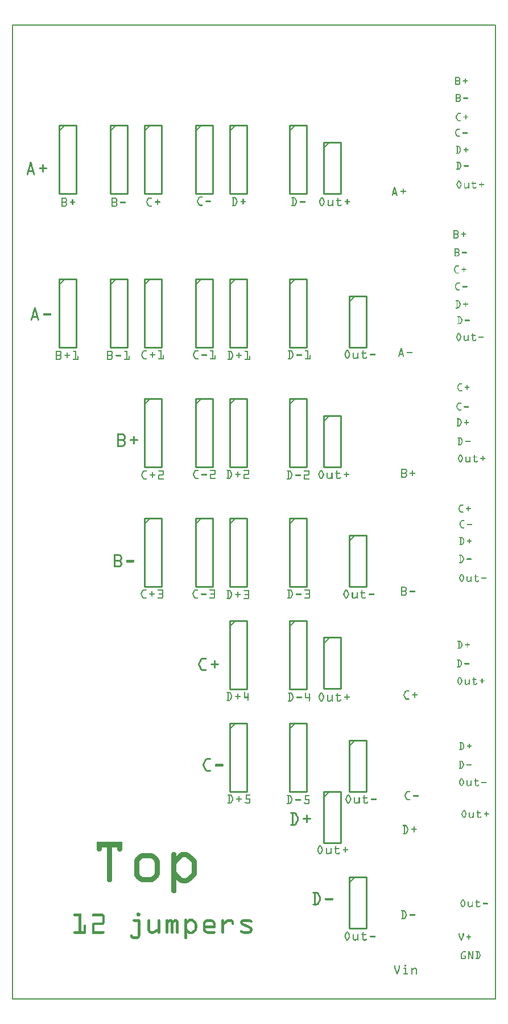
<source format=gto>
G04 MADE WITH FRITZING*
G04 WWW.FRITZING.ORG*
G04 SINGLE SIDED*
G04 HOLES NOT PLATED*
G04 CONTOUR ON CENTER OF CONTOUR VECTOR*
%ASAXBY*%
%FSLAX23Y23*%
%MOIN*%
%OFA0B0*%
%SFA1.0B1.0*%
%ADD10R,2.837030X5.706580X2.821030X5.690580*%
%ADD11C,0.008000*%
%ADD12C,0.010000*%
%ADD13C,0.005000*%
%ADD14R,0.001000X0.001000*%
%LNSILK1*%
G90*
G70*
G54D11*
X4Y5703D02*
X2833Y5703D01*
X2833Y4D01*
X4Y4D01*
X4Y5703D01*
D02*
G54D12*
X1975Y4118D02*
X1975Y3818D01*
D02*
X1975Y3818D02*
X2075Y3818D01*
D02*
X2075Y3818D02*
X2075Y4118D01*
D02*
X2075Y4118D02*
X1975Y4118D01*
G54D13*
D02*
X1975Y4083D02*
X2010Y4118D01*
G54D12*
D02*
X1825Y5018D02*
X1825Y4718D01*
D02*
X1825Y4718D02*
X1925Y4718D01*
D02*
X1925Y4718D02*
X1925Y5018D01*
D02*
X1925Y5018D02*
X1825Y5018D01*
G54D13*
D02*
X1825Y4983D02*
X1860Y5018D01*
G54D12*
D02*
X1275Y1618D02*
X1275Y1218D01*
D02*
X1275Y1218D02*
X1375Y1218D01*
D02*
X1375Y1218D02*
X1375Y1618D01*
D02*
X1375Y1618D02*
X1275Y1618D01*
G54D13*
D02*
X1275Y1583D02*
X1310Y1618D01*
G54D12*
D02*
X1625Y1618D02*
X1625Y1218D01*
D02*
X1625Y1218D02*
X1725Y1218D01*
D02*
X1725Y1218D02*
X1725Y1618D01*
D02*
X1725Y1618D02*
X1625Y1618D01*
G54D13*
D02*
X1625Y1583D02*
X1660Y1618D01*
G54D12*
D02*
X1625Y2218D02*
X1625Y1818D01*
D02*
X1625Y1818D02*
X1725Y1818D01*
D02*
X1725Y1818D02*
X1725Y2218D01*
D02*
X1725Y2218D02*
X1625Y2218D01*
G54D13*
D02*
X1625Y2183D02*
X1660Y2218D01*
G54D12*
D02*
X1275Y2218D02*
X1275Y1818D01*
D02*
X1275Y1818D02*
X1375Y1818D01*
D02*
X1375Y1818D02*
X1375Y2218D01*
D02*
X1375Y2218D02*
X1275Y2218D01*
G54D13*
D02*
X1275Y2183D02*
X1310Y2218D01*
G54D12*
D02*
X1075Y2818D02*
X1075Y2418D01*
D02*
X1075Y2418D02*
X1175Y2418D01*
D02*
X1175Y2418D02*
X1175Y2818D01*
D02*
X1175Y2818D02*
X1075Y2818D01*
G54D13*
D02*
X1075Y2783D02*
X1110Y2818D01*
G54D12*
D02*
X1625Y2818D02*
X1625Y2418D01*
D02*
X1625Y2418D02*
X1725Y2418D01*
D02*
X1725Y2418D02*
X1725Y2818D01*
D02*
X1725Y2818D02*
X1625Y2818D01*
G54D13*
D02*
X1625Y2783D02*
X1660Y2818D01*
G54D12*
D02*
X1275Y2818D02*
X1275Y2418D01*
D02*
X1275Y2418D02*
X1375Y2418D01*
D02*
X1375Y2418D02*
X1375Y2818D01*
D02*
X1375Y2818D02*
X1275Y2818D01*
G54D13*
D02*
X1275Y2783D02*
X1310Y2818D01*
G54D12*
D02*
X775Y2818D02*
X775Y2418D01*
D02*
X775Y2418D02*
X875Y2418D01*
D02*
X875Y2418D02*
X875Y2818D01*
D02*
X875Y2818D02*
X775Y2818D01*
G54D13*
D02*
X775Y2783D02*
X810Y2818D01*
G54D12*
D02*
X1625Y3518D02*
X1625Y3118D01*
D02*
X1625Y3118D02*
X1725Y3118D01*
D02*
X1725Y3118D02*
X1725Y3518D01*
D02*
X1725Y3518D02*
X1625Y3518D01*
G54D13*
D02*
X1625Y3483D02*
X1660Y3518D01*
G54D12*
D02*
X775Y3518D02*
X775Y3118D01*
D02*
X775Y3118D02*
X875Y3118D01*
D02*
X875Y3118D02*
X875Y3518D01*
D02*
X875Y3518D02*
X775Y3518D01*
G54D13*
D02*
X775Y3483D02*
X810Y3518D01*
G54D12*
D02*
X1075Y3518D02*
X1075Y3118D01*
D02*
X1075Y3118D02*
X1175Y3118D01*
D02*
X1175Y3118D02*
X1175Y3518D01*
D02*
X1175Y3518D02*
X1075Y3518D01*
G54D13*
D02*
X1075Y3483D02*
X1110Y3518D01*
G54D12*
D02*
X1275Y3518D02*
X1275Y3118D01*
D02*
X1275Y3118D02*
X1375Y3118D01*
D02*
X1375Y3118D02*
X1375Y3518D01*
D02*
X1375Y3518D02*
X1275Y3518D01*
G54D13*
D02*
X1275Y3483D02*
X1310Y3518D01*
G54D12*
D02*
X275Y4218D02*
X275Y3818D01*
D02*
X275Y3818D02*
X375Y3818D01*
D02*
X375Y3818D02*
X375Y4218D01*
D02*
X375Y4218D02*
X275Y4218D01*
G54D13*
D02*
X275Y4183D02*
X310Y4218D01*
G54D12*
D02*
X1625Y4218D02*
X1625Y3818D01*
D02*
X1625Y3818D02*
X1725Y3818D01*
D02*
X1725Y3818D02*
X1725Y4218D01*
D02*
X1725Y4218D02*
X1625Y4218D01*
G54D13*
D02*
X1625Y4183D02*
X1660Y4218D01*
G54D12*
D02*
X575Y4218D02*
X575Y3818D01*
D02*
X575Y3818D02*
X675Y3818D01*
D02*
X675Y3818D02*
X675Y4218D01*
D02*
X675Y4218D02*
X575Y4218D01*
G54D13*
D02*
X575Y4183D02*
X610Y4218D01*
G54D12*
D02*
X1275Y4218D02*
X1275Y3818D01*
D02*
X1275Y3818D02*
X1375Y3818D01*
D02*
X1375Y3818D02*
X1375Y4218D01*
D02*
X1375Y4218D02*
X1275Y4218D01*
G54D13*
D02*
X1275Y4183D02*
X1310Y4218D01*
G54D12*
D02*
X775Y4218D02*
X775Y3818D01*
D02*
X775Y3818D02*
X875Y3818D01*
D02*
X875Y3818D02*
X875Y4218D01*
D02*
X875Y4218D02*
X775Y4218D01*
G54D13*
D02*
X775Y4183D02*
X810Y4218D01*
G54D12*
D02*
X1075Y4218D02*
X1075Y3818D01*
D02*
X1075Y3818D02*
X1175Y3818D01*
D02*
X1175Y3818D02*
X1175Y4218D01*
D02*
X1175Y4218D02*
X1075Y4218D01*
G54D13*
D02*
X1075Y4183D02*
X1110Y4218D01*
G54D12*
D02*
X275Y5118D02*
X275Y4718D01*
D02*
X275Y4718D02*
X375Y4718D01*
D02*
X375Y4718D02*
X375Y5118D01*
D02*
X375Y5118D02*
X275Y5118D01*
G54D13*
D02*
X275Y5083D02*
X310Y5118D01*
G54D12*
D02*
X575Y5118D02*
X575Y4718D01*
D02*
X575Y4718D02*
X675Y4718D01*
D02*
X675Y4718D02*
X675Y5118D01*
D02*
X675Y5118D02*
X575Y5118D01*
G54D13*
D02*
X575Y5083D02*
X610Y5118D01*
G54D12*
D02*
X775Y5118D02*
X775Y4718D01*
D02*
X775Y4718D02*
X875Y4718D01*
D02*
X875Y4718D02*
X875Y5118D01*
D02*
X875Y5118D02*
X775Y5118D01*
G54D13*
D02*
X775Y5083D02*
X810Y5118D01*
G54D12*
D02*
X1075Y5118D02*
X1075Y4718D01*
D02*
X1075Y4718D02*
X1175Y4718D01*
D02*
X1175Y4718D02*
X1175Y5118D01*
D02*
X1175Y5118D02*
X1075Y5118D01*
G54D13*
D02*
X1075Y5083D02*
X1110Y5118D01*
G54D12*
D02*
X1275Y5118D02*
X1275Y4718D01*
D02*
X1275Y4718D02*
X1375Y4718D01*
D02*
X1375Y4718D02*
X1375Y5118D01*
D02*
X1375Y5118D02*
X1275Y5118D01*
G54D13*
D02*
X1275Y5083D02*
X1310Y5118D01*
G54D12*
D02*
X1625Y5118D02*
X1625Y4718D01*
D02*
X1625Y4718D02*
X1725Y4718D01*
D02*
X1725Y4718D02*
X1725Y5118D01*
D02*
X1725Y5118D02*
X1625Y5118D01*
G54D13*
D02*
X1625Y5083D02*
X1660Y5118D01*
G54D12*
D02*
X1825Y3418D02*
X1825Y3118D01*
D02*
X1825Y3118D02*
X1925Y3118D01*
D02*
X1925Y3118D02*
X1925Y3418D01*
D02*
X1925Y3418D02*
X1825Y3418D01*
G54D13*
D02*
X1825Y3383D02*
X1860Y3418D01*
G54D12*
D02*
X1975Y2718D02*
X1975Y2418D01*
D02*
X1975Y2418D02*
X2075Y2418D01*
D02*
X2075Y2418D02*
X2075Y2718D01*
D02*
X2075Y2718D02*
X1975Y2718D01*
G54D13*
D02*
X1975Y2683D02*
X2010Y2718D01*
G54D12*
D02*
X1826Y2119D02*
X1826Y1819D01*
D02*
X1826Y1819D02*
X1926Y1819D01*
D02*
X1926Y1819D02*
X1926Y2119D01*
D02*
X1926Y2119D02*
X1826Y2119D01*
G54D13*
D02*
X1826Y2084D02*
X1861Y2119D01*
G54D12*
D02*
X1975Y1518D02*
X1975Y1218D01*
D02*
X1975Y1218D02*
X2075Y1218D01*
D02*
X2075Y1218D02*
X2075Y1518D01*
D02*
X2075Y1518D02*
X1975Y1518D01*
G54D13*
D02*
X1975Y1483D02*
X2010Y1518D01*
G54D12*
D02*
X1825Y1218D02*
X1825Y918D01*
D02*
X1825Y918D02*
X1925Y918D01*
D02*
X1925Y918D02*
X1925Y1218D01*
D02*
X1925Y1218D02*
X1825Y1218D01*
G54D13*
D02*
X1825Y1183D02*
X1860Y1218D01*
G54D12*
D02*
X1975Y718D02*
X1975Y418D01*
D02*
X1975Y418D02*
X2075Y418D01*
D02*
X2075Y418D02*
X2075Y718D01*
D02*
X2075Y718D02*
X1975Y718D01*
G54D13*
D02*
X1975Y683D02*
X2010Y718D01*
G54D14*
X2597Y5400D02*
X2616Y5400D01*
X2597Y5399D02*
X2619Y5399D01*
X2597Y5398D02*
X2621Y5398D01*
X2597Y5397D02*
X2622Y5397D01*
X2597Y5396D02*
X2623Y5396D01*
X2597Y5395D02*
X2624Y5395D01*
X2597Y5394D02*
X2602Y5394D01*
X2616Y5394D02*
X2624Y5394D01*
X2597Y5393D02*
X2602Y5393D01*
X2618Y5393D02*
X2625Y5393D01*
X2597Y5392D02*
X2602Y5392D01*
X2619Y5392D02*
X2625Y5392D01*
X2597Y5391D02*
X2602Y5391D01*
X2620Y5391D02*
X2626Y5391D01*
X2654Y5391D02*
X2657Y5391D01*
X2597Y5390D02*
X2602Y5390D01*
X2621Y5390D02*
X2626Y5390D01*
X2653Y5390D02*
X2657Y5390D01*
X2597Y5389D02*
X2602Y5389D01*
X2621Y5389D02*
X2626Y5389D01*
X2653Y5389D02*
X2658Y5389D01*
X2597Y5388D02*
X2602Y5388D01*
X2621Y5388D02*
X2626Y5388D01*
X2653Y5388D02*
X2658Y5388D01*
X2597Y5387D02*
X2602Y5387D01*
X2621Y5387D02*
X2626Y5387D01*
X2653Y5387D02*
X2658Y5387D01*
X2597Y5386D02*
X2602Y5386D01*
X2621Y5386D02*
X2626Y5386D01*
X2653Y5386D02*
X2658Y5386D01*
X2597Y5385D02*
X2602Y5385D01*
X2621Y5385D02*
X2626Y5385D01*
X2653Y5385D02*
X2658Y5385D01*
X2597Y5384D02*
X2602Y5384D01*
X2621Y5384D02*
X2626Y5384D01*
X2653Y5384D02*
X2658Y5384D01*
X2597Y5383D02*
X2602Y5383D01*
X2620Y5383D02*
X2626Y5383D01*
X2653Y5383D02*
X2658Y5383D01*
X2597Y5382D02*
X2602Y5382D01*
X2619Y5382D02*
X2625Y5382D01*
X2653Y5382D02*
X2658Y5382D01*
X2597Y5381D02*
X2602Y5381D01*
X2618Y5381D02*
X2625Y5381D01*
X2653Y5381D02*
X2658Y5381D01*
X2597Y5380D02*
X2602Y5380D01*
X2617Y5380D02*
X2625Y5380D01*
X2653Y5380D02*
X2658Y5380D01*
X2597Y5379D02*
X2624Y5379D01*
X2642Y5379D02*
X2669Y5379D01*
X2597Y5378D02*
X2623Y5378D01*
X2641Y5378D02*
X2669Y5378D01*
X2597Y5377D02*
X2622Y5377D01*
X2641Y5377D02*
X2670Y5377D01*
X2597Y5376D02*
X2622Y5376D01*
X2641Y5376D02*
X2670Y5376D01*
X2597Y5375D02*
X2623Y5375D01*
X2641Y5375D02*
X2669Y5375D01*
X2597Y5374D02*
X2624Y5374D01*
X2642Y5374D02*
X2668Y5374D01*
X2597Y5373D02*
X2602Y5373D01*
X2617Y5373D02*
X2625Y5373D01*
X2653Y5373D02*
X2658Y5373D01*
X2597Y5372D02*
X2602Y5372D01*
X2619Y5372D02*
X2625Y5372D01*
X2653Y5372D02*
X2658Y5372D01*
X2597Y5371D02*
X2602Y5371D01*
X2620Y5371D02*
X2625Y5371D01*
X2653Y5371D02*
X2658Y5371D01*
X2597Y5370D02*
X2602Y5370D01*
X2620Y5370D02*
X2626Y5370D01*
X2653Y5370D02*
X2658Y5370D01*
X2597Y5369D02*
X2602Y5369D01*
X2621Y5369D02*
X2626Y5369D01*
X2653Y5369D02*
X2658Y5369D01*
X2597Y5368D02*
X2602Y5368D01*
X2621Y5368D02*
X2626Y5368D01*
X2653Y5368D02*
X2658Y5368D01*
X2597Y5367D02*
X2602Y5367D01*
X2621Y5367D02*
X2626Y5367D01*
X2653Y5367D02*
X2658Y5367D01*
X2597Y5366D02*
X2602Y5366D01*
X2621Y5366D02*
X2626Y5366D01*
X2653Y5366D02*
X2658Y5366D01*
X2597Y5365D02*
X2602Y5365D01*
X2621Y5365D02*
X2626Y5365D01*
X2653Y5365D02*
X2658Y5365D01*
X2597Y5364D02*
X2602Y5364D01*
X2621Y5364D02*
X2626Y5364D01*
X2653Y5364D02*
X2658Y5364D01*
X2597Y5363D02*
X2602Y5363D01*
X2620Y5363D02*
X2626Y5363D01*
X2653Y5363D02*
X2657Y5363D01*
X2597Y5362D02*
X2602Y5362D01*
X2620Y5362D02*
X2626Y5362D01*
X2654Y5362D02*
X2656Y5362D01*
X2597Y5361D02*
X2602Y5361D01*
X2619Y5361D02*
X2625Y5361D01*
X2597Y5360D02*
X2602Y5360D01*
X2618Y5360D02*
X2625Y5360D01*
X2597Y5359D02*
X2624Y5359D01*
X2597Y5358D02*
X2624Y5358D01*
X2597Y5357D02*
X2623Y5357D01*
X2597Y5356D02*
X2622Y5356D01*
X2597Y5355D02*
X2620Y5355D01*
X2597Y5354D02*
X2619Y5354D01*
X2597Y5353D02*
X2614Y5353D01*
X2599Y5301D02*
X2617Y5301D01*
X2599Y5300D02*
X2621Y5300D01*
X2599Y5299D02*
X2623Y5299D01*
X2599Y5298D02*
X2624Y5298D01*
X2599Y5297D02*
X2625Y5297D01*
X2599Y5296D02*
X2626Y5296D01*
X2599Y5295D02*
X2626Y5295D01*
X2599Y5294D02*
X2604Y5294D01*
X2620Y5294D02*
X2627Y5294D01*
X2599Y5293D02*
X2604Y5293D01*
X2621Y5293D02*
X2627Y5293D01*
X2599Y5292D02*
X2604Y5292D01*
X2622Y5292D02*
X2628Y5292D01*
X2599Y5291D02*
X2604Y5291D01*
X2623Y5291D02*
X2628Y5291D01*
X2599Y5290D02*
X2604Y5290D01*
X2623Y5290D02*
X2628Y5290D01*
X2599Y5289D02*
X2604Y5289D01*
X2623Y5289D02*
X2628Y5289D01*
X2599Y5288D02*
X2604Y5288D01*
X2623Y5288D02*
X2628Y5288D01*
X2599Y5287D02*
X2604Y5287D01*
X2623Y5287D02*
X2628Y5287D01*
X2599Y5286D02*
X2604Y5286D01*
X2623Y5286D02*
X2628Y5286D01*
X2599Y5285D02*
X2604Y5285D01*
X2623Y5285D02*
X2628Y5285D01*
X2599Y5284D02*
X2604Y5284D01*
X2622Y5284D02*
X2628Y5284D01*
X2599Y5283D02*
X2604Y5283D01*
X2622Y5283D02*
X2628Y5283D01*
X2599Y5282D02*
X2604Y5282D01*
X2621Y5282D02*
X2627Y5282D01*
X2599Y5281D02*
X2604Y5281D01*
X2619Y5281D02*
X2627Y5281D01*
X2599Y5280D02*
X2626Y5280D01*
X2644Y5280D02*
X2671Y5280D01*
X2599Y5279D02*
X2625Y5279D01*
X2643Y5279D02*
X2672Y5279D01*
X2599Y5278D02*
X2624Y5278D01*
X2643Y5278D02*
X2672Y5278D01*
X2599Y5277D02*
X2624Y5277D01*
X2643Y5277D02*
X2672Y5277D01*
X2599Y5276D02*
X2625Y5276D01*
X2643Y5276D02*
X2672Y5276D01*
X2599Y5275D02*
X2626Y5275D01*
X2643Y5275D02*
X2672Y5275D01*
X2599Y5274D02*
X2604Y5274D01*
X2619Y5274D02*
X2627Y5274D01*
X2643Y5274D02*
X2672Y5274D01*
X2599Y5273D02*
X2604Y5273D01*
X2621Y5273D02*
X2627Y5273D01*
X2644Y5273D02*
X2671Y5273D01*
X2599Y5272D02*
X2604Y5272D01*
X2622Y5272D02*
X2628Y5272D01*
X2645Y5272D02*
X2670Y5272D01*
X2599Y5271D02*
X2604Y5271D01*
X2622Y5271D02*
X2628Y5271D01*
X2599Y5270D02*
X2604Y5270D01*
X2623Y5270D02*
X2628Y5270D01*
X2599Y5269D02*
X2604Y5269D01*
X2623Y5269D02*
X2628Y5269D01*
X2599Y5268D02*
X2604Y5268D01*
X2623Y5268D02*
X2628Y5268D01*
X2599Y5267D02*
X2604Y5267D01*
X2623Y5267D02*
X2628Y5267D01*
X2599Y5266D02*
X2604Y5266D01*
X2623Y5266D02*
X2628Y5266D01*
X2599Y5265D02*
X2604Y5265D01*
X2623Y5265D02*
X2628Y5265D01*
X2599Y5264D02*
X2604Y5264D01*
X2623Y5264D02*
X2628Y5264D01*
X2599Y5263D02*
X2604Y5263D01*
X2622Y5263D02*
X2628Y5263D01*
X2599Y5262D02*
X2604Y5262D01*
X2621Y5262D02*
X2627Y5262D01*
X2599Y5261D02*
X2604Y5261D01*
X2620Y5261D02*
X2627Y5261D01*
X2599Y5260D02*
X2605Y5260D01*
X2617Y5260D02*
X2626Y5260D01*
X2599Y5259D02*
X2626Y5259D01*
X2599Y5258D02*
X2625Y5258D01*
X2599Y5257D02*
X2624Y5257D01*
X2599Y5256D02*
X2623Y5256D01*
X2599Y5255D02*
X2621Y5255D01*
X2599Y5254D02*
X2617Y5254D01*
X2614Y5189D02*
X2627Y5189D01*
X2611Y5188D02*
X2628Y5188D01*
X2610Y5187D02*
X2629Y5187D01*
X2609Y5186D02*
X2629Y5186D01*
X2608Y5185D02*
X2629Y5185D01*
X2607Y5184D02*
X2628Y5184D01*
X2607Y5183D02*
X2614Y5183D01*
X2606Y5182D02*
X2612Y5182D01*
X2606Y5181D02*
X2612Y5181D01*
X2605Y5180D02*
X2611Y5180D01*
X2657Y5180D02*
X2659Y5180D01*
X2605Y5179D02*
X2611Y5179D01*
X2656Y5179D02*
X2660Y5179D01*
X2604Y5178D02*
X2610Y5178D01*
X2656Y5178D02*
X2661Y5178D01*
X2604Y5177D02*
X2610Y5177D01*
X2655Y5177D02*
X2661Y5177D01*
X2603Y5176D02*
X2609Y5176D01*
X2655Y5176D02*
X2661Y5176D01*
X2603Y5175D02*
X2609Y5175D01*
X2655Y5175D02*
X2661Y5175D01*
X2602Y5174D02*
X2608Y5174D01*
X2655Y5174D02*
X2661Y5174D01*
X2602Y5173D02*
X2608Y5173D01*
X2655Y5173D02*
X2661Y5173D01*
X2601Y5172D02*
X2607Y5172D01*
X2655Y5172D02*
X2661Y5172D01*
X2601Y5171D02*
X2607Y5171D01*
X2655Y5171D02*
X2661Y5171D01*
X2601Y5170D02*
X2606Y5170D01*
X2655Y5170D02*
X2661Y5170D01*
X2600Y5169D02*
X2606Y5169D01*
X2655Y5169D02*
X2661Y5169D01*
X2600Y5168D02*
X2605Y5168D01*
X2645Y5168D02*
X2671Y5168D01*
X2600Y5167D02*
X2605Y5167D01*
X2644Y5167D02*
X2672Y5167D01*
X2600Y5166D02*
X2605Y5166D01*
X2644Y5166D02*
X2673Y5166D01*
X2600Y5165D02*
X2605Y5165D01*
X2644Y5165D02*
X2673Y5165D01*
X2600Y5164D02*
X2605Y5164D01*
X2644Y5164D02*
X2672Y5164D01*
X2600Y5163D02*
X2605Y5163D01*
X2645Y5163D02*
X2671Y5163D01*
X2600Y5162D02*
X2606Y5162D01*
X2655Y5162D02*
X2661Y5162D01*
X2601Y5161D02*
X2606Y5161D01*
X2655Y5161D02*
X2661Y5161D01*
X2601Y5160D02*
X2607Y5160D01*
X2655Y5160D02*
X2661Y5160D01*
X2601Y5159D02*
X2607Y5159D01*
X2655Y5159D02*
X2661Y5159D01*
X2602Y5158D02*
X2608Y5158D01*
X2655Y5158D02*
X2661Y5158D01*
X2602Y5157D02*
X2608Y5157D01*
X2655Y5157D02*
X2661Y5157D01*
X2603Y5156D02*
X2609Y5156D01*
X2655Y5156D02*
X2661Y5156D01*
X2603Y5155D02*
X2609Y5155D01*
X2655Y5155D02*
X2661Y5155D01*
X2604Y5154D02*
X2610Y5154D01*
X2655Y5154D02*
X2661Y5154D01*
X2604Y5153D02*
X2610Y5153D01*
X2656Y5153D02*
X2661Y5153D01*
X2605Y5152D02*
X2611Y5152D01*
X2656Y5152D02*
X2660Y5152D01*
X2605Y5151D02*
X2611Y5151D01*
X2657Y5151D02*
X2659Y5151D01*
X2606Y5150D02*
X2612Y5150D01*
X2606Y5149D02*
X2612Y5149D01*
X2607Y5148D02*
X2626Y5148D01*
X2607Y5147D02*
X2628Y5147D01*
X2608Y5146D02*
X2629Y5146D01*
X2609Y5145D02*
X2629Y5145D01*
X2610Y5144D02*
X2629Y5144D01*
X2611Y5143D02*
X2628Y5143D01*
X2615Y5142D02*
X2626Y5142D01*
X2608Y5097D02*
X2623Y5097D01*
X2606Y5096D02*
X2624Y5096D01*
X2605Y5095D02*
X2624Y5095D01*
X2604Y5094D02*
X2624Y5094D01*
X2603Y5093D02*
X2624Y5093D01*
X2603Y5092D02*
X2623Y5092D01*
X2602Y5091D02*
X2608Y5091D01*
X2602Y5090D02*
X2608Y5090D01*
X2601Y5089D02*
X2607Y5089D01*
X2601Y5088D02*
X2607Y5088D01*
X2600Y5087D02*
X2606Y5087D01*
X2600Y5086D02*
X2606Y5086D01*
X2599Y5085D02*
X2605Y5085D01*
X2599Y5084D02*
X2605Y5084D01*
X2598Y5083D02*
X2604Y5083D01*
X2598Y5082D02*
X2603Y5082D01*
X2597Y5081D02*
X2603Y5081D01*
X2597Y5080D02*
X2602Y5080D01*
X2596Y5079D02*
X2602Y5079D01*
X2596Y5078D02*
X2601Y5078D01*
X2596Y5077D02*
X2601Y5077D01*
X2641Y5077D02*
X2666Y5077D01*
X2596Y5076D02*
X2601Y5076D01*
X2640Y5076D02*
X2668Y5076D01*
X2595Y5075D02*
X2601Y5075D01*
X2639Y5075D02*
X2668Y5075D01*
X2595Y5074D02*
X2601Y5074D01*
X2639Y5074D02*
X2668Y5074D01*
X2595Y5073D02*
X2601Y5073D01*
X2639Y5073D02*
X2668Y5073D01*
X2596Y5072D02*
X2601Y5072D01*
X2639Y5072D02*
X2668Y5072D01*
X2596Y5071D02*
X2601Y5071D01*
X2639Y5071D02*
X2668Y5071D01*
X2596Y5070D02*
X2602Y5070D01*
X2640Y5070D02*
X2668Y5070D01*
X2596Y5069D02*
X2602Y5069D01*
X2640Y5069D02*
X2667Y5069D01*
X2597Y5068D02*
X2603Y5068D01*
X2597Y5067D02*
X2603Y5067D01*
X2598Y5066D02*
X2604Y5066D01*
X2598Y5065D02*
X2604Y5065D01*
X2599Y5064D02*
X2605Y5064D01*
X2599Y5063D02*
X2605Y5063D01*
X2600Y5062D02*
X2606Y5062D01*
X2600Y5061D02*
X2606Y5061D01*
X2601Y5060D02*
X2607Y5060D01*
X2601Y5059D02*
X2607Y5059D01*
X2602Y5058D02*
X2608Y5058D01*
X2602Y5057D02*
X2609Y5057D01*
X2603Y5056D02*
X2623Y5056D01*
X2603Y5055D02*
X2624Y5055D01*
X2604Y5054D02*
X2624Y5054D01*
X2605Y5053D02*
X2624Y5053D01*
X2606Y5052D02*
X2624Y5052D01*
X2608Y5051D02*
X2623Y5051D01*
X2602Y4996D02*
X2618Y4996D01*
X2601Y4995D02*
X2620Y4995D01*
X2601Y4994D02*
X2621Y4994D01*
X2601Y4993D02*
X2622Y4993D01*
X2602Y4992D02*
X2622Y4992D01*
X2603Y4991D02*
X2623Y4991D01*
X2607Y4990D02*
X2612Y4990D01*
X2617Y4990D02*
X2623Y4990D01*
X2607Y4989D02*
X2612Y4989D01*
X2618Y4989D02*
X2624Y4989D01*
X2607Y4988D02*
X2612Y4988D01*
X2619Y4988D02*
X2624Y4988D01*
X2658Y4988D02*
X2660Y4988D01*
X2607Y4987D02*
X2612Y4987D01*
X2619Y4987D02*
X2625Y4987D01*
X2657Y4987D02*
X2661Y4987D01*
X2607Y4986D02*
X2612Y4986D01*
X2620Y4986D02*
X2625Y4986D01*
X2657Y4986D02*
X2662Y4986D01*
X2607Y4985D02*
X2612Y4985D01*
X2620Y4985D02*
X2626Y4985D01*
X2657Y4985D02*
X2662Y4985D01*
X2607Y4984D02*
X2612Y4984D01*
X2621Y4984D02*
X2626Y4984D01*
X2657Y4984D02*
X2662Y4984D01*
X2607Y4983D02*
X2612Y4983D01*
X2621Y4983D02*
X2627Y4983D01*
X2657Y4983D02*
X2662Y4983D01*
X2607Y4982D02*
X2612Y4982D01*
X2622Y4982D02*
X2627Y4982D01*
X2657Y4982D02*
X2662Y4982D01*
X2607Y4981D02*
X2612Y4981D01*
X2622Y4981D02*
X2628Y4981D01*
X2657Y4981D02*
X2662Y4981D01*
X2607Y4980D02*
X2612Y4980D01*
X2623Y4980D02*
X2628Y4980D01*
X2657Y4980D02*
X2662Y4980D01*
X2607Y4979D02*
X2612Y4979D01*
X2623Y4979D02*
X2629Y4979D01*
X2657Y4979D02*
X2662Y4979D01*
X2607Y4978D02*
X2612Y4978D01*
X2624Y4978D02*
X2629Y4978D01*
X2657Y4978D02*
X2662Y4978D01*
X2607Y4977D02*
X2612Y4977D01*
X2624Y4977D02*
X2630Y4977D01*
X2657Y4977D02*
X2662Y4977D01*
X2607Y4976D02*
X2612Y4976D01*
X2624Y4976D02*
X2630Y4976D01*
X2646Y4976D02*
X2672Y4976D01*
X2607Y4975D02*
X2612Y4975D01*
X2625Y4975D02*
X2630Y4975D01*
X2645Y4975D02*
X2673Y4975D01*
X2607Y4974D02*
X2612Y4974D01*
X2625Y4974D02*
X2630Y4974D01*
X2645Y4974D02*
X2674Y4974D01*
X2607Y4973D02*
X2612Y4973D01*
X2625Y4973D02*
X2630Y4973D01*
X2645Y4973D02*
X2674Y4973D01*
X2607Y4972D02*
X2612Y4972D01*
X2625Y4972D02*
X2630Y4972D01*
X2646Y4972D02*
X2674Y4972D01*
X2607Y4971D02*
X2612Y4971D01*
X2625Y4971D02*
X2630Y4971D01*
X2646Y4971D02*
X2673Y4971D01*
X2607Y4970D02*
X2612Y4970D01*
X2624Y4970D02*
X2630Y4970D01*
X2657Y4970D02*
X2662Y4970D01*
X2607Y4969D02*
X2612Y4969D01*
X2624Y4969D02*
X2629Y4969D01*
X2657Y4969D02*
X2662Y4969D01*
X2607Y4968D02*
X2612Y4968D01*
X2623Y4968D02*
X2629Y4968D01*
X2657Y4968D02*
X2662Y4968D01*
X2607Y4967D02*
X2612Y4967D01*
X2623Y4967D02*
X2629Y4967D01*
X2657Y4967D02*
X2662Y4967D01*
X2607Y4966D02*
X2612Y4966D01*
X2622Y4966D02*
X2628Y4966D01*
X2657Y4966D02*
X2662Y4966D01*
X2607Y4965D02*
X2612Y4965D01*
X2622Y4965D02*
X2628Y4965D01*
X2657Y4965D02*
X2662Y4965D01*
X2607Y4964D02*
X2612Y4964D01*
X2621Y4964D02*
X2627Y4964D01*
X2657Y4964D02*
X2662Y4964D01*
X2607Y4963D02*
X2612Y4963D01*
X2621Y4963D02*
X2627Y4963D01*
X2657Y4963D02*
X2662Y4963D01*
X2607Y4962D02*
X2612Y4962D01*
X2620Y4962D02*
X2626Y4962D01*
X2657Y4962D02*
X2662Y4962D01*
X2607Y4961D02*
X2612Y4961D01*
X2620Y4961D02*
X2626Y4961D01*
X2657Y4961D02*
X2662Y4961D01*
X2607Y4960D02*
X2612Y4960D01*
X2619Y4960D02*
X2625Y4960D01*
X2657Y4960D02*
X2662Y4960D01*
X2607Y4959D02*
X2612Y4959D01*
X2619Y4959D02*
X2625Y4959D01*
X2658Y4959D02*
X2661Y4959D01*
X2607Y4958D02*
X2612Y4958D01*
X2618Y4958D02*
X2624Y4958D01*
X2607Y4957D02*
X2612Y4957D01*
X2618Y4957D02*
X2624Y4957D01*
X2607Y4956D02*
X2612Y4956D01*
X2616Y4956D02*
X2623Y4956D01*
X2602Y4955D02*
X2623Y4955D01*
X2601Y4954D02*
X2622Y4954D01*
X2601Y4953D02*
X2621Y4953D01*
X2601Y4952D02*
X2620Y4952D01*
X2602Y4951D02*
X2619Y4951D01*
X2603Y4950D02*
X2616Y4950D01*
X2604Y4904D02*
X2620Y4904D01*
X108Y4903D02*
X111Y4903D01*
X2604Y4903D02*
X2622Y4903D01*
X106Y4902D02*
X112Y4902D01*
X2603Y4902D02*
X2623Y4902D01*
X105Y4901D02*
X113Y4901D01*
X2603Y4901D02*
X2624Y4901D01*
X105Y4900D02*
X113Y4900D01*
X2604Y4900D02*
X2625Y4900D01*
X104Y4899D02*
X114Y4899D01*
X2605Y4899D02*
X2625Y4899D01*
X104Y4898D02*
X114Y4898D01*
X2609Y4898D02*
X2614Y4898D01*
X2619Y4898D02*
X2626Y4898D01*
X104Y4897D02*
X114Y4897D01*
X2609Y4897D02*
X2614Y4897D01*
X2620Y4897D02*
X2626Y4897D01*
X104Y4896D02*
X115Y4896D01*
X2609Y4896D02*
X2614Y4896D01*
X2621Y4896D02*
X2627Y4896D01*
X103Y4895D02*
X115Y4895D01*
X2609Y4895D02*
X2614Y4895D01*
X2621Y4895D02*
X2627Y4895D01*
X103Y4894D02*
X115Y4894D01*
X2609Y4894D02*
X2614Y4894D01*
X2622Y4894D02*
X2628Y4894D01*
X103Y4893D02*
X115Y4893D01*
X2609Y4893D02*
X2614Y4893D01*
X2622Y4893D02*
X2628Y4893D01*
X102Y4892D02*
X116Y4892D01*
X2609Y4892D02*
X2614Y4892D01*
X2623Y4892D02*
X2629Y4892D01*
X102Y4891D02*
X116Y4891D01*
X2609Y4891D02*
X2614Y4891D01*
X2623Y4891D02*
X2629Y4891D01*
X102Y4890D02*
X116Y4890D01*
X2609Y4890D02*
X2614Y4890D01*
X2624Y4890D02*
X2630Y4890D01*
X102Y4889D02*
X117Y4889D01*
X180Y4889D02*
X183Y4889D01*
X2609Y4889D02*
X2614Y4889D01*
X2624Y4889D02*
X2630Y4889D01*
X101Y4888D02*
X117Y4888D01*
X179Y4888D02*
X184Y4888D01*
X2609Y4888D02*
X2614Y4888D01*
X2625Y4888D02*
X2631Y4888D01*
X101Y4887D02*
X117Y4887D01*
X178Y4887D02*
X185Y4887D01*
X2609Y4887D02*
X2614Y4887D01*
X2625Y4887D02*
X2631Y4887D01*
X101Y4886D02*
X118Y4886D01*
X177Y4886D02*
X186Y4886D01*
X2609Y4886D02*
X2614Y4886D01*
X2626Y4886D02*
X2631Y4886D01*
X100Y4885D02*
X118Y4885D01*
X177Y4885D02*
X186Y4885D01*
X2609Y4885D02*
X2614Y4885D01*
X2626Y4885D02*
X2632Y4885D01*
X100Y4884D02*
X118Y4884D01*
X177Y4884D02*
X186Y4884D01*
X2609Y4884D02*
X2614Y4884D01*
X2627Y4884D02*
X2632Y4884D01*
X2649Y4884D02*
X2674Y4884D01*
X100Y4883D02*
X118Y4883D01*
X177Y4883D02*
X186Y4883D01*
X2609Y4883D02*
X2614Y4883D01*
X2627Y4883D02*
X2632Y4883D01*
X2648Y4883D02*
X2676Y4883D01*
X100Y4882D02*
X119Y4882D01*
X177Y4882D02*
X186Y4882D01*
X2609Y4882D02*
X2614Y4882D01*
X2627Y4882D02*
X2632Y4882D01*
X2647Y4882D02*
X2676Y4882D01*
X99Y4881D02*
X119Y4881D01*
X177Y4881D02*
X186Y4881D01*
X2609Y4881D02*
X2614Y4881D01*
X2627Y4881D02*
X2632Y4881D01*
X2647Y4881D02*
X2676Y4881D01*
X99Y4880D02*
X119Y4880D01*
X177Y4880D02*
X186Y4880D01*
X2609Y4880D02*
X2614Y4880D01*
X2627Y4880D02*
X2632Y4880D01*
X2647Y4880D02*
X2676Y4880D01*
X99Y4879D02*
X108Y4879D01*
X110Y4879D02*
X120Y4879D01*
X177Y4879D02*
X186Y4879D01*
X2609Y4879D02*
X2614Y4879D01*
X2627Y4879D02*
X2632Y4879D01*
X2647Y4879D02*
X2676Y4879D01*
X98Y4878D02*
X108Y4878D01*
X110Y4878D02*
X120Y4878D01*
X177Y4878D02*
X186Y4878D01*
X2609Y4878D02*
X2614Y4878D01*
X2627Y4878D02*
X2632Y4878D01*
X2647Y4878D02*
X2676Y4878D01*
X98Y4877D02*
X108Y4877D01*
X111Y4877D02*
X120Y4877D01*
X177Y4877D02*
X186Y4877D01*
X2609Y4877D02*
X2614Y4877D01*
X2626Y4877D02*
X2632Y4877D01*
X2648Y4877D02*
X2676Y4877D01*
X98Y4876D02*
X107Y4876D01*
X111Y4876D02*
X120Y4876D01*
X177Y4876D02*
X186Y4876D01*
X2609Y4876D02*
X2614Y4876D01*
X2626Y4876D02*
X2631Y4876D01*
X2649Y4876D02*
X2674Y4876D01*
X97Y4875D02*
X107Y4875D01*
X111Y4875D02*
X121Y4875D01*
X177Y4875D02*
X186Y4875D01*
X2609Y4875D02*
X2614Y4875D01*
X2625Y4875D02*
X2631Y4875D01*
X97Y4874D02*
X107Y4874D01*
X111Y4874D02*
X121Y4874D01*
X177Y4874D02*
X186Y4874D01*
X2609Y4874D02*
X2614Y4874D01*
X2625Y4874D02*
X2630Y4874D01*
X97Y4873D02*
X106Y4873D01*
X112Y4873D02*
X121Y4873D01*
X177Y4873D02*
X186Y4873D01*
X2609Y4873D02*
X2614Y4873D01*
X2624Y4873D02*
X2630Y4873D01*
X97Y4872D02*
X106Y4872D01*
X112Y4872D02*
X122Y4872D01*
X177Y4872D02*
X186Y4872D01*
X2609Y4872D02*
X2614Y4872D01*
X2624Y4872D02*
X2629Y4872D01*
X96Y4871D02*
X106Y4871D01*
X112Y4871D02*
X122Y4871D01*
X177Y4871D02*
X186Y4871D01*
X2609Y4871D02*
X2614Y4871D01*
X2623Y4871D02*
X2629Y4871D01*
X96Y4870D02*
X106Y4870D01*
X113Y4870D02*
X122Y4870D01*
X177Y4870D02*
X186Y4870D01*
X2609Y4870D02*
X2614Y4870D01*
X2623Y4870D02*
X2628Y4870D01*
X96Y4869D02*
X105Y4869D01*
X113Y4869D02*
X122Y4869D01*
X160Y4869D02*
X203Y4869D01*
X2609Y4869D02*
X2614Y4869D01*
X2622Y4869D02*
X2628Y4869D01*
X95Y4868D02*
X105Y4868D01*
X113Y4868D02*
X123Y4868D01*
X159Y4868D02*
X204Y4868D01*
X2609Y4868D02*
X2614Y4868D01*
X2622Y4868D02*
X2627Y4868D01*
X95Y4867D02*
X105Y4867D01*
X114Y4867D02*
X123Y4867D01*
X158Y4867D02*
X205Y4867D01*
X2609Y4867D02*
X2614Y4867D01*
X2621Y4867D02*
X2627Y4867D01*
X95Y4866D02*
X104Y4866D01*
X114Y4866D02*
X123Y4866D01*
X158Y4866D02*
X206Y4866D01*
X2609Y4866D02*
X2614Y4866D01*
X2620Y4866D02*
X2626Y4866D01*
X95Y4865D02*
X104Y4865D01*
X114Y4865D02*
X124Y4865D01*
X158Y4865D02*
X206Y4865D01*
X2609Y4865D02*
X2614Y4865D01*
X2620Y4865D02*
X2626Y4865D01*
X94Y4864D02*
X104Y4864D01*
X114Y4864D02*
X124Y4864D01*
X158Y4864D02*
X206Y4864D01*
X2609Y4864D02*
X2615Y4864D01*
X2619Y4864D02*
X2625Y4864D01*
X94Y4863D02*
X104Y4863D01*
X115Y4863D02*
X124Y4863D01*
X158Y4863D02*
X206Y4863D01*
X2604Y4863D02*
X2625Y4863D01*
X94Y4862D02*
X103Y4862D01*
X115Y4862D02*
X125Y4862D01*
X158Y4862D02*
X205Y4862D01*
X2604Y4862D02*
X2624Y4862D01*
X93Y4861D02*
X103Y4861D01*
X115Y4861D02*
X125Y4861D01*
X159Y4861D02*
X204Y4861D01*
X2603Y4861D02*
X2624Y4861D01*
X93Y4860D02*
X103Y4860D01*
X116Y4860D02*
X125Y4860D01*
X160Y4860D02*
X203Y4860D01*
X2603Y4860D02*
X2623Y4860D01*
X93Y4859D02*
X102Y4859D01*
X116Y4859D02*
X125Y4859D01*
X177Y4859D02*
X186Y4859D01*
X2604Y4859D02*
X2621Y4859D01*
X92Y4858D02*
X102Y4858D01*
X116Y4858D02*
X126Y4858D01*
X177Y4858D02*
X186Y4858D01*
X2605Y4858D02*
X2619Y4858D01*
X92Y4857D02*
X102Y4857D01*
X116Y4857D02*
X126Y4857D01*
X177Y4857D02*
X186Y4857D01*
X92Y4856D02*
X101Y4856D01*
X117Y4856D02*
X126Y4856D01*
X177Y4856D02*
X186Y4856D01*
X92Y4855D02*
X101Y4855D01*
X117Y4855D02*
X127Y4855D01*
X177Y4855D02*
X186Y4855D01*
X91Y4854D02*
X101Y4854D01*
X117Y4854D02*
X127Y4854D01*
X177Y4854D02*
X186Y4854D01*
X91Y4853D02*
X101Y4853D01*
X118Y4853D02*
X127Y4853D01*
X177Y4853D02*
X186Y4853D01*
X91Y4852D02*
X127Y4852D01*
X177Y4852D02*
X186Y4852D01*
X90Y4851D02*
X128Y4851D01*
X177Y4851D02*
X186Y4851D01*
X90Y4850D02*
X128Y4850D01*
X177Y4850D02*
X186Y4850D01*
X90Y4849D02*
X128Y4849D01*
X177Y4849D02*
X186Y4849D01*
X90Y4848D02*
X129Y4848D01*
X177Y4848D02*
X186Y4848D01*
X89Y4847D02*
X129Y4847D01*
X177Y4847D02*
X186Y4847D01*
X89Y4846D02*
X129Y4846D01*
X177Y4846D02*
X186Y4846D01*
X89Y4845D02*
X129Y4845D01*
X177Y4845D02*
X186Y4845D01*
X88Y4844D02*
X130Y4844D01*
X177Y4844D02*
X186Y4844D01*
X88Y4843D02*
X130Y4843D01*
X177Y4843D02*
X186Y4843D01*
X88Y4842D02*
X97Y4842D01*
X121Y4842D02*
X130Y4842D01*
X178Y4842D02*
X185Y4842D01*
X88Y4841D02*
X97Y4841D01*
X121Y4841D02*
X131Y4841D01*
X179Y4841D02*
X184Y4841D01*
X87Y4840D02*
X97Y4840D01*
X121Y4840D02*
X131Y4840D01*
X180Y4840D02*
X183Y4840D01*
X87Y4839D02*
X96Y4839D01*
X122Y4839D02*
X131Y4839D01*
X87Y4838D02*
X96Y4838D01*
X122Y4838D02*
X132Y4838D01*
X86Y4837D02*
X96Y4837D01*
X122Y4837D02*
X132Y4837D01*
X86Y4836D02*
X96Y4836D01*
X123Y4836D02*
X132Y4836D01*
X86Y4835D02*
X95Y4835D01*
X123Y4835D02*
X132Y4835D01*
X85Y4834D02*
X95Y4834D01*
X123Y4834D02*
X133Y4834D01*
X85Y4833D02*
X95Y4833D01*
X124Y4833D02*
X133Y4833D01*
X85Y4832D02*
X94Y4832D01*
X124Y4832D02*
X133Y4832D01*
X85Y4831D02*
X94Y4831D01*
X124Y4831D02*
X134Y4831D01*
X85Y4830D02*
X94Y4830D01*
X124Y4830D02*
X134Y4830D01*
X85Y4829D02*
X94Y4829D01*
X125Y4829D02*
X133Y4829D01*
X85Y4828D02*
X93Y4828D01*
X125Y4828D02*
X133Y4828D01*
X86Y4827D02*
X92Y4827D01*
X126Y4827D02*
X132Y4827D01*
X88Y4826D02*
X91Y4826D01*
X127Y4826D02*
X131Y4826D01*
X2616Y4793D02*
X2622Y4793D01*
X2614Y4792D02*
X2623Y4792D01*
X2613Y4791D02*
X2624Y4791D01*
X2699Y4791D02*
X2701Y4791D01*
X2612Y4790D02*
X2625Y4790D01*
X2698Y4790D02*
X2702Y4790D01*
X2612Y4789D02*
X2626Y4789D01*
X2698Y4789D02*
X2703Y4789D01*
X2611Y4788D02*
X2626Y4788D01*
X2698Y4788D02*
X2703Y4788D01*
X2611Y4787D02*
X2617Y4787D01*
X2621Y4787D02*
X2627Y4787D01*
X2698Y4787D02*
X2703Y4787D01*
X2610Y4786D02*
X2616Y4786D01*
X2621Y4786D02*
X2627Y4786D01*
X2698Y4786D02*
X2703Y4786D01*
X2610Y4785D02*
X2616Y4785D01*
X2622Y4785D02*
X2628Y4785D01*
X2698Y4785D02*
X2703Y4785D01*
X2749Y4785D02*
X2751Y4785D01*
X2609Y4784D02*
X2615Y4784D01*
X2622Y4784D02*
X2628Y4784D01*
X2698Y4784D02*
X2703Y4784D01*
X2748Y4784D02*
X2752Y4784D01*
X2609Y4783D02*
X2615Y4783D01*
X2623Y4783D02*
X2629Y4783D01*
X2698Y4783D02*
X2703Y4783D01*
X2748Y4783D02*
X2753Y4783D01*
X2608Y4782D02*
X2614Y4782D01*
X2623Y4782D02*
X2629Y4782D01*
X2698Y4782D02*
X2703Y4782D01*
X2748Y4782D02*
X2753Y4782D01*
X2608Y4781D02*
X2614Y4781D01*
X2624Y4781D02*
X2630Y4781D01*
X2651Y4781D02*
X2651Y4781D01*
X2674Y4781D02*
X2675Y4781D01*
X2694Y4781D02*
X2716Y4781D01*
X2748Y4781D02*
X2753Y4781D01*
X2607Y4780D02*
X2613Y4780D01*
X2624Y4780D02*
X2630Y4780D01*
X2649Y4780D02*
X2653Y4780D01*
X2673Y4780D02*
X2676Y4780D01*
X2693Y4780D02*
X2717Y4780D01*
X2748Y4780D02*
X2753Y4780D01*
X2607Y4779D02*
X2613Y4779D01*
X2625Y4779D02*
X2631Y4779D01*
X2649Y4779D02*
X2653Y4779D01*
X2672Y4779D02*
X2677Y4779D01*
X2692Y4779D02*
X2718Y4779D01*
X2748Y4779D02*
X2753Y4779D01*
X2606Y4778D02*
X2612Y4778D01*
X2625Y4778D02*
X2631Y4778D01*
X2648Y4778D02*
X2653Y4778D01*
X2672Y4778D02*
X2677Y4778D01*
X2692Y4778D02*
X2718Y4778D01*
X2748Y4778D02*
X2753Y4778D01*
X2606Y4777D02*
X2612Y4777D01*
X2626Y4777D02*
X2632Y4777D01*
X2648Y4777D02*
X2653Y4777D01*
X2672Y4777D02*
X2677Y4777D01*
X2692Y4777D02*
X2718Y4777D01*
X2748Y4777D02*
X2753Y4777D01*
X2605Y4776D02*
X2611Y4776D01*
X2626Y4776D02*
X2632Y4776D01*
X2648Y4776D02*
X2653Y4776D01*
X2672Y4776D02*
X2677Y4776D01*
X2693Y4776D02*
X2717Y4776D01*
X2748Y4776D02*
X2753Y4776D01*
X2605Y4775D02*
X2611Y4775D01*
X2627Y4775D02*
X2632Y4775D01*
X2648Y4775D02*
X2653Y4775D01*
X2672Y4775D02*
X2677Y4775D01*
X2697Y4775D02*
X2703Y4775D01*
X2748Y4775D02*
X2753Y4775D01*
X2605Y4774D02*
X2610Y4774D01*
X2627Y4774D02*
X2633Y4774D01*
X2648Y4774D02*
X2653Y4774D01*
X2672Y4774D02*
X2677Y4774D01*
X2698Y4774D02*
X2703Y4774D01*
X2748Y4774D02*
X2753Y4774D01*
X2604Y4773D02*
X2610Y4773D01*
X2628Y4773D02*
X2633Y4773D01*
X2648Y4773D02*
X2653Y4773D01*
X2672Y4773D02*
X2677Y4773D01*
X2698Y4773D02*
X2703Y4773D01*
X2737Y4773D02*
X2763Y4773D01*
X2604Y4772D02*
X2610Y4772D01*
X2628Y4772D02*
X2633Y4772D01*
X2648Y4772D02*
X2653Y4772D01*
X2672Y4772D02*
X2677Y4772D01*
X2698Y4772D02*
X2703Y4772D01*
X2736Y4772D02*
X2764Y4772D01*
X2604Y4771D02*
X2610Y4771D01*
X2628Y4771D02*
X2633Y4771D01*
X2648Y4771D02*
X2653Y4771D01*
X2672Y4771D02*
X2677Y4771D01*
X2698Y4771D02*
X2703Y4771D01*
X2736Y4771D02*
X2765Y4771D01*
X2604Y4770D02*
X2610Y4770D01*
X2628Y4770D02*
X2633Y4770D01*
X2648Y4770D02*
X2653Y4770D01*
X2672Y4770D02*
X2677Y4770D01*
X2698Y4770D02*
X2703Y4770D01*
X2736Y4770D02*
X2765Y4770D01*
X2604Y4769D02*
X2610Y4769D01*
X2628Y4769D02*
X2633Y4769D01*
X2648Y4769D02*
X2653Y4769D01*
X2672Y4769D02*
X2677Y4769D01*
X2698Y4769D02*
X2703Y4769D01*
X2736Y4769D02*
X2764Y4769D01*
X2604Y4768D02*
X2610Y4768D01*
X2628Y4768D02*
X2633Y4768D01*
X2648Y4768D02*
X2653Y4768D01*
X2672Y4768D02*
X2677Y4768D01*
X2698Y4768D02*
X2703Y4768D01*
X2737Y4768D02*
X2764Y4768D01*
X2605Y4767D02*
X2610Y4767D01*
X2627Y4767D02*
X2633Y4767D01*
X2648Y4767D02*
X2653Y4767D01*
X2672Y4767D02*
X2677Y4767D01*
X2698Y4767D02*
X2703Y4767D01*
X2747Y4767D02*
X2753Y4767D01*
X2605Y4766D02*
X2611Y4766D01*
X2627Y4766D02*
X2633Y4766D01*
X2648Y4766D02*
X2653Y4766D01*
X2672Y4766D02*
X2677Y4766D01*
X2698Y4766D02*
X2703Y4766D01*
X2748Y4766D02*
X2753Y4766D01*
X2605Y4765D02*
X2611Y4765D01*
X2626Y4765D02*
X2632Y4765D01*
X2648Y4765D02*
X2653Y4765D01*
X2672Y4765D02*
X2677Y4765D01*
X2698Y4765D02*
X2703Y4765D01*
X2748Y4765D02*
X2753Y4765D01*
X2606Y4764D02*
X2612Y4764D01*
X2626Y4764D02*
X2632Y4764D01*
X2648Y4764D02*
X2653Y4764D01*
X2672Y4764D02*
X2677Y4764D01*
X2698Y4764D02*
X2703Y4764D01*
X2748Y4764D02*
X2753Y4764D01*
X2606Y4763D02*
X2612Y4763D01*
X2625Y4763D02*
X2631Y4763D01*
X2648Y4763D02*
X2653Y4763D01*
X2672Y4763D02*
X2677Y4763D01*
X2698Y4763D02*
X2703Y4763D01*
X2748Y4763D02*
X2753Y4763D01*
X2607Y4762D02*
X2613Y4762D01*
X2625Y4762D02*
X2631Y4762D01*
X2648Y4762D02*
X2653Y4762D01*
X2672Y4762D02*
X2677Y4762D01*
X2698Y4762D02*
X2703Y4762D01*
X2748Y4762D02*
X2753Y4762D01*
X2607Y4761D02*
X2613Y4761D01*
X2624Y4761D02*
X2630Y4761D01*
X2648Y4761D02*
X2653Y4761D01*
X2672Y4761D02*
X2677Y4761D01*
X2698Y4761D02*
X2703Y4761D01*
X2748Y4761D02*
X2753Y4761D01*
X2608Y4760D02*
X2614Y4760D01*
X2624Y4760D02*
X2630Y4760D01*
X2648Y4760D02*
X2653Y4760D01*
X2672Y4760D02*
X2677Y4760D01*
X2698Y4760D02*
X2703Y4760D01*
X2748Y4760D02*
X2753Y4760D01*
X2608Y4759D02*
X2614Y4759D01*
X2623Y4759D02*
X2629Y4759D01*
X2648Y4759D02*
X2653Y4759D01*
X2672Y4759D02*
X2677Y4759D01*
X2698Y4759D02*
X2703Y4759D01*
X2748Y4759D02*
X2753Y4759D01*
X2609Y4758D02*
X2615Y4758D01*
X2623Y4758D02*
X2629Y4758D01*
X2648Y4758D02*
X2653Y4758D01*
X2670Y4758D02*
X2677Y4758D01*
X2698Y4758D02*
X2703Y4758D01*
X2748Y4758D02*
X2753Y4758D01*
X2240Y4757D02*
X2242Y4757D01*
X2609Y4757D02*
X2615Y4757D01*
X2622Y4757D02*
X2628Y4757D01*
X2648Y4757D02*
X2653Y4757D01*
X2669Y4757D02*
X2677Y4757D01*
X2698Y4757D02*
X2703Y4757D01*
X2717Y4757D02*
X2720Y4757D01*
X2748Y4757D02*
X2752Y4757D01*
X2239Y4756D02*
X2243Y4756D01*
X2610Y4756D02*
X2616Y4756D01*
X2622Y4756D02*
X2628Y4756D01*
X2648Y4756D02*
X2653Y4756D01*
X2667Y4756D02*
X2677Y4756D01*
X2698Y4756D02*
X2703Y4756D01*
X2716Y4756D02*
X2721Y4756D01*
X2749Y4756D02*
X2751Y4756D01*
X2238Y4755D02*
X2244Y4755D01*
X2610Y4755D02*
X2616Y4755D01*
X2622Y4755D02*
X2627Y4755D01*
X2648Y4755D02*
X2654Y4755D01*
X2665Y4755D02*
X2677Y4755D01*
X2698Y4755D02*
X2703Y4755D01*
X2716Y4755D02*
X2721Y4755D01*
X2238Y4754D02*
X2244Y4754D01*
X2611Y4754D02*
X2617Y4754D01*
X2621Y4754D02*
X2627Y4754D01*
X2649Y4754D02*
X2654Y4754D01*
X2664Y4754D02*
X2677Y4754D01*
X2698Y4754D02*
X2704Y4754D01*
X2715Y4754D02*
X2721Y4754D01*
X2238Y4753D02*
X2245Y4753D01*
X2611Y4753D02*
X2618Y4753D01*
X2620Y4753D02*
X2626Y4753D01*
X2649Y4753D02*
X2656Y4753D01*
X2662Y4753D02*
X2677Y4753D01*
X2698Y4753D02*
X2705Y4753D01*
X2714Y4753D02*
X2721Y4753D01*
X2237Y4752D02*
X2245Y4752D01*
X2612Y4752D02*
X2626Y4752D01*
X2649Y4752D02*
X2677Y4752D01*
X2699Y4752D02*
X2720Y4752D01*
X2237Y4751D02*
X2245Y4751D01*
X2612Y4751D02*
X2625Y4751D01*
X2650Y4751D02*
X2670Y4751D01*
X2672Y4751D02*
X2677Y4751D01*
X2699Y4751D02*
X2719Y4751D01*
X2237Y4750D02*
X2245Y4750D01*
X2613Y4750D02*
X2625Y4750D01*
X2651Y4750D02*
X2668Y4750D01*
X2672Y4750D02*
X2677Y4750D01*
X2700Y4750D02*
X2719Y4750D01*
X2236Y4749D02*
X2246Y4749D01*
X2614Y4749D02*
X2624Y4749D01*
X2652Y4749D02*
X2666Y4749D01*
X2672Y4749D02*
X2677Y4749D01*
X2701Y4749D02*
X2718Y4749D01*
X2236Y4748D02*
X2246Y4748D01*
X2615Y4748D02*
X2622Y4748D01*
X2653Y4748D02*
X2665Y4748D01*
X2673Y4748D02*
X2676Y4748D01*
X2702Y4748D02*
X2716Y4748D01*
X2236Y4747D02*
X2246Y4747D01*
X2289Y4747D02*
X2293Y4747D01*
X2617Y4747D02*
X2620Y4747D01*
X2655Y4747D02*
X2662Y4747D01*
X2674Y4747D02*
X2675Y4747D01*
X2705Y4747D02*
X2714Y4747D01*
X2236Y4746D02*
X2247Y4746D01*
X2288Y4746D02*
X2293Y4746D01*
X2235Y4745D02*
X2247Y4745D01*
X2288Y4745D02*
X2294Y4745D01*
X2235Y4744D02*
X2247Y4744D01*
X2288Y4744D02*
X2294Y4744D01*
X2235Y4743D02*
X2247Y4743D01*
X2288Y4743D02*
X2294Y4743D01*
X2234Y4742D02*
X2248Y4742D01*
X2288Y4742D02*
X2294Y4742D01*
X2234Y4741D02*
X2248Y4741D01*
X2288Y4741D02*
X2294Y4741D01*
X2234Y4740D02*
X2240Y4740D01*
X2242Y4740D02*
X2248Y4740D01*
X2288Y4740D02*
X2294Y4740D01*
X2233Y4739D02*
X2240Y4739D01*
X2242Y4739D02*
X2249Y4739D01*
X2288Y4739D02*
X2294Y4739D01*
X2233Y4738D02*
X2239Y4738D01*
X2243Y4738D02*
X2249Y4738D01*
X2288Y4738D02*
X2294Y4738D01*
X2233Y4737D02*
X2239Y4737D01*
X2243Y4737D02*
X2249Y4737D01*
X2288Y4737D02*
X2294Y4737D01*
X2233Y4736D02*
X2239Y4736D01*
X2243Y4736D02*
X2249Y4736D01*
X2288Y4736D02*
X2294Y4736D01*
X2232Y4735D02*
X2239Y4735D01*
X2244Y4735D02*
X2250Y4735D01*
X2288Y4735D02*
X2294Y4735D01*
X2232Y4734D02*
X2238Y4734D01*
X2244Y4734D02*
X2250Y4734D01*
X2276Y4734D02*
X2305Y4734D01*
X2232Y4733D02*
X2238Y4733D01*
X2244Y4733D02*
X2250Y4733D01*
X2275Y4733D02*
X2307Y4733D01*
X2231Y4732D02*
X2238Y4732D01*
X2244Y4732D02*
X2251Y4732D01*
X2275Y4732D02*
X2307Y4732D01*
X2231Y4731D02*
X2237Y4731D01*
X2245Y4731D02*
X2251Y4731D01*
X2275Y4731D02*
X2307Y4731D01*
X2231Y4730D02*
X2237Y4730D01*
X2245Y4730D02*
X2251Y4730D01*
X2275Y4730D02*
X2307Y4730D01*
X2231Y4729D02*
X2237Y4729D01*
X2245Y4729D02*
X2252Y4729D01*
X2275Y4729D02*
X2307Y4729D01*
X2230Y4728D02*
X2237Y4728D01*
X2246Y4728D02*
X2252Y4728D01*
X2276Y4728D02*
X2306Y4728D01*
X2230Y4727D02*
X2236Y4727D01*
X2246Y4727D02*
X2252Y4727D01*
X2288Y4727D02*
X2294Y4727D01*
X2230Y4726D02*
X2236Y4726D01*
X2246Y4726D02*
X2252Y4726D01*
X2288Y4726D02*
X2294Y4726D01*
X2229Y4725D02*
X2236Y4725D01*
X2246Y4725D02*
X2253Y4725D01*
X2288Y4725D02*
X2294Y4725D01*
X2229Y4724D02*
X2235Y4724D01*
X2247Y4724D02*
X2253Y4724D01*
X2288Y4724D02*
X2294Y4724D01*
X2229Y4723D02*
X2235Y4723D01*
X2247Y4723D02*
X2253Y4723D01*
X2288Y4723D02*
X2294Y4723D01*
X2229Y4722D02*
X2254Y4722D01*
X2288Y4722D02*
X2294Y4722D01*
X2228Y4721D02*
X2254Y4721D01*
X2288Y4721D02*
X2294Y4721D01*
X2228Y4720D02*
X2254Y4720D01*
X2288Y4720D02*
X2294Y4720D01*
X2228Y4719D02*
X2254Y4719D01*
X2288Y4719D02*
X2294Y4719D01*
X2227Y4718D02*
X2255Y4718D01*
X2288Y4718D02*
X2294Y4718D01*
X2227Y4717D02*
X2255Y4717D01*
X2288Y4717D02*
X2294Y4717D01*
X2227Y4716D02*
X2255Y4716D01*
X2288Y4716D02*
X2293Y4716D01*
X2226Y4715D02*
X2233Y4715D01*
X2249Y4715D02*
X2256Y4715D01*
X2289Y4715D02*
X2293Y4715D01*
X2226Y4714D02*
X2232Y4714D01*
X2250Y4714D02*
X2256Y4714D01*
X2290Y4714D02*
X2292Y4714D01*
X2226Y4713D02*
X2232Y4713D01*
X2250Y4713D02*
X2256Y4713D01*
X2226Y4712D02*
X2232Y4712D01*
X2250Y4712D02*
X2256Y4712D01*
X2225Y4711D02*
X2232Y4711D01*
X2251Y4711D02*
X2257Y4711D01*
X2225Y4710D02*
X2231Y4710D01*
X2251Y4710D02*
X2257Y4710D01*
X2225Y4709D02*
X2231Y4709D01*
X2251Y4709D02*
X2257Y4709D01*
X2224Y4708D02*
X2231Y4708D01*
X2251Y4708D02*
X2258Y4708D01*
X2224Y4707D02*
X2230Y4707D01*
X2252Y4707D02*
X2258Y4707D01*
X2225Y4706D02*
X2230Y4706D01*
X2252Y4706D02*
X2257Y4706D01*
X2225Y4705D02*
X2229Y4705D01*
X2253Y4705D02*
X2257Y4705D01*
X1098Y4699D02*
X1115Y4699D01*
X1096Y4698D02*
X1116Y4698D01*
X1290Y4698D02*
X1305Y4698D01*
X1095Y4697D02*
X1116Y4697D01*
X1288Y4697D02*
X1308Y4697D01*
X1093Y4696D02*
X1116Y4696D01*
X1288Y4696D02*
X1309Y4696D01*
X1638Y4696D02*
X1655Y4696D01*
X1813Y4696D02*
X1817Y4696D01*
X801Y4695D02*
X818Y4695D01*
X1093Y4695D02*
X1116Y4695D01*
X1288Y4695D02*
X1310Y4695D01*
X1637Y4695D02*
X1657Y4695D01*
X1811Y4695D02*
X1819Y4695D01*
X288Y4694D02*
X309Y4694D01*
X799Y4694D02*
X819Y4694D01*
X1092Y4694D02*
X1116Y4694D01*
X1288Y4694D02*
X1311Y4694D01*
X1636Y4694D02*
X1658Y4694D01*
X1810Y4694D02*
X1821Y4694D01*
X288Y4693D02*
X313Y4693D01*
X583Y4693D02*
X607Y4693D01*
X797Y4693D02*
X819Y4693D01*
X1092Y4693D02*
X1115Y4693D01*
X1288Y4693D02*
X1312Y4693D01*
X1636Y4693D02*
X1659Y4693D01*
X1809Y4693D02*
X1822Y4693D01*
X1907Y4693D02*
X1909Y4693D01*
X288Y4692D02*
X314Y4692D01*
X583Y4692D02*
X609Y4692D01*
X796Y4692D02*
X819Y4692D01*
X1091Y4692D02*
X1099Y4692D01*
X1289Y4692D02*
X1312Y4692D01*
X1637Y4692D02*
X1660Y4692D01*
X1808Y4692D02*
X1822Y4692D01*
X1906Y4692D02*
X1910Y4692D01*
X288Y4691D02*
X316Y4691D01*
X583Y4691D02*
X611Y4691D01*
X796Y4691D02*
X819Y4691D01*
X1091Y4691D02*
X1098Y4691D01*
X1294Y4691D02*
X1300Y4691D01*
X1305Y4691D02*
X1313Y4691D01*
X1637Y4691D02*
X1661Y4691D01*
X1807Y4691D02*
X1823Y4691D01*
X1905Y4691D02*
X1911Y4691D01*
X288Y4690D02*
X317Y4690D01*
X583Y4690D02*
X612Y4690D01*
X795Y4690D02*
X819Y4690D01*
X1090Y4690D02*
X1097Y4690D01*
X1294Y4690D02*
X1300Y4690D01*
X1306Y4690D02*
X1313Y4690D01*
X1639Y4690D02*
X1661Y4690D01*
X1807Y4690D02*
X1824Y4690D01*
X1905Y4690D02*
X1911Y4690D01*
X288Y4689D02*
X318Y4689D01*
X583Y4689D02*
X613Y4689D01*
X794Y4689D02*
X818Y4689D01*
X1090Y4689D02*
X1096Y4689D01*
X1294Y4689D02*
X1300Y4689D01*
X1307Y4689D02*
X1314Y4689D01*
X1643Y4689D02*
X1649Y4689D01*
X1655Y4689D02*
X1662Y4689D01*
X1806Y4689D02*
X1814Y4689D01*
X1817Y4689D02*
X1824Y4689D01*
X1905Y4689D02*
X1911Y4689D01*
X288Y4688D02*
X319Y4688D01*
X583Y4688D02*
X614Y4688D01*
X794Y4688D02*
X801Y4688D01*
X1089Y4688D02*
X1096Y4688D01*
X1294Y4688D02*
X1300Y4688D01*
X1308Y4688D02*
X1314Y4688D01*
X1352Y4688D02*
X1355Y4688D01*
X1643Y4688D02*
X1649Y4688D01*
X1655Y4688D02*
X1662Y4688D01*
X1806Y4688D02*
X1813Y4688D01*
X1818Y4688D02*
X1825Y4688D01*
X1905Y4688D02*
X1911Y4688D01*
X288Y4687D02*
X294Y4687D01*
X310Y4687D02*
X319Y4687D01*
X583Y4687D02*
X615Y4687D01*
X793Y4687D02*
X800Y4687D01*
X1089Y4687D02*
X1095Y4687D01*
X1294Y4687D02*
X1300Y4687D01*
X1308Y4687D02*
X1315Y4687D01*
X1351Y4687D02*
X1356Y4687D01*
X1643Y4687D02*
X1649Y4687D01*
X1656Y4687D02*
X1663Y4687D01*
X1805Y4687D02*
X1812Y4687D01*
X1818Y4687D02*
X1825Y4687D01*
X1905Y4687D02*
X1911Y4687D01*
X288Y4686D02*
X294Y4686D01*
X312Y4686D02*
X320Y4686D01*
X583Y4686D02*
X589Y4686D01*
X607Y4686D02*
X615Y4686D01*
X793Y4686D02*
X800Y4686D01*
X1088Y4686D02*
X1095Y4686D01*
X1294Y4686D02*
X1300Y4686D01*
X1309Y4686D02*
X1315Y4686D01*
X1351Y4686D02*
X1357Y4686D01*
X1643Y4686D02*
X1649Y4686D01*
X1656Y4686D02*
X1663Y4686D01*
X1805Y4686D02*
X1812Y4686D01*
X1819Y4686D02*
X1826Y4686D01*
X1905Y4686D02*
X1911Y4686D01*
X1963Y4686D02*
X1966Y4686D01*
X288Y4685D02*
X294Y4685D01*
X313Y4685D02*
X320Y4685D01*
X583Y4685D02*
X589Y4685D01*
X608Y4685D02*
X616Y4685D01*
X792Y4685D02*
X799Y4685D01*
X851Y4685D02*
X854Y4685D01*
X1088Y4685D02*
X1094Y4685D01*
X1294Y4685D02*
X1300Y4685D01*
X1309Y4685D02*
X1316Y4685D01*
X1351Y4685D02*
X1357Y4685D01*
X1643Y4685D02*
X1649Y4685D01*
X1657Y4685D02*
X1664Y4685D01*
X1804Y4685D02*
X1811Y4685D01*
X1819Y4685D02*
X1826Y4685D01*
X1905Y4685D02*
X1911Y4685D01*
X1962Y4685D02*
X1967Y4685D01*
X288Y4684D02*
X294Y4684D01*
X314Y4684D02*
X320Y4684D01*
X353Y4684D02*
X355Y4684D01*
X583Y4684D02*
X589Y4684D01*
X609Y4684D02*
X616Y4684D01*
X792Y4684D02*
X799Y4684D01*
X850Y4684D02*
X855Y4684D01*
X1087Y4684D02*
X1094Y4684D01*
X1294Y4684D02*
X1300Y4684D01*
X1310Y4684D02*
X1316Y4684D01*
X1351Y4684D02*
X1357Y4684D01*
X1643Y4684D02*
X1649Y4684D01*
X1657Y4684D02*
X1664Y4684D01*
X1804Y4684D02*
X1811Y4684D01*
X1820Y4684D02*
X1827Y4684D01*
X1905Y4684D02*
X1911Y4684D01*
X1962Y4684D02*
X1967Y4684D01*
X288Y4683D02*
X294Y4683D01*
X314Y4683D02*
X321Y4683D01*
X352Y4683D02*
X356Y4683D01*
X583Y4683D02*
X589Y4683D01*
X610Y4683D02*
X616Y4683D01*
X791Y4683D02*
X798Y4683D01*
X850Y4683D02*
X855Y4683D01*
X1087Y4683D02*
X1093Y4683D01*
X1294Y4683D02*
X1300Y4683D01*
X1310Y4683D02*
X1317Y4683D01*
X1351Y4683D02*
X1357Y4683D01*
X1643Y4683D02*
X1649Y4683D01*
X1658Y4683D02*
X1665Y4683D01*
X1803Y4683D02*
X1810Y4683D01*
X1820Y4683D02*
X1827Y4683D01*
X1905Y4683D02*
X1911Y4683D01*
X1961Y4683D02*
X1967Y4683D01*
X288Y4682D02*
X294Y4682D01*
X315Y4682D02*
X321Y4682D01*
X351Y4682D02*
X357Y4682D01*
X583Y4682D02*
X589Y4682D01*
X610Y4682D02*
X616Y4682D01*
X791Y4682D02*
X798Y4682D01*
X850Y4682D02*
X855Y4682D01*
X1086Y4682D02*
X1093Y4682D01*
X1294Y4682D02*
X1300Y4682D01*
X1311Y4682D02*
X1317Y4682D01*
X1351Y4682D02*
X1357Y4682D01*
X1643Y4682D02*
X1649Y4682D01*
X1658Y4682D02*
X1665Y4682D01*
X1803Y4682D02*
X1810Y4682D01*
X1821Y4682D02*
X1828Y4682D01*
X1905Y4682D02*
X1911Y4682D01*
X1961Y4682D02*
X1967Y4682D01*
X288Y4681D02*
X294Y4681D01*
X315Y4681D02*
X321Y4681D01*
X351Y4681D02*
X357Y4681D01*
X583Y4681D02*
X589Y4681D01*
X610Y4681D02*
X616Y4681D01*
X790Y4681D02*
X797Y4681D01*
X850Y4681D02*
X855Y4681D01*
X1086Y4681D02*
X1092Y4681D01*
X1294Y4681D02*
X1300Y4681D01*
X1311Y4681D02*
X1318Y4681D01*
X1351Y4681D02*
X1357Y4681D01*
X1643Y4681D02*
X1649Y4681D01*
X1659Y4681D02*
X1666Y4681D01*
X1802Y4681D02*
X1809Y4681D01*
X1821Y4681D02*
X1828Y4681D01*
X1850Y4681D02*
X1853Y4681D01*
X1877Y4681D02*
X1880Y4681D01*
X1899Y4681D02*
X1926Y4681D01*
X1961Y4681D02*
X1967Y4681D01*
X288Y4680D02*
X294Y4680D01*
X315Y4680D02*
X321Y4680D01*
X351Y4680D02*
X357Y4680D01*
X583Y4680D02*
X589Y4680D01*
X611Y4680D02*
X617Y4680D01*
X790Y4680D02*
X797Y4680D01*
X850Y4680D02*
X855Y4680D01*
X1085Y4680D02*
X1092Y4680D01*
X1294Y4680D02*
X1300Y4680D01*
X1312Y4680D02*
X1318Y4680D01*
X1351Y4680D02*
X1357Y4680D01*
X1643Y4680D02*
X1649Y4680D01*
X1659Y4680D02*
X1666Y4680D01*
X1802Y4680D02*
X1809Y4680D01*
X1822Y4680D02*
X1829Y4680D01*
X1849Y4680D02*
X1854Y4680D01*
X1876Y4680D02*
X1881Y4680D01*
X1899Y4680D02*
X1927Y4680D01*
X1961Y4680D02*
X1967Y4680D01*
X288Y4679D02*
X294Y4679D01*
X315Y4679D02*
X321Y4679D01*
X351Y4679D02*
X357Y4679D01*
X583Y4679D02*
X589Y4679D01*
X611Y4679D02*
X617Y4679D01*
X789Y4679D02*
X796Y4679D01*
X850Y4679D02*
X855Y4679D01*
X1085Y4679D02*
X1091Y4679D01*
X1294Y4679D02*
X1300Y4679D01*
X1312Y4679D02*
X1319Y4679D01*
X1351Y4679D02*
X1357Y4679D01*
X1643Y4679D02*
X1649Y4679D01*
X1660Y4679D02*
X1667Y4679D01*
X1801Y4679D02*
X1808Y4679D01*
X1822Y4679D02*
X1829Y4679D01*
X1849Y4679D02*
X1855Y4679D01*
X1876Y4679D02*
X1881Y4679D01*
X1899Y4679D02*
X1928Y4679D01*
X1961Y4679D02*
X1967Y4679D01*
X288Y4678D02*
X294Y4678D01*
X315Y4678D02*
X321Y4678D01*
X351Y4678D02*
X357Y4678D01*
X583Y4678D02*
X589Y4678D01*
X611Y4678D02*
X617Y4678D01*
X789Y4678D02*
X796Y4678D01*
X850Y4678D02*
X855Y4678D01*
X1084Y4678D02*
X1091Y4678D01*
X1294Y4678D02*
X1300Y4678D01*
X1313Y4678D02*
X1319Y4678D01*
X1351Y4678D02*
X1357Y4678D01*
X1643Y4678D02*
X1649Y4678D01*
X1660Y4678D02*
X1667Y4678D01*
X1801Y4678D02*
X1808Y4678D01*
X1823Y4678D02*
X1830Y4678D01*
X1849Y4678D02*
X1855Y4678D01*
X1876Y4678D02*
X1882Y4678D01*
X1899Y4678D02*
X1928Y4678D01*
X1961Y4678D02*
X1967Y4678D01*
X288Y4677D02*
X294Y4677D01*
X315Y4677D02*
X321Y4677D01*
X351Y4677D02*
X357Y4677D01*
X583Y4677D02*
X589Y4677D01*
X611Y4677D02*
X617Y4677D01*
X789Y4677D02*
X795Y4677D01*
X850Y4677D02*
X855Y4677D01*
X1084Y4677D02*
X1090Y4677D01*
X1294Y4677D02*
X1300Y4677D01*
X1313Y4677D02*
X1320Y4677D01*
X1351Y4677D02*
X1357Y4677D01*
X1643Y4677D02*
X1649Y4677D01*
X1661Y4677D02*
X1668Y4677D01*
X1800Y4677D02*
X1807Y4677D01*
X1823Y4677D02*
X1830Y4677D01*
X1849Y4677D02*
X1855Y4677D01*
X1876Y4677D02*
X1882Y4677D01*
X1899Y4677D02*
X1927Y4677D01*
X1961Y4677D02*
X1967Y4677D01*
X288Y4676D02*
X294Y4676D01*
X315Y4676D02*
X321Y4676D01*
X351Y4676D02*
X357Y4676D01*
X583Y4676D02*
X589Y4676D01*
X610Y4676D02*
X616Y4676D01*
X788Y4676D02*
X795Y4676D01*
X850Y4676D02*
X855Y4676D01*
X1084Y4676D02*
X1090Y4676D01*
X1136Y4676D02*
X1163Y4676D01*
X1294Y4676D02*
X1300Y4676D01*
X1314Y4676D02*
X1320Y4676D01*
X1351Y4676D02*
X1357Y4676D01*
X1643Y4676D02*
X1649Y4676D01*
X1662Y4676D02*
X1668Y4676D01*
X1800Y4676D02*
X1807Y4676D01*
X1824Y4676D02*
X1830Y4676D01*
X1849Y4676D02*
X1855Y4676D01*
X1876Y4676D02*
X1882Y4676D01*
X1899Y4676D02*
X1927Y4676D01*
X1961Y4676D02*
X1967Y4676D01*
X288Y4675D02*
X294Y4675D01*
X315Y4675D02*
X321Y4675D01*
X351Y4675D02*
X357Y4675D01*
X583Y4675D02*
X589Y4675D01*
X610Y4675D02*
X616Y4675D01*
X788Y4675D02*
X794Y4675D01*
X850Y4675D02*
X855Y4675D01*
X1084Y4675D02*
X1090Y4675D01*
X1134Y4675D02*
X1165Y4675D01*
X1294Y4675D02*
X1300Y4675D01*
X1314Y4675D02*
X1320Y4675D01*
X1340Y4675D02*
X1367Y4675D01*
X1643Y4675D02*
X1649Y4675D01*
X1662Y4675D02*
X1668Y4675D01*
X1800Y4675D02*
X1806Y4675D01*
X1824Y4675D02*
X1831Y4675D01*
X1849Y4675D02*
X1855Y4675D01*
X1876Y4675D02*
X1882Y4675D01*
X1901Y4675D02*
X1925Y4675D01*
X1961Y4675D02*
X1967Y4675D01*
X288Y4674D02*
X294Y4674D01*
X314Y4674D02*
X320Y4674D01*
X351Y4674D02*
X357Y4674D01*
X583Y4674D02*
X589Y4674D01*
X610Y4674D02*
X616Y4674D01*
X787Y4674D02*
X794Y4674D01*
X850Y4674D02*
X855Y4674D01*
X1083Y4674D02*
X1089Y4674D01*
X1133Y4674D02*
X1166Y4674D01*
X1294Y4674D02*
X1300Y4674D01*
X1314Y4674D02*
X1321Y4674D01*
X1338Y4674D02*
X1369Y4674D01*
X1643Y4674D02*
X1649Y4674D01*
X1663Y4674D02*
X1669Y4674D01*
X1799Y4674D02*
X1806Y4674D01*
X1825Y4674D02*
X1831Y4674D01*
X1849Y4674D02*
X1855Y4674D01*
X1876Y4674D02*
X1882Y4674D01*
X1905Y4674D02*
X1911Y4674D01*
X1961Y4674D02*
X1967Y4674D01*
X288Y4673D02*
X294Y4673D01*
X313Y4673D02*
X320Y4673D01*
X351Y4673D02*
X357Y4673D01*
X583Y4673D02*
X589Y4673D01*
X609Y4673D02*
X616Y4673D01*
X787Y4673D02*
X793Y4673D01*
X850Y4673D02*
X855Y4673D01*
X1083Y4673D02*
X1089Y4673D01*
X1133Y4673D02*
X1166Y4673D01*
X1294Y4673D02*
X1300Y4673D01*
X1315Y4673D02*
X1321Y4673D01*
X1338Y4673D02*
X1370Y4673D01*
X1643Y4673D02*
X1649Y4673D01*
X1663Y4673D02*
X1669Y4673D01*
X1688Y4673D02*
X1717Y4673D01*
X1799Y4673D02*
X1805Y4673D01*
X1825Y4673D02*
X1831Y4673D01*
X1849Y4673D02*
X1855Y4673D01*
X1876Y4673D02*
X1882Y4673D01*
X1905Y4673D02*
X1911Y4673D01*
X1951Y4673D02*
X1978Y4673D01*
X288Y4672D02*
X294Y4672D01*
X312Y4672D02*
X320Y4672D01*
X351Y4672D02*
X357Y4672D01*
X583Y4672D02*
X589Y4672D01*
X608Y4672D02*
X615Y4672D01*
X787Y4672D02*
X793Y4672D01*
X839Y4672D02*
X866Y4672D01*
X1083Y4672D02*
X1089Y4672D01*
X1133Y4672D02*
X1166Y4672D01*
X1294Y4672D02*
X1300Y4672D01*
X1315Y4672D02*
X1321Y4672D01*
X1338Y4672D02*
X1370Y4672D01*
X1643Y4672D02*
X1649Y4672D01*
X1663Y4672D02*
X1669Y4672D01*
X1687Y4672D02*
X1718Y4672D01*
X1799Y4672D02*
X1805Y4672D01*
X1826Y4672D02*
X1832Y4672D01*
X1849Y4672D02*
X1855Y4672D01*
X1876Y4672D02*
X1882Y4672D01*
X1905Y4672D02*
X1911Y4672D01*
X1949Y4672D02*
X1980Y4672D01*
X288Y4671D02*
X294Y4671D01*
X310Y4671D02*
X319Y4671D01*
X351Y4671D02*
X357Y4671D01*
X583Y4671D02*
X589Y4671D01*
X606Y4671D02*
X615Y4671D01*
X786Y4671D02*
X793Y4671D01*
X837Y4671D02*
X868Y4671D01*
X1083Y4671D02*
X1089Y4671D01*
X1133Y4671D02*
X1166Y4671D01*
X1294Y4671D02*
X1300Y4671D01*
X1315Y4671D02*
X1321Y4671D01*
X1338Y4671D02*
X1370Y4671D01*
X1643Y4671D02*
X1649Y4671D01*
X1663Y4671D02*
X1669Y4671D01*
X1686Y4671D02*
X1719Y4671D01*
X1799Y4671D02*
X1805Y4671D01*
X1826Y4671D02*
X1832Y4671D01*
X1849Y4671D02*
X1855Y4671D01*
X1876Y4671D02*
X1882Y4671D01*
X1905Y4671D02*
X1911Y4671D01*
X1948Y4671D02*
X1981Y4671D01*
X288Y4670D02*
X319Y4670D01*
X339Y4670D02*
X369Y4670D01*
X583Y4670D02*
X614Y4670D01*
X635Y4670D02*
X665Y4670D01*
X786Y4670D02*
X792Y4670D01*
X836Y4670D02*
X869Y4670D01*
X1084Y4670D02*
X1090Y4670D01*
X1133Y4670D02*
X1166Y4670D01*
X1294Y4670D02*
X1300Y4670D01*
X1315Y4670D02*
X1321Y4670D01*
X1338Y4670D02*
X1370Y4670D01*
X1643Y4670D02*
X1649Y4670D01*
X1663Y4670D02*
X1669Y4670D01*
X1686Y4670D02*
X1719Y4670D01*
X1799Y4670D02*
X1805Y4670D01*
X1826Y4670D02*
X1832Y4670D01*
X1849Y4670D02*
X1855Y4670D01*
X1876Y4670D02*
X1882Y4670D01*
X1905Y4670D02*
X1911Y4670D01*
X1948Y4670D02*
X1981Y4670D01*
X288Y4669D02*
X318Y4669D01*
X338Y4669D02*
X370Y4669D01*
X583Y4669D02*
X614Y4669D01*
X634Y4669D02*
X666Y4669D01*
X786Y4669D02*
X792Y4669D01*
X836Y4669D02*
X869Y4669D01*
X1084Y4669D02*
X1090Y4669D01*
X1133Y4669D02*
X1166Y4669D01*
X1294Y4669D02*
X1300Y4669D01*
X1314Y4669D02*
X1321Y4669D01*
X1338Y4669D02*
X1369Y4669D01*
X1643Y4669D02*
X1649Y4669D01*
X1663Y4669D02*
X1669Y4669D01*
X1686Y4669D02*
X1719Y4669D01*
X1799Y4669D02*
X1805Y4669D01*
X1826Y4669D02*
X1832Y4669D01*
X1849Y4669D02*
X1855Y4669D01*
X1876Y4669D02*
X1882Y4669D01*
X1905Y4669D02*
X1911Y4669D01*
X1948Y4669D02*
X1981Y4669D01*
X288Y4668D02*
X317Y4668D01*
X338Y4668D02*
X371Y4668D01*
X583Y4668D02*
X613Y4668D01*
X633Y4668D02*
X666Y4668D01*
X786Y4668D02*
X792Y4668D01*
X837Y4668D02*
X869Y4668D01*
X1084Y4668D02*
X1090Y4668D01*
X1133Y4668D02*
X1166Y4668D01*
X1294Y4668D02*
X1300Y4668D01*
X1314Y4668D02*
X1320Y4668D01*
X1350Y4668D02*
X1357Y4668D01*
X1643Y4668D02*
X1649Y4668D01*
X1663Y4668D02*
X1669Y4668D01*
X1686Y4668D02*
X1719Y4668D01*
X1799Y4668D02*
X1805Y4668D01*
X1826Y4668D02*
X1832Y4668D01*
X1849Y4668D02*
X1855Y4668D01*
X1876Y4668D02*
X1882Y4668D01*
X1905Y4668D02*
X1911Y4668D01*
X1949Y4668D02*
X1981Y4668D01*
X288Y4667D02*
X317Y4667D01*
X338Y4667D02*
X371Y4667D01*
X583Y4667D02*
X612Y4667D01*
X633Y4667D02*
X666Y4667D01*
X786Y4667D02*
X792Y4667D01*
X837Y4667D02*
X869Y4667D01*
X1084Y4667D02*
X1091Y4667D01*
X1134Y4667D02*
X1165Y4667D01*
X1294Y4667D02*
X1300Y4667D01*
X1314Y4667D02*
X1320Y4667D01*
X1351Y4667D02*
X1357Y4667D01*
X1643Y4667D02*
X1649Y4667D01*
X1663Y4667D02*
X1669Y4667D01*
X1686Y4667D02*
X1719Y4667D01*
X1799Y4667D02*
X1805Y4667D01*
X1825Y4667D02*
X1832Y4667D01*
X1849Y4667D02*
X1855Y4667D01*
X1876Y4667D02*
X1882Y4667D01*
X1905Y4667D02*
X1911Y4667D01*
X1949Y4667D02*
X1980Y4667D01*
X288Y4666D02*
X317Y4666D01*
X338Y4666D02*
X370Y4666D01*
X583Y4666D02*
X613Y4666D01*
X633Y4666D02*
X666Y4666D01*
X787Y4666D02*
X793Y4666D01*
X837Y4666D02*
X868Y4666D01*
X1085Y4666D02*
X1091Y4666D01*
X1294Y4666D02*
X1300Y4666D01*
X1313Y4666D02*
X1320Y4666D01*
X1351Y4666D02*
X1357Y4666D01*
X1643Y4666D02*
X1649Y4666D01*
X1663Y4666D02*
X1669Y4666D01*
X1686Y4666D02*
X1719Y4666D01*
X1799Y4666D02*
X1805Y4666D01*
X1825Y4666D02*
X1831Y4666D01*
X1849Y4666D02*
X1855Y4666D01*
X1876Y4666D02*
X1882Y4666D01*
X1905Y4666D02*
X1911Y4666D01*
X1961Y4666D02*
X1968Y4666D01*
X288Y4665D02*
X318Y4665D01*
X339Y4665D02*
X370Y4665D01*
X583Y4665D02*
X614Y4665D01*
X633Y4665D02*
X666Y4665D01*
X787Y4665D02*
X793Y4665D01*
X849Y4665D02*
X856Y4665D01*
X1085Y4665D02*
X1092Y4665D01*
X1294Y4665D02*
X1300Y4665D01*
X1313Y4665D02*
X1319Y4665D01*
X1351Y4665D02*
X1357Y4665D01*
X1643Y4665D02*
X1649Y4665D01*
X1662Y4665D02*
X1668Y4665D01*
X1687Y4665D02*
X1718Y4665D01*
X1799Y4665D02*
X1806Y4665D01*
X1825Y4665D02*
X1831Y4665D01*
X1849Y4665D02*
X1855Y4665D01*
X1876Y4665D02*
X1882Y4665D01*
X1905Y4665D02*
X1911Y4665D01*
X1961Y4665D02*
X1967Y4665D01*
X288Y4664D02*
X319Y4664D01*
X340Y4664D02*
X368Y4664D01*
X583Y4664D02*
X614Y4664D01*
X633Y4664D02*
X666Y4664D01*
X787Y4664D02*
X793Y4664D01*
X850Y4664D02*
X855Y4664D01*
X1086Y4664D02*
X1092Y4664D01*
X1294Y4664D02*
X1300Y4664D01*
X1312Y4664D02*
X1319Y4664D01*
X1351Y4664D02*
X1357Y4664D01*
X1643Y4664D02*
X1649Y4664D01*
X1662Y4664D02*
X1668Y4664D01*
X1688Y4664D02*
X1717Y4664D01*
X1800Y4664D02*
X1806Y4664D01*
X1824Y4664D02*
X1831Y4664D01*
X1849Y4664D02*
X1855Y4664D01*
X1876Y4664D02*
X1882Y4664D01*
X1905Y4664D02*
X1911Y4664D01*
X1961Y4664D02*
X1967Y4664D01*
X288Y4663D02*
X294Y4663D01*
X311Y4663D02*
X320Y4663D01*
X351Y4663D02*
X357Y4663D01*
X583Y4663D02*
X589Y4663D01*
X606Y4663D02*
X615Y4663D01*
X633Y4663D02*
X666Y4663D01*
X787Y4663D02*
X794Y4663D01*
X850Y4663D02*
X855Y4663D01*
X1086Y4663D02*
X1093Y4663D01*
X1294Y4663D02*
X1300Y4663D01*
X1312Y4663D02*
X1318Y4663D01*
X1351Y4663D02*
X1357Y4663D01*
X1643Y4663D02*
X1649Y4663D01*
X1661Y4663D02*
X1668Y4663D01*
X1800Y4663D02*
X1807Y4663D01*
X1824Y4663D02*
X1830Y4663D01*
X1849Y4663D02*
X1855Y4663D01*
X1876Y4663D02*
X1882Y4663D01*
X1905Y4663D02*
X1911Y4663D01*
X1961Y4663D02*
X1967Y4663D01*
X288Y4662D02*
X294Y4662D01*
X313Y4662D02*
X320Y4662D01*
X351Y4662D02*
X357Y4662D01*
X583Y4662D02*
X589Y4662D01*
X608Y4662D02*
X615Y4662D01*
X634Y4662D02*
X665Y4662D01*
X788Y4662D02*
X794Y4662D01*
X850Y4662D02*
X855Y4662D01*
X1087Y4662D02*
X1094Y4662D01*
X1294Y4662D02*
X1300Y4662D01*
X1311Y4662D02*
X1318Y4662D01*
X1351Y4662D02*
X1357Y4662D01*
X1643Y4662D02*
X1649Y4662D01*
X1661Y4662D02*
X1667Y4662D01*
X1801Y4662D02*
X1807Y4662D01*
X1823Y4662D02*
X1830Y4662D01*
X1849Y4662D02*
X1855Y4662D01*
X1876Y4662D02*
X1882Y4662D01*
X1905Y4662D02*
X1911Y4662D01*
X1961Y4662D02*
X1967Y4662D01*
X288Y4661D02*
X294Y4661D01*
X314Y4661D02*
X320Y4661D01*
X351Y4661D02*
X357Y4661D01*
X583Y4661D02*
X589Y4661D01*
X609Y4661D02*
X616Y4661D01*
X635Y4661D02*
X664Y4661D01*
X788Y4661D02*
X795Y4661D01*
X850Y4661D02*
X855Y4661D01*
X1087Y4661D02*
X1094Y4661D01*
X1294Y4661D02*
X1300Y4661D01*
X1311Y4661D02*
X1317Y4661D01*
X1351Y4661D02*
X1357Y4661D01*
X1643Y4661D02*
X1649Y4661D01*
X1660Y4661D02*
X1667Y4661D01*
X1801Y4661D02*
X1808Y4661D01*
X1823Y4661D02*
X1829Y4661D01*
X1849Y4661D02*
X1855Y4661D01*
X1876Y4661D02*
X1882Y4661D01*
X1905Y4661D02*
X1911Y4661D01*
X1961Y4661D02*
X1967Y4661D01*
X288Y4660D02*
X294Y4660D01*
X314Y4660D02*
X321Y4660D01*
X351Y4660D02*
X357Y4660D01*
X583Y4660D02*
X589Y4660D01*
X610Y4660D02*
X616Y4660D01*
X789Y4660D02*
X795Y4660D01*
X850Y4660D02*
X855Y4660D01*
X1088Y4660D02*
X1095Y4660D01*
X1294Y4660D02*
X1300Y4660D01*
X1310Y4660D02*
X1317Y4660D01*
X1351Y4660D02*
X1357Y4660D01*
X1643Y4660D02*
X1649Y4660D01*
X1660Y4660D02*
X1666Y4660D01*
X1802Y4660D02*
X1808Y4660D01*
X1822Y4660D02*
X1829Y4660D01*
X1849Y4660D02*
X1855Y4660D01*
X1876Y4660D02*
X1882Y4660D01*
X1905Y4660D02*
X1911Y4660D01*
X1961Y4660D02*
X1967Y4660D01*
X288Y4659D02*
X294Y4659D01*
X315Y4659D02*
X321Y4659D01*
X351Y4659D02*
X357Y4659D01*
X583Y4659D02*
X589Y4659D01*
X610Y4659D02*
X616Y4659D01*
X789Y4659D02*
X796Y4659D01*
X850Y4659D02*
X855Y4659D01*
X1088Y4659D02*
X1095Y4659D01*
X1294Y4659D02*
X1300Y4659D01*
X1310Y4659D02*
X1316Y4659D01*
X1351Y4659D02*
X1357Y4659D01*
X1643Y4659D02*
X1649Y4659D01*
X1659Y4659D02*
X1666Y4659D01*
X1802Y4659D02*
X1809Y4659D01*
X1822Y4659D02*
X1828Y4659D01*
X1849Y4659D02*
X1855Y4659D01*
X1876Y4659D02*
X1882Y4659D01*
X1905Y4659D02*
X1911Y4659D01*
X1961Y4659D02*
X1967Y4659D01*
X288Y4658D02*
X294Y4658D01*
X315Y4658D02*
X321Y4658D01*
X351Y4658D02*
X357Y4658D01*
X583Y4658D02*
X589Y4658D01*
X610Y4658D02*
X616Y4658D01*
X790Y4658D02*
X796Y4658D01*
X850Y4658D02*
X855Y4658D01*
X1089Y4658D02*
X1096Y4658D01*
X1294Y4658D02*
X1300Y4658D01*
X1309Y4658D02*
X1316Y4658D01*
X1351Y4658D02*
X1357Y4658D01*
X1643Y4658D02*
X1649Y4658D01*
X1658Y4658D02*
X1665Y4658D01*
X1803Y4658D02*
X1809Y4658D01*
X1821Y4658D02*
X1828Y4658D01*
X1849Y4658D02*
X1855Y4658D01*
X1876Y4658D02*
X1882Y4658D01*
X1905Y4658D02*
X1911Y4658D01*
X1961Y4658D02*
X1967Y4658D01*
X288Y4657D02*
X294Y4657D01*
X315Y4657D02*
X321Y4657D01*
X351Y4657D02*
X357Y4657D01*
X583Y4657D02*
X589Y4657D01*
X611Y4657D02*
X617Y4657D01*
X790Y4657D02*
X797Y4657D01*
X850Y4657D02*
X855Y4657D01*
X1089Y4657D02*
X1096Y4657D01*
X1294Y4657D02*
X1300Y4657D01*
X1309Y4657D02*
X1315Y4657D01*
X1351Y4657D02*
X1357Y4657D01*
X1643Y4657D02*
X1649Y4657D01*
X1658Y4657D02*
X1665Y4657D01*
X1803Y4657D02*
X1810Y4657D01*
X1821Y4657D02*
X1827Y4657D01*
X1849Y4657D02*
X1855Y4657D01*
X1876Y4657D02*
X1882Y4657D01*
X1905Y4657D02*
X1911Y4657D01*
X1961Y4657D02*
X1967Y4657D01*
X288Y4656D02*
X294Y4656D01*
X315Y4656D02*
X321Y4656D01*
X351Y4656D02*
X357Y4656D01*
X583Y4656D02*
X589Y4656D01*
X611Y4656D02*
X617Y4656D01*
X791Y4656D02*
X797Y4656D01*
X850Y4656D02*
X855Y4656D01*
X1090Y4656D02*
X1097Y4656D01*
X1294Y4656D02*
X1300Y4656D01*
X1308Y4656D02*
X1315Y4656D01*
X1351Y4656D02*
X1356Y4656D01*
X1643Y4656D02*
X1649Y4656D01*
X1657Y4656D02*
X1664Y4656D01*
X1804Y4656D02*
X1810Y4656D01*
X1820Y4656D02*
X1827Y4656D01*
X1849Y4656D02*
X1855Y4656D01*
X1874Y4656D02*
X1882Y4656D01*
X1905Y4656D02*
X1911Y4656D01*
X1961Y4656D02*
X1967Y4656D01*
X288Y4655D02*
X294Y4655D01*
X315Y4655D02*
X321Y4655D01*
X351Y4655D02*
X357Y4655D01*
X583Y4655D02*
X589Y4655D01*
X611Y4655D02*
X617Y4655D01*
X791Y4655D02*
X798Y4655D01*
X850Y4655D02*
X855Y4655D01*
X1090Y4655D02*
X1097Y4655D01*
X1294Y4655D02*
X1300Y4655D01*
X1307Y4655D02*
X1314Y4655D01*
X1353Y4655D02*
X1355Y4655D01*
X1643Y4655D02*
X1649Y4655D01*
X1657Y4655D02*
X1664Y4655D01*
X1804Y4655D02*
X1811Y4655D01*
X1820Y4655D02*
X1826Y4655D01*
X1849Y4655D02*
X1855Y4655D01*
X1873Y4655D02*
X1882Y4655D01*
X1905Y4655D02*
X1911Y4655D01*
X1927Y4655D02*
X1930Y4655D01*
X1962Y4655D02*
X1967Y4655D01*
X288Y4654D02*
X294Y4654D01*
X315Y4654D02*
X321Y4654D01*
X351Y4654D02*
X357Y4654D01*
X583Y4654D02*
X589Y4654D01*
X611Y4654D02*
X617Y4654D01*
X792Y4654D02*
X798Y4654D01*
X850Y4654D02*
X855Y4654D01*
X1091Y4654D02*
X1098Y4654D01*
X1294Y4654D02*
X1300Y4654D01*
X1307Y4654D02*
X1314Y4654D01*
X1643Y4654D02*
X1649Y4654D01*
X1656Y4654D02*
X1663Y4654D01*
X1805Y4654D02*
X1811Y4654D01*
X1819Y4654D02*
X1826Y4654D01*
X1849Y4654D02*
X1855Y4654D01*
X1871Y4654D02*
X1882Y4654D01*
X1905Y4654D02*
X1911Y4654D01*
X1926Y4654D02*
X1931Y4654D01*
X1962Y4654D02*
X1967Y4654D01*
X288Y4653D02*
X294Y4653D01*
X315Y4653D02*
X321Y4653D01*
X351Y4653D02*
X357Y4653D01*
X583Y4653D02*
X589Y4653D01*
X610Y4653D02*
X616Y4653D01*
X792Y4653D02*
X799Y4653D01*
X850Y4653D02*
X855Y4653D01*
X1091Y4653D02*
X1099Y4653D01*
X1294Y4653D02*
X1300Y4653D01*
X1306Y4653D02*
X1313Y4653D01*
X1643Y4653D02*
X1649Y4653D01*
X1656Y4653D02*
X1663Y4653D01*
X1805Y4653D02*
X1812Y4653D01*
X1819Y4653D02*
X1825Y4653D01*
X1849Y4653D02*
X1855Y4653D01*
X1870Y4653D02*
X1882Y4653D01*
X1905Y4653D02*
X1911Y4653D01*
X1926Y4653D02*
X1931Y4653D01*
X1963Y4653D02*
X1966Y4653D01*
X288Y4652D02*
X294Y4652D01*
X315Y4652D02*
X321Y4652D01*
X352Y4652D02*
X357Y4652D01*
X583Y4652D02*
X589Y4652D01*
X610Y4652D02*
X616Y4652D01*
X793Y4652D02*
X799Y4652D01*
X851Y4652D02*
X854Y4652D01*
X1092Y4652D02*
X1115Y4652D01*
X1294Y4652D02*
X1300Y4652D01*
X1305Y4652D02*
X1313Y4652D01*
X1643Y4652D02*
X1649Y4652D01*
X1655Y4652D02*
X1662Y4652D01*
X1806Y4652D02*
X1812Y4652D01*
X1818Y4652D02*
X1825Y4652D01*
X1849Y4652D02*
X1855Y4652D01*
X1868Y4652D02*
X1882Y4652D01*
X1905Y4652D02*
X1911Y4652D01*
X1925Y4652D02*
X1931Y4652D01*
X288Y4651D02*
X294Y4651D01*
X314Y4651D02*
X321Y4651D01*
X353Y4651D02*
X356Y4651D01*
X583Y4651D02*
X589Y4651D01*
X610Y4651D02*
X616Y4651D01*
X793Y4651D02*
X800Y4651D01*
X1092Y4651D02*
X1116Y4651D01*
X1289Y4651D02*
X1312Y4651D01*
X1643Y4651D02*
X1649Y4651D01*
X1655Y4651D02*
X1662Y4651D01*
X1806Y4651D02*
X1813Y4651D01*
X1818Y4651D02*
X1824Y4651D01*
X1849Y4651D02*
X1856Y4651D01*
X1866Y4651D02*
X1882Y4651D01*
X1905Y4651D02*
X1912Y4651D01*
X1924Y4651D02*
X1931Y4651D01*
X288Y4650D02*
X294Y4650D01*
X313Y4650D02*
X320Y4650D01*
X583Y4650D02*
X589Y4650D01*
X609Y4650D02*
X616Y4650D01*
X794Y4650D02*
X801Y4650D01*
X1093Y4650D02*
X1116Y4650D01*
X1288Y4650D02*
X1312Y4650D01*
X1639Y4650D02*
X1661Y4650D01*
X1807Y4650D02*
X1814Y4650D01*
X1817Y4650D02*
X1824Y4650D01*
X1849Y4650D02*
X1857Y4650D01*
X1865Y4650D02*
X1882Y4650D01*
X1905Y4650D02*
X1913Y4650D01*
X1923Y4650D02*
X1931Y4650D01*
X288Y4649D02*
X294Y4649D01*
X312Y4649D02*
X320Y4649D01*
X583Y4649D02*
X589Y4649D01*
X608Y4649D02*
X616Y4649D01*
X794Y4649D02*
X802Y4649D01*
X1094Y4649D02*
X1116Y4649D01*
X1288Y4649D02*
X1311Y4649D01*
X1637Y4649D02*
X1661Y4649D01*
X1807Y4649D02*
X1823Y4649D01*
X1850Y4649D02*
X1882Y4649D01*
X1906Y4649D02*
X1930Y4649D01*
X288Y4648D02*
X294Y4648D01*
X311Y4648D02*
X319Y4648D01*
X583Y4648D02*
X589Y4648D01*
X607Y4648D02*
X615Y4648D01*
X795Y4648D02*
X818Y4648D01*
X1095Y4648D02*
X1116Y4648D01*
X1288Y4648D02*
X1310Y4648D01*
X1637Y4648D02*
X1660Y4648D01*
X1808Y4648D02*
X1823Y4648D01*
X1850Y4648D02*
X1874Y4648D01*
X1876Y4648D02*
X1882Y4648D01*
X1906Y4648D02*
X1930Y4648D01*
X288Y4647D02*
X319Y4647D01*
X583Y4647D02*
X614Y4647D01*
X795Y4647D02*
X819Y4647D01*
X1097Y4647D02*
X1116Y4647D01*
X1288Y4647D02*
X1309Y4647D01*
X1636Y4647D02*
X1660Y4647D01*
X1808Y4647D02*
X1822Y4647D01*
X1851Y4647D02*
X1872Y4647D01*
X1876Y4647D02*
X1882Y4647D01*
X1907Y4647D02*
X1929Y4647D01*
X288Y4646D02*
X318Y4646D01*
X583Y4646D02*
X614Y4646D01*
X796Y4646D02*
X819Y4646D01*
X1099Y4646D02*
X1114Y4646D01*
X1288Y4646D02*
X1308Y4646D01*
X1636Y4646D02*
X1659Y4646D01*
X1809Y4646D02*
X1822Y4646D01*
X1852Y4646D02*
X1870Y4646D01*
X1876Y4646D02*
X1882Y4646D01*
X1908Y4646D02*
X1928Y4646D01*
X288Y4645D02*
X317Y4645D01*
X583Y4645D02*
X613Y4645D01*
X797Y4645D02*
X819Y4645D01*
X1290Y4645D02*
X1305Y4645D01*
X1637Y4645D02*
X1657Y4645D01*
X1810Y4645D02*
X1821Y4645D01*
X1853Y4645D02*
X1869Y4645D01*
X1876Y4645D02*
X1881Y4645D01*
X1909Y4645D02*
X1927Y4645D01*
X288Y4644D02*
X316Y4644D01*
X583Y4644D02*
X612Y4644D01*
X798Y4644D02*
X819Y4644D01*
X1638Y4644D02*
X1655Y4644D01*
X1811Y4644D02*
X1819Y4644D01*
X1854Y4644D02*
X1867Y4644D01*
X1877Y4644D02*
X1881Y4644D01*
X1910Y4644D02*
X1926Y4644D01*
X288Y4643D02*
X315Y4643D01*
X583Y4643D02*
X611Y4643D01*
X800Y4643D02*
X818Y4643D01*
X1814Y4643D02*
X1816Y4643D01*
X1857Y4643D02*
X1864Y4643D01*
X1878Y4643D02*
X1879Y4643D01*
X1913Y4643D02*
X1923Y4643D01*
X288Y4642D02*
X313Y4642D01*
X583Y4642D02*
X609Y4642D01*
X802Y4642D02*
X817Y4642D01*
X288Y4641D02*
X311Y4641D01*
X583Y4641D02*
X607Y4641D01*
X2587Y4502D02*
X2609Y4502D01*
X2587Y4501D02*
X2611Y4501D01*
X2587Y4500D02*
X2612Y4500D01*
X2587Y4499D02*
X2613Y4499D01*
X2587Y4498D02*
X2614Y4498D01*
X2587Y4497D02*
X2615Y4497D01*
X2587Y4496D02*
X2593Y4496D01*
X2608Y4496D02*
X2615Y4496D01*
X2587Y4495D02*
X2593Y4495D01*
X2609Y4495D02*
X2616Y4495D01*
X2587Y4494D02*
X2593Y4494D01*
X2610Y4494D02*
X2616Y4494D01*
X2645Y4494D02*
X2646Y4494D01*
X2587Y4493D02*
X2593Y4493D01*
X2611Y4493D02*
X2616Y4493D01*
X2644Y4493D02*
X2648Y4493D01*
X2587Y4492D02*
X2593Y4492D01*
X2611Y4492D02*
X2616Y4492D01*
X2643Y4492D02*
X2648Y4492D01*
X2587Y4491D02*
X2593Y4491D01*
X2611Y4491D02*
X2617Y4491D01*
X2643Y4491D02*
X2648Y4491D01*
X2587Y4490D02*
X2593Y4490D01*
X2612Y4490D02*
X2617Y4490D01*
X2643Y4490D02*
X2648Y4490D01*
X2587Y4489D02*
X2593Y4489D01*
X2612Y4489D02*
X2617Y4489D01*
X2643Y4489D02*
X2648Y4489D01*
X2587Y4488D02*
X2593Y4488D01*
X2611Y4488D02*
X2617Y4488D01*
X2643Y4488D02*
X2648Y4488D01*
X2587Y4487D02*
X2593Y4487D01*
X2611Y4487D02*
X2617Y4487D01*
X2643Y4487D02*
X2648Y4487D01*
X2587Y4486D02*
X2593Y4486D01*
X2611Y4486D02*
X2616Y4486D01*
X2643Y4486D02*
X2648Y4486D01*
X2587Y4485D02*
X2593Y4485D01*
X2610Y4485D02*
X2616Y4485D01*
X2643Y4485D02*
X2648Y4485D01*
X2587Y4484D02*
X2593Y4484D01*
X2610Y4484D02*
X2616Y4484D01*
X2643Y4484D02*
X2648Y4484D01*
X2587Y4483D02*
X2593Y4483D01*
X2608Y4483D02*
X2615Y4483D01*
X2643Y4483D02*
X2648Y4483D01*
X2587Y4482D02*
X2615Y4482D01*
X2633Y4482D02*
X2658Y4482D01*
X2587Y4481D02*
X2614Y4481D01*
X2632Y4481D02*
X2660Y4481D01*
X2587Y4480D02*
X2613Y4480D01*
X2632Y4480D02*
X2660Y4480D01*
X2587Y4479D02*
X2613Y4479D01*
X2632Y4479D02*
X2660Y4479D01*
X2587Y4478D02*
X2613Y4478D01*
X2632Y4478D02*
X2660Y4478D01*
X2587Y4477D02*
X2614Y4477D01*
X2632Y4477D02*
X2659Y4477D01*
X2587Y4476D02*
X2593Y4476D01*
X2607Y4476D02*
X2615Y4476D01*
X2643Y4476D02*
X2649Y4476D01*
X2587Y4475D02*
X2593Y4475D01*
X2609Y4475D02*
X2616Y4475D01*
X2643Y4475D02*
X2648Y4475D01*
X2587Y4474D02*
X2593Y4474D01*
X2610Y4474D02*
X2616Y4474D01*
X2643Y4474D02*
X2648Y4474D01*
X2587Y4473D02*
X2593Y4473D01*
X2611Y4473D02*
X2616Y4473D01*
X2643Y4473D02*
X2648Y4473D01*
X2587Y4472D02*
X2593Y4472D01*
X2611Y4472D02*
X2616Y4472D01*
X2643Y4472D02*
X2648Y4472D01*
X2587Y4471D02*
X2593Y4471D01*
X2611Y4471D02*
X2617Y4471D01*
X2643Y4471D02*
X2648Y4471D01*
X2587Y4470D02*
X2593Y4470D01*
X2612Y4470D02*
X2617Y4470D01*
X2643Y4470D02*
X2648Y4470D01*
X2587Y4469D02*
X2593Y4469D01*
X2612Y4469D02*
X2617Y4469D01*
X2643Y4469D02*
X2648Y4469D01*
X2587Y4468D02*
X2593Y4468D01*
X2612Y4468D02*
X2617Y4468D01*
X2643Y4468D02*
X2648Y4468D01*
X2587Y4467D02*
X2593Y4467D01*
X2611Y4467D02*
X2617Y4467D01*
X2643Y4467D02*
X2648Y4467D01*
X2587Y4466D02*
X2593Y4466D01*
X2611Y4466D02*
X2616Y4466D01*
X2644Y4466D02*
X2648Y4466D01*
X2587Y4465D02*
X2593Y4465D01*
X2611Y4465D02*
X2616Y4465D01*
X2644Y4465D02*
X2647Y4465D01*
X2587Y4464D02*
X2593Y4464D01*
X2610Y4464D02*
X2616Y4464D01*
X2587Y4463D02*
X2593Y4463D01*
X2609Y4463D02*
X2616Y4463D01*
X2587Y4462D02*
X2593Y4462D01*
X2607Y4462D02*
X2615Y4462D01*
X2587Y4461D02*
X2615Y4461D01*
X2587Y4460D02*
X2614Y4460D01*
X2587Y4459D02*
X2613Y4459D01*
X2587Y4458D02*
X2612Y4458D01*
X2587Y4457D02*
X2610Y4457D01*
X2587Y4456D02*
X2608Y4456D01*
X2592Y4397D02*
X2609Y4397D01*
X2592Y4396D02*
X2614Y4396D01*
X2592Y4395D02*
X2615Y4395D01*
X2592Y4394D02*
X2617Y4394D01*
X2592Y4393D02*
X2618Y4393D01*
X2592Y4392D02*
X2618Y4392D01*
X2592Y4391D02*
X2619Y4391D01*
X2592Y4390D02*
X2597Y4390D01*
X2613Y4390D02*
X2620Y4390D01*
X2592Y4389D02*
X2597Y4389D01*
X2614Y4389D02*
X2620Y4389D01*
X2592Y4388D02*
X2597Y4388D01*
X2615Y4388D02*
X2620Y4388D01*
X2592Y4387D02*
X2597Y4387D01*
X2615Y4387D02*
X2621Y4387D01*
X2592Y4386D02*
X2597Y4386D01*
X2616Y4386D02*
X2621Y4386D01*
X2592Y4385D02*
X2597Y4385D01*
X2616Y4385D02*
X2621Y4385D01*
X2592Y4384D02*
X2597Y4384D01*
X2616Y4384D02*
X2621Y4384D01*
X2592Y4383D02*
X2597Y4383D01*
X2616Y4383D02*
X2621Y4383D01*
X2592Y4382D02*
X2597Y4382D01*
X2616Y4382D02*
X2621Y4382D01*
X2592Y4381D02*
X2597Y4381D01*
X2616Y4381D02*
X2621Y4381D01*
X2592Y4380D02*
X2597Y4380D01*
X2615Y4380D02*
X2621Y4380D01*
X2592Y4379D02*
X2597Y4379D01*
X2615Y4379D02*
X2620Y4379D01*
X2592Y4378D02*
X2597Y4378D01*
X2614Y4378D02*
X2620Y4378D01*
X2592Y4377D02*
X2597Y4377D01*
X2612Y4377D02*
X2620Y4377D01*
X2592Y4376D02*
X2619Y4376D01*
X2637Y4376D02*
X2663Y4376D01*
X2592Y4375D02*
X2618Y4375D01*
X2636Y4375D02*
X2664Y4375D01*
X2592Y4374D02*
X2617Y4374D01*
X2636Y4374D02*
X2665Y4374D01*
X2592Y4373D02*
X2617Y4373D01*
X2636Y4373D02*
X2665Y4373D01*
X2592Y4372D02*
X2618Y4372D01*
X2636Y4372D02*
X2665Y4372D01*
X2592Y4371D02*
X2619Y4371D01*
X2636Y4371D02*
X2665Y4371D01*
X2592Y4370D02*
X2597Y4370D01*
X2612Y4370D02*
X2619Y4370D01*
X2636Y4370D02*
X2665Y4370D01*
X2592Y4369D02*
X2597Y4369D01*
X2613Y4369D02*
X2620Y4369D01*
X2636Y4369D02*
X2664Y4369D01*
X2592Y4368D02*
X2597Y4368D01*
X2614Y4368D02*
X2620Y4368D01*
X2638Y4368D02*
X2663Y4368D01*
X2592Y4367D02*
X2597Y4367D01*
X2615Y4367D02*
X2621Y4367D01*
X2592Y4366D02*
X2597Y4366D01*
X2616Y4366D02*
X2621Y4366D01*
X2592Y4365D02*
X2597Y4365D01*
X2616Y4365D02*
X2621Y4365D01*
X2592Y4364D02*
X2597Y4364D01*
X2616Y4364D02*
X2621Y4364D01*
X2592Y4363D02*
X2597Y4363D01*
X2616Y4363D02*
X2621Y4363D01*
X2592Y4362D02*
X2597Y4362D01*
X2616Y4362D02*
X2621Y4362D01*
X2592Y4361D02*
X2597Y4361D01*
X2616Y4361D02*
X2621Y4361D01*
X2592Y4360D02*
X2597Y4360D01*
X2615Y4360D02*
X2621Y4360D01*
X2592Y4359D02*
X2597Y4359D01*
X2615Y4359D02*
X2621Y4359D01*
X2592Y4358D02*
X2597Y4358D01*
X2614Y4358D02*
X2620Y4358D01*
X2592Y4357D02*
X2597Y4357D01*
X2613Y4357D02*
X2620Y4357D01*
X2592Y4356D02*
X2597Y4356D01*
X2611Y4356D02*
X2619Y4356D01*
X2592Y4355D02*
X2619Y4355D01*
X2592Y4354D02*
X2618Y4354D01*
X2592Y4353D02*
X2617Y4353D01*
X2592Y4352D02*
X2616Y4352D01*
X2592Y4351D02*
X2614Y4351D01*
X2592Y4350D02*
X2611Y4350D01*
X2601Y4296D02*
X2617Y4296D01*
X2599Y4295D02*
X2618Y4295D01*
X2598Y4294D02*
X2618Y4294D01*
X2597Y4293D02*
X2618Y4293D01*
X2597Y4292D02*
X2617Y4292D01*
X2596Y4291D02*
X2616Y4291D01*
X2596Y4290D02*
X2602Y4290D01*
X2595Y4289D02*
X2601Y4289D01*
X2595Y4288D02*
X2601Y4288D01*
X2647Y4288D02*
X2648Y4288D01*
X2594Y4287D02*
X2600Y4287D01*
X2645Y4287D02*
X2649Y4287D01*
X2594Y4286D02*
X2600Y4286D01*
X2645Y4286D02*
X2650Y4286D01*
X2593Y4285D02*
X2599Y4285D01*
X2645Y4285D02*
X2650Y4285D01*
X2593Y4284D02*
X2599Y4284D01*
X2645Y4284D02*
X2650Y4284D01*
X2592Y4283D02*
X2598Y4283D01*
X2645Y4283D02*
X2650Y4283D01*
X2592Y4282D02*
X2598Y4282D01*
X2645Y4282D02*
X2650Y4282D01*
X2591Y4281D02*
X2597Y4281D01*
X2645Y4281D02*
X2650Y4281D01*
X2591Y4280D02*
X2597Y4280D01*
X2645Y4280D02*
X2650Y4280D01*
X2590Y4279D02*
X2596Y4279D01*
X2645Y4279D02*
X2650Y4279D01*
X2590Y4278D02*
X2596Y4278D01*
X2645Y4278D02*
X2650Y4278D01*
X2590Y4277D02*
X2595Y4277D01*
X2645Y4277D02*
X2650Y4277D01*
X2589Y4276D02*
X2595Y4276D01*
X2635Y4276D02*
X2660Y4276D01*
X2589Y4275D02*
X2594Y4275D01*
X2633Y4275D02*
X2661Y4275D01*
X2589Y4274D02*
X2594Y4274D01*
X2633Y4274D02*
X2662Y4274D01*
X2589Y4273D02*
X2594Y4273D01*
X2633Y4273D02*
X2662Y4273D01*
X2589Y4272D02*
X2594Y4272D01*
X2634Y4272D02*
X2662Y4272D01*
X2589Y4271D02*
X2595Y4271D01*
X2634Y4271D02*
X2661Y4271D01*
X2589Y4270D02*
X2595Y4270D01*
X2645Y4270D02*
X2650Y4270D01*
X2590Y4269D02*
X2595Y4269D01*
X2645Y4269D02*
X2650Y4269D01*
X2590Y4268D02*
X2596Y4268D01*
X2645Y4268D02*
X2650Y4268D01*
X2591Y4267D02*
X2596Y4267D01*
X2645Y4267D02*
X2650Y4267D01*
X2591Y4266D02*
X2597Y4266D01*
X2645Y4266D02*
X2650Y4266D01*
X2592Y4265D02*
X2597Y4265D01*
X2645Y4265D02*
X2650Y4265D01*
X2592Y4264D02*
X2598Y4264D01*
X2645Y4264D02*
X2650Y4264D01*
X2593Y4263D02*
X2598Y4263D01*
X2645Y4263D02*
X2650Y4263D01*
X2593Y4262D02*
X2599Y4262D01*
X2645Y4262D02*
X2650Y4262D01*
X2594Y4261D02*
X2599Y4261D01*
X2645Y4261D02*
X2650Y4261D01*
X2594Y4260D02*
X2600Y4260D01*
X2645Y4260D02*
X2650Y4260D01*
X2595Y4259D02*
X2600Y4259D01*
X2646Y4259D02*
X2649Y4259D01*
X2595Y4258D02*
X2601Y4258D01*
X2596Y4257D02*
X2602Y4257D01*
X2596Y4256D02*
X2603Y4256D01*
X2597Y4255D02*
X2617Y4255D01*
X2597Y4254D02*
X2618Y4254D01*
X2598Y4253D02*
X2618Y4253D01*
X2599Y4252D02*
X2618Y4252D01*
X2600Y4251D02*
X2618Y4251D01*
X2602Y4250D02*
X2616Y4250D01*
X2607Y4197D02*
X2623Y4197D01*
X2605Y4196D02*
X2624Y4196D01*
X2604Y4195D02*
X2624Y4195D01*
X2603Y4194D02*
X2624Y4194D01*
X2602Y4193D02*
X2623Y4193D01*
X2602Y4192D02*
X2621Y4192D01*
X2601Y4191D02*
X2608Y4191D01*
X2601Y4190D02*
X2607Y4190D01*
X2600Y4189D02*
X2606Y4189D01*
X2600Y4188D02*
X2606Y4188D01*
X2599Y4187D02*
X2605Y4187D01*
X2599Y4186D02*
X2605Y4186D01*
X2598Y4185D02*
X2604Y4185D01*
X2598Y4184D02*
X2604Y4184D01*
X2597Y4183D02*
X2603Y4183D01*
X2597Y4182D02*
X2603Y4182D01*
X2596Y4181D02*
X2602Y4181D01*
X2596Y4180D02*
X2602Y4180D01*
X2596Y4179D02*
X2601Y4179D01*
X2595Y4178D02*
X2601Y4178D01*
X2595Y4177D02*
X2600Y4177D01*
X2640Y4177D02*
X2666Y4177D01*
X2595Y4176D02*
X2600Y4176D01*
X2639Y4176D02*
X2667Y4176D01*
X2595Y4175D02*
X2600Y4175D01*
X2639Y4175D02*
X2668Y4175D01*
X2595Y4174D02*
X2600Y4174D01*
X2639Y4174D02*
X2668Y4174D01*
X2595Y4173D02*
X2600Y4173D01*
X2639Y4173D02*
X2668Y4173D01*
X2595Y4172D02*
X2600Y4172D01*
X2639Y4172D02*
X2668Y4172D01*
X2595Y4171D02*
X2601Y4171D01*
X2639Y4171D02*
X2668Y4171D01*
X2596Y4170D02*
X2601Y4170D01*
X2639Y4170D02*
X2667Y4170D01*
X2596Y4169D02*
X2602Y4169D01*
X2640Y4169D02*
X2666Y4169D01*
X2596Y4168D02*
X2602Y4168D01*
X2597Y4167D02*
X2603Y4167D01*
X2597Y4166D02*
X2603Y4166D01*
X2598Y4165D02*
X2604Y4165D01*
X2598Y4164D02*
X2604Y4164D01*
X2599Y4163D02*
X2605Y4163D01*
X2599Y4162D02*
X2605Y4162D01*
X2600Y4161D02*
X2606Y4161D01*
X2600Y4160D02*
X2606Y4160D01*
X2601Y4159D02*
X2607Y4159D01*
X2601Y4158D02*
X2607Y4158D01*
X2602Y4157D02*
X2609Y4157D01*
X2602Y4156D02*
X2623Y4156D01*
X2603Y4155D02*
X2624Y4155D01*
X2604Y4154D02*
X2624Y4154D01*
X2605Y4153D02*
X2624Y4153D01*
X2606Y4152D02*
X2623Y4152D01*
X2609Y4151D02*
X2622Y4151D01*
X2602Y4093D02*
X2613Y4093D01*
X2600Y4092D02*
X2616Y4092D01*
X2599Y4091D02*
X2618Y4091D01*
X2599Y4090D02*
X2619Y4090D01*
X2599Y4089D02*
X2620Y4089D01*
X2600Y4088D02*
X2620Y4088D01*
X2602Y4087D02*
X2621Y4087D01*
X2605Y4086D02*
X2610Y4086D01*
X2615Y4086D02*
X2622Y4086D01*
X2605Y4085D02*
X2610Y4085D01*
X2616Y4085D02*
X2622Y4085D01*
X2605Y4084D02*
X2610Y4084D01*
X2617Y4084D02*
X2623Y4084D01*
X2656Y4084D02*
X2659Y4084D01*
X2605Y4083D02*
X2610Y4083D01*
X2617Y4083D02*
X2623Y4083D01*
X2655Y4083D02*
X2659Y4083D01*
X2605Y4082D02*
X2610Y4082D01*
X2618Y4082D02*
X2624Y4082D01*
X2655Y4082D02*
X2660Y4082D01*
X2605Y4081D02*
X2610Y4081D01*
X2618Y4081D02*
X2624Y4081D01*
X2655Y4081D02*
X2660Y4081D01*
X2605Y4080D02*
X2610Y4080D01*
X2619Y4080D02*
X2625Y4080D01*
X2655Y4080D02*
X2660Y4080D01*
X2605Y4079D02*
X2610Y4079D01*
X2619Y4079D02*
X2625Y4079D01*
X2655Y4079D02*
X2660Y4079D01*
X2605Y4078D02*
X2610Y4078D01*
X2620Y4078D02*
X2626Y4078D01*
X2655Y4078D02*
X2660Y4078D01*
X2605Y4077D02*
X2610Y4077D01*
X2620Y4077D02*
X2626Y4077D01*
X2655Y4077D02*
X2660Y4077D01*
X2605Y4076D02*
X2610Y4076D01*
X2621Y4076D02*
X2627Y4076D01*
X2655Y4076D02*
X2660Y4076D01*
X2605Y4075D02*
X2610Y4075D01*
X2621Y4075D02*
X2627Y4075D01*
X2655Y4075D02*
X2660Y4075D01*
X2605Y4074D02*
X2610Y4074D01*
X2622Y4074D02*
X2627Y4074D01*
X2655Y4074D02*
X2660Y4074D01*
X2605Y4073D02*
X2610Y4073D01*
X2622Y4073D02*
X2628Y4073D01*
X2655Y4073D02*
X2660Y4073D01*
X2605Y4072D02*
X2610Y4072D01*
X2623Y4072D02*
X2628Y4072D01*
X2644Y4072D02*
X2671Y4072D01*
X2605Y4071D02*
X2610Y4071D01*
X2623Y4071D02*
X2628Y4071D01*
X2643Y4071D02*
X2672Y4071D01*
X2605Y4070D02*
X2610Y4070D01*
X2623Y4070D02*
X2628Y4070D01*
X2643Y4070D02*
X2672Y4070D01*
X2605Y4069D02*
X2610Y4069D01*
X2623Y4069D02*
X2628Y4069D01*
X2643Y4069D02*
X2672Y4069D01*
X2605Y4068D02*
X2610Y4068D01*
X2623Y4068D02*
X2628Y4068D01*
X2644Y4068D02*
X2672Y4068D01*
X2605Y4067D02*
X2610Y4067D01*
X2623Y4067D02*
X2628Y4067D01*
X2644Y4067D02*
X2671Y4067D01*
X2605Y4066D02*
X2610Y4066D01*
X2622Y4066D02*
X2628Y4066D01*
X2655Y4066D02*
X2660Y4066D01*
X2605Y4065D02*
X2610Y4065D01*
X2622Y4065D02*
X2627Y4065D01*
X2655Y4065D02*
X2660Y4065D01*
X2605Y4064D02*
X2610Y4064D01*
X2621Y4064D02*
X2627Y4064D01*
X2655Y4064D02*
X2660Y4064D01*
X2605Y4063D02*
X2610Y4063D01*
X2621Y4063D02*
X2627Y4063D01*
X2655Y4063D02*
X2660Y4063D01*
X2605Y4062D02*
X2610Y4062D01*
X2620Y4062D02*
X2626Y4062D01*
X2655Y4062D02*
X2660Y4062D01*
X2605Y4061D02*
X2610Y4061D01*
X2620Y4061D02*
X2626Y4061D01*
X2655Y4061D02*
X2660Y4061D01*
X2605Y4060D02*
X2610Y4060D01*
X2619Y4060D02*
X2625Y4060D01*
X2655Y4060D02*
X2660Y4060D01*
X2605Y4059D02*
X2610Y4059D01*
X2619Y4059D02*
X2625Y4059D01*
X2655Y4059D02*
X2660Y4059D01*
X2605Y4058D02*
X2610Y4058D01*
X2618Y4058D02*
X2624Y4058D01*
X2655Y4058D02*
X2660Y4058D01*
X2605Y4057D02*
X2610Y4057D01*
X2618Y4057D02*
X2624Y4057D01*
X2655Y4057D02*
X2660Y4057D01*
X2605Y4056D02*
X2610Y4056D01*
X2617Y4056D02*
X2623Y4056D01*
X2655Y4056D02*
X2659Y4056D01*
X2605Y4055D02*
X2610Y4055D01*
X2617Y4055D02*
X2623Y4055D01*
X2656Y4055D02*
X2659Y4055D01*
X2605Y4054D02*
X2610Y4054D01*
X2616Y4054D02*
X2622Y4054D01*
X2605Y4053D02*
X2610Y4053D01*
X2615Y4053D02*
X2622Y4053D01*
X132Y4052D02*
X136Y4052D01*
X2605Y4052D02*
X2611Y4052D01*
X2614Y4052D02*
X2621Y4052D01*
X130Y4051D02*
X137Y4051D01*
X2600Y4051D02*
X2621Y4051D01*
X130Y4050D02*
X138Y4050D01*
X2599Y4050D02*
X2620Y4050D01*
X129Y4049D02*
X138Y4049D01*
X2599Y4049D02*
X2619Y4049D01*
X129Y4048D02*
X138Y4048D01*
X2599Y4048D02*
X2618Y4048D01*
X129Y4047D02*
X139Y4047D01*
X2600Y4047D02*
X2617Y4047D01*
X128Y4046D02*
X139Y4046D01*
X2601Y4046D02*
X2613Y4046D01*
X128Y4045D02*
X139Y4045D01*
X128Y4044D02*
X139Y4044D01*
X127Y4043D02*
X140Y4043D01*
X127Y4042D02*
X140Y4042D01*
X127Y4041D02*
X140Y4041D01*
X127Y4040D02*
X141Y4040D01*
X126Y4039D02*
X141Y4039D01*
X126Y4038D02*
X141Y4038D01*
X126Y4037D02*
X141Y4037D01*
X125Y4036D02*
X142Y4036D01*
X125Y4035D02*
X142Y4035D01*
X125Y4034D02*
X142Y4034D01*
X125Y4033D02*
X143Y4033D01*
X124Y4032D02*
X143Y4032D01*
X124Y4031D02*
X143Y4031D01*
X124Y4030D02*
X144Y4030D01*
X123Y4029D02*
X144Y4029D01*
X123Y4028D02*
X133Y4028D01*
X135Y4028D02*
X144Y4028D01*
X123Y4027D02*
X132Y4027D01*
X135Y4027D02*
X144Y4027D01*
X122Y4026D02*
X132Y4026D01*
X135Y4026D02*
X145Y4026D01*
X122Y4025D02*
X132Y4025D01*
X135Y4025D02*
X145Y4025D01*
X122Y4024D02*
X131Y4024D01*
X136Y4024D02*
X145Y4024D01*
X122Y4023D02*
X131Y4023D01*
X136Y4023D02*
X146Y4023D01*
X121Y4022D02*
X131Y4022D01*
X136Y4022D02*
X146Y4022D01*
X121Y4021D02*
X131Y4021D01*
X137Y4021D02*
X146Y4021D01*
X121Y4020D02*
X130Y4020D01*
X137Y4020D02*
X146Y4020D01*
X120Y4019D02*
X130Y4019D01*
X137Y4019D02*
X147Y4019D01*
X120Y4018D02*
X130Y4018D01*
X137Y4018D02*
X147Y4018D01*
X184Y4018D02*
X228Y4018D01*
X120Y4017D02*
X129Y4017D01*
X138Y4017D02*
X147Y4017D01*
X183Y4017D02*
X229Y4017D01*
X120Y4016D02*
X129Y4016D01*
X138Y4016D02*
X148Y4016D01*
X182Y4016D02*
X230Y4016D01*
X119Y4015D02*
X129Y4015D01*
X138Y4015D02*
X148Y4015D01*
X182Y4015D02*
X230Y4015D01*
X119Y4014D02*
X129Y4014D01*
X139Y4014D02*
X148Y4014D01*
X182Y4014D02*
X230Y4014D01*
X119Y4013D02*
X128Y4013D01*
X139Y4013D02*
X148Y4013D01*
X182Y4013D02*
X230Y4013D01*
X118Y4012D02*
X128Y4012D01*
X139Y4012D02*
X149Y4012D01*
X182Y4012D02*
X230Y4012D01*
X118Y4011D02*
X128Y4011D01*
X140Y4011D02*
X149Y4011D01*
X182Y4011D02*
X230Y4011D01*
X118Y4010D02*
X127Y4010D01*
X140Y4010D02*
X149Y4010D01*
X182Y4010D02*
X230Y4010D01*
X118Y4009D02*
X127Y4009D01*
X140Y4009D02*
X150Y4009D01*
X182Y4009D02*
X230Y4009D01*
X117Y4008D02*
X127Y4008D01*
X140Y4008D02*
X150Y4008D01*
X182Y4008D02*
X230Y4008D01*
X117Y4007D02*
X126Y4007D01*
X141Y4007D02*
X150Y4007D01*
X182Y4007D02*
X230Y4007D01*
X117Y4006D02*
X126Y4006D01*
X141Y4006D02*
X151Y4006D01*
X183Y4006D02*
X229Y4006D01*
X116Y4005D02*
X126Y4005D01*
X141Y4005D02*
X151Y4005D01*
X184Y4005D02*
X228Y4005D01*
X116Y4004D02*
X126Y4004D01*
X142Y4004D02*
X151Y4004D01*
X116Y4003D02*
X125Y4003D01*
X142Y4003D02*
X151Y4003D01*
X115Y4002D02*
X125Y4002D01*
X142Y4002D02*
X152Y4002D01*
X115Y4001D02*
X152Y4001D01*
X115Y4000D02*
X152Y4000D01*
X115Y3999D02*
X153Y3999D01*
X2610Y3999D02*
X2626Y3999D01*
X114Y3998D02*
X153Y3998D01*
X2609Y3998D02*
X2628Y3998D01*
X114Y3997D02*
X153Y3997D01*
X2609Y3997D02*
X2629Y3997D01*
X114Y3996D02*
X153Y3996D01*
X2609Y3996D02*
X2630Y3996D01*
X113Y3995D02*
X154Y3995D01*
X2610Y3995D02*
X2630Y3995D01*
X113Y3994D02*
X154Y3994D01*
X2611Y3994D02*
X2631Y3994D01*
X113Y3993D02*
X154Y3993D01*
X2615Y3993D02*
X2620Y3993D01*
X2625Y3993D02*
X2631Y3993D01*
X113Y3992D02*
X155Y3992D01*
X2615Y3992D02*
X2620Y3992D01*
X2626Y3992D02*
X2632Y3992D01*
X112Y3991D02*
X122Y3991D01*
X145Y3991D02*
X155Y3991D01*
X2615Y3991D02*
X2620Y3991D01*
X2626Y3991D02*
X2632Y3991D01*
X112Y3990D02*
X121Y3990D01*
X146Y3990D02*
X155Y3990D01*
X2615Y3990D02*
X2620Y3990D01*
X2627Y3990D02*
X2633Y3990D01*
X112Y3989D02*
X121Y3989D01*
X146Y3989D02*
X155Y3989D01*
X2615Y3989D02*
X2620Y3989D01*
X2627Y3989D02*
X2633Y3989D01*
X111Y3988D02*
X121Y3988D01*
X146Y3988D02*
X156Y3988D01*
X2615Y3988D02*
X2620Y3988D01*
X2628Y3988D02*
X2634Y3988D01*
X111Y3987D02*
X121Y3987D01*
X147Y3987D02*
X156Y3987D01*
X2615Y3987D02*
X2620Y3987D01*
X2628Y3987D02*
X2634Y3987D01*
X111Y3986D02*
X120Y3986D01*
X147Y3986D02*
X156Y3986D01*
X2615Y3986D02*
X2620Y3986D01*
X2629Y3986D02*
X2635Y3986D01*
X110Y3985D02*
X120Y3985D01*
X147Y3985D02*
X157Y3985D01*
X2615Y3985D02*
X2620Y3985D01*
X2629Y3985D02*
X2635Y3985D01*
X110Y3984D02*
X120Y3984D01*
X147Y3984D02*
X157Y3984D01*
X2615Y3984D02*
X2620Y3984D01*
X2630Y3984D02*
X2636Y3984D01*
X110Y3983D02*
X119Y3983D01*
X148Y3983D02*
X157Y3983D01*
X2615Y3983D02*
X2620Y3983D01*
X2630Y3983D02*
X2636Y3983D01*
X110Y3982D02*
X119Y3982D01*
X148Y3982D02*
X158Y3982D01*
X2615Y3982D02*
X2620Y3982D01*
X2631Y3982D02*
X2637Y3982D01*
X109Y3981D02*
X119Y3981D01*
X148Y3981D02*
X158Y3981D01*
X2615Y3981D02*
X2620Y3981D01*
X2632Y3981D02*
X2637Y3981D01*
X109Y3980D02*
X119Y3980D01*
X149Y3980D02*
X158Y3980D01*
X2615Y3980D02*
X2620Y3980D01*
X2632Y3980D02*
X2637Y3980D01*
X109Y3979D02*
X118Y3979D01*
X149Y3979D02*
X158Y3979D01*
X2615Y3979D02*
X2620Y3979D01*
X2632Y3979D02*
X2638Y3979D01*
X2654Y3979D02*
X2680Y3979D01*
X109Y3978D02*
X118Y3978D01*
X149Y3978D02*
X158Y3978D01*
X2615Y3978D02*
X2620Y3978D01*
X2633Y3978D02*
X2638Y3978D01*
X2653Y3978D02*
X2681Y3978D01*
X110Y3977D02*
X117Y3977D01*
X150Y3977D02*
X157Y3977D01*
X2615Y3977D02*
X2620Y3977D01*
X2633Y3977D02*
X2638Y3977D01*
X2653Y3977D02*
X2682Y3977D01*
X111Y3976D02*
X116Y3976D01*
X151Y3976D02*
X156Y3976D01*
X2615Y3976D02*
X2620Y3976D01*
X2633Y3976D02*
X2638Y3976D01*
X2653Y3976D02*
X2682Y3976D01*
X113Y3975D02*
X115Y3975D01*
X152Y3975D02*
X155Y3975D01*
X2615Y3975D02*
X2620Y3975D01*
X2633Y3975D02*
X2638Y3975D01*
X2653Y3975D02*
X2682Y3975D01*
X2615Y3974D02*
X2620Y3974D01*
X2633Y3974D02*
X2638Y3974D01*
X2653Y3974D02*
X2682Y3974D01*
X2615Y3973D02*
X2620Y3973D01*
X2632Y3973D02*
X2638Y3973D01*
X2653Y3973D02*
X2682Y3973D01*
X2615Y3972D02*
X2620Y3972D01*
X2632Y3972D02*
X2637Y3972D01*
X2653Y3972D02*
X2681Y3972D01*
X2615Y3971D02*
X2620Y3971D01*
X2631Y3971D02*
X2637Y3971D01*
X2655Y3971D02*
X2680Y3971D01*
X2615Y3970D02*
X2620Y3970D01*
X2631Y3970D02*
X2637Y3970D01*
X2615Y3969D02*
X2620Y3969D01*
X2630Y3969D02*
X2636Y3969D01*
X2615Y3968D02*
X2620Y3968D01*
X2630Y3968D02*
X2636Y3968D01*
X2615Y3967D02*
X2620Y3967D01*
X2629Y3967D02*
X2635Y3967D01*
X2615Y3966D02*
X2620Y3966D01*
X2629Y3966D02*
X2635Y3966D01*
X2615Y3965D02*
X2620Y3965D01*
X2628Y3965D02*
X2634Y3965D01*
X2615Y3964D02*
X2620Y3964D01*
X2628Y3964D02*
X2634Y3964D01*
X2615Y3963D02*
X2620Y3963D01*
X2627Y3963D02*
X2633Y3963D01*
X2615Y3962D02*
X2620Y3962D01*
X2627Y3962D02*
X2633Y3962D01*
X2615Y3961D02*
X2620Y3961D01*
X2626Y3961D02*
X2632Y3961D01*
X2615Y3960D02*
X2620Y3960D01*
X2625Y3960D02*
X2632Y3960D01*
X2615Y3959D02*
X2620Y3959D01*
X2624Y3959D02*
X2631Y3959D01*
X2610Y3958D02*
X2631Y3958D01*
X2609Y3957D02*
X2630Y3957D01*
X2609Y3956D02*
X2629Y3956D01*
X2609Y3955D02*
X2628Y3955D01*
X2610Y3954D02*
X2627Y3954D01*
X2611Y3953D02*
X2624Y3953D01*
X2616Y3902D02*
X2619Y3902D01*
X2614Y3901D02*
X2621Y3901D01*
X2612Y3900D02*
X2622Y3900D01*
X2611Y3899D02*
X2623Y3899D01*
X2697Y3899D02*
X2700Y3899D01*
X2611Y3898D02*
X2624Y3898D01*
X2697Y3898D02*
X2701Y3898D01*
X2610Y3897D02*
X2624Y3897D01*
X2696Y3897D02*
X2701Y3897D01*
X2610Y3896D02*
X2616Y3896D01*
X2618Y3896D02*
X2625Y3896D01*
X2696Y3896D02*
X2701Y3896D01*
X2609Y3895D02*
X2615Y3895D01*
X2619Y3895D02*
X2625Y3895D01*
X2696Y3895D02*
X2701Y3895D01*
X2609Y3894D02*
X2615Y3894D01*
X2620Y3894D02*
X2626Y3894D01*
X2696Y3894D02*
X2701Y3894D01*
X2608Y3893D02*
X2614Y3893D01*
X2620Y3893D02*
X2626Y3893D01*
X2696Y3893D02*
X2701Y3893D01*
X2608Y3892D02*
X2614Y3892D01*
X2621Y3892D02*
X2627Y3892D01*
X2696Y3892D02*
X2701Y3892D01*
X2607Y3891D02*
X2613Y3891D01*
X2622Y3891D02*
X2627Y3891D01*
X2696Y3891D02*
X2701Y3891D01*
X2607Y3890D02*
X2613Y3890D01*
X2622Y3890D02*
X2628Y3890D01*
X2696Y3890D02*
X2701Y3890D01*
X2606Y3889D02*
X2612Y3889D01*
X2623Y3889D02*
X2628Y3889D01*
X2649Y3889D02*
X2650Y3889D01*
X2672Y3889D02*
X2674Y3889D01*
X2692Y3889D02*
X2715Y3889D01*
X2606Y3888D02*
X2612Y3888D01*
X2623Y3888D02*
X2629Y3888D01*
X2647Y3888D02*
X2651Y3888D01*
X2671Y3888D02*
X2675Y3888D01*
X2691Y3888D02*
X2716Y3888D01*
X2605Y3887D02*
X2611Y3887D01*
X2624Y3887D02*
X2629Y3887D01*
X2647Y3887D02*
X2652Y3887D01*
X2671Y3887D02*
X2676Y3887D01*
X2691Y3887D02*
X2716Y3887D01*
X2605Y3886D02*
X2611Y3886D01*
X2624Y3886D02*
X2630Y3886D01*
X2647Y3886D02*
X2652Y3886D01*
X2671Y3886D02*
X2676Y3886D01*
X2691Y3886D02*
X2716Y3886D01*
X2604Y3885D02*
X2610Y3885D01*
X2625Y3885D02*
X2630Y3885D01*
X2647Y3885D02*
X2652Y3885D01*
X2671Y3885D02*
X2676Y3885D01*
X2691Y3885D02*
X2716Y3885D01*
X2604Y3884D02*
X2610Y3884D01*
X2625Y3884D02*
X2631Y3884D01*
X2647Y3884D02*
X2652Y3884D01*
X2671Y3884D02*
X2676Y3884D01*
X2692Y3884D02*
X2715Y3884D01*
X2604Y3883D02*
X2609Y3883D01*
X2626Y3883D02*
X2631Y3883D01*
X2647Y3883D02*
X2652Y3883D01*
X2671Y3883D02*
X2676Y3883D01*
X2696Y3883D02*
X2702Y3883D01*
X2603Y3882D02*
X2609Y3882D01*
X2626Y3882D02*
X2631Y3882D01*
X2647Y3882D02*
X2652Y3882D01*
X2671Y3882D02*
X2676Y3882D01*
X2696Y3882D02*
X2701Y3882D01*
X2603Y3881D02*
X2608Y3881D01*
X2626Y3881D02*
X2632Y3881D01*
X2647Y3881D02*
X2652Y3881D01*
X2671Y3881D02*
X2676Y3881D01*
X2696Y3881D02*
X2701Y3881D01*
X2735Y3881D02*
X2762Y3881D01*
X2603Y3880D02*
X2608Y3880D01*
X2627Y3880D02*
X2632Y3880D01*
X2647Y3880D02*
X2652Y3880D01*
X2671Y3880D02*
X2676Y3880D01*
X2696Y3880D02*
X2701Y3880D01*
X2734Y3880D02*
X2763Y3880D01*
X2603Y3879D02*
X2608Y3879D01*
X2627Y3879D02*
X2632Y3879D01*
X2647Y3879D02*
X2652Y3879D01*
X2671Y3879D02*
X2676Y3879D01*
X2696Y3879D02*
X2701Y3879D01*
X2734Y3879D02*
X2763Y3879D01*
X2603Y3878D02*
X2608Y3878D01*
X2627Y3878D02*
X2632Y3878D01*
X2647Y3878D02*
X2652Y3878D01*
X2671Y3878D02*
X2676Y3878D01*
X2696Y3878D02*
X2701Y3878D01*
X2734Y3878D02*
X2763Y3878D01*
X2603Y3877D02*
X2608Y3877D01*
X2627Y3877D02*
X2632Y3877D01*
X2647Y3877D02*
X2652Y3877D01*
X2671Y3877D02*
X2676Y3877D01*
X2696Y3877D02*
X2701Y3877D01*
X2734Y3877D02*
X2763Y3877D01*
X2603Y3876D02*
X2609Y3876D01*
X2626Y3876D02*
X2632Y3876D01*
X2647Y3876D02*
X2652Y3876D01*
X2671Y3876D02*
X2676Y3876D01*
X2696Y3876D02*
X2701Y3876D01*
X2734Y3876D02*
X2763Y3876D01*
X2603Y3875D02*
X2609Y3875D01*
X2626Y3875D02*
X2631Y3875D01*
X2647Y3875D02*
X2652Y3875D01*
X2671Y3875D02*
X2676Y3875D01*
X2696Y3875D02*
X2701Y3875D01*
X2734Y3875D02*
X2763Y3875D01*
X2604Y3874D02*
X2609Y3874D01*
X2625Y3874D02*
X2631Y3874D01*
X2647Y3874D02*
X2652Y3874D01*
X2671Y3874D02*
X2676Y3874D01*
X2696Y3874D02*
X2701Y3874D01*
X2735Y3874D02*
X2762Y3874D01*
X2604Y3873D02*
X2610Y3873D01*
X2625Y3873D02*
X2631Y3873D01*
X2647Y3873D02*
X2652Y3873D01*
X2671Y3873D02*
X2676Y3873D01*
X2696Y3873D02*
X2701Y3873D01*
X2604Y3872D02*
X2610Y3872D01*
X2624Y3872D02*
X2630Y3872D01*
X2647Y3872D02*
X2652Y3872D01*
X2671Y3872D02*
X2676Y3872D01*
X2696Y3872D02*
X2701Y3872D01*
X2605Y3871D02*
X2611Y3871D01*
X2624Y3871D02*
X2630Y3871D01*
X2647Y3871D02*
X2652Y3871D01*
X2671Y3871D02*
X2676Y3871D01*
X2696Y3871D02*
X2701Y3871D01*
X2605Y3870D02*
X2611Y3870D01*
X2623Y3870D02*
X2629Y3870D01*
X2647Y3870D02*
X2652Y3870D01*
X2671Y3870D02*
X2676Y3870D01*
X2696Y3870D02*
X2701Y3870D01*
X2606Y3869D02*
X2612Y3869D01*
X2623Y3869D02*
X2629Y3869D01*
X2647Y3869D02*
X2652Y3869D01*
X2671Y3869D02*
X2676Y3869D01*
X2696Y3869D02*
X2701Y3869D01*
X2606Y3868D02*
X2612Y3868D01*
X2622Y3868D02*
X2628Y3868D01*
X2647Y3868D02*
X2652Y3868D01*
X2671Y3868D02*
X2676Y3868D01*
X2696Y3868D02*
X2701Y3868D01*
X2607Y3867D02*
X2613Y3867D01*
X2622Y3867D02*
X2628Y3867D01*
X2647Y3867D02*
X2652Y3867D01*
X2670Y3867D02*
X2676Y3867D01*
X2696Y3867D02*
X2701Y3867D01*
X2607Y3866D02*
X2613Y3866D01*
X2621Y3866D02*
X2627Y3866D01*
X2647Y3866D02*
X2652Y3866D01*
X2668Y3866D02*
X2676Y3866D01*
X2696Y3866D02*
X2701Y3866D01*
X2716Y3866D02*
X2718Y3866D01*
X2608Y3865D02*
X2614Y3865D01*
X2621Y3865D02*
X2627Y3865D01*
X2647Y3865D02*
X2652Y3865D01*
X2667Y3865D02*
X2676Y3865D01*
X2696Y3865D02*
X2701Y3865D01*
X2715Y3865D02*
X2719Y3865D01*
X2608Y3864D02*
X2614Y3864D01*
X2620Y3864D02*
X2626Y3864D01*
X2647Y3864D02*
X2652Y3864D01*
X2665Y3864D02*
X2676Y3864D01*
X2696Y3864D02*
X2702Y3864D01*
X2715Y3864D02*
X2719Y3864D01*
X2609Y3863D02*
X2615Y3863D01*
X2620Y3863D02*
X2626Y3863D01*
X2647Y3863D02*
X2652Y3863D01*
X2664Y3863D02*
X2676Y3863D01*
X2696Y3863D02*
X2702Y3863D01*
X2714Y3863D02*
X2720Y3863D01*
X2609Y3862D02*
X2615Y3862D01*
X2619Y3862D02*
X2625Y3862D01*
X2647Y3862D02*
X2653Y3862D01*
X2662Y3862D02*
X2676Y3862D01*
X2697Y3862D02*
X2702Y3862D01*
X2713Y3862D02*
X2719Y3862D01*
X2610Y3861D02*
X2625Y3861D01*
X2647Y3861D02*
X2676Y3861D01*
X2697Y3861D02*
X2719Y3861D01*
X2610Y3860D02*
X2624Y3860D01*
X2648Y3860D02*
X2676Y3860D01*
X2697Y3860D02*
X2718Y3860D01*
X2611Y3859D02*
X2624Y3859D01*
X2649Y3859D02*
X2668Y3859D01*
X2671Y3859D02*
X2676Y3859D01*
X2698Y3859D02*
X2718Y3859D01*
X2612Y3858D02*
X2623Y3858D01*
X2649Y3858D02*
X2666Y3858D01*
X2671Y3858D02*
X2676Y3858D01*
X2699Y3858D02*
X2717Y3858D01*
X2613Y3857D02*
X2622Y3857D01*
X2650Y3857D02*
X2664Y3857D01*
X2671Y3857D02*
X2675Y3857D01*
X2700Y3857D02*
X2716Y3857D01*
X2614Y3856D02*
X2620Y3856D01*
X2652Y3856D02*
X2663Y3856D01*
X2672Y3856D02*
X2675Y3856D01*
X2701Y3856D02*
X2714Y3856D01*
X2279Y3815D02*
X2280Y3815D01*
X2278Y3814D02*
X2282Y3814D01*
X2277Y3813D02*
X2282Y3813D01*
X2277Y3812D02*
X2283Y3812D01*
X2276Y3811D02*
X2283Y3811D01*
X2276Y3810D02*
X2283Y3810D01*
X2276Y3809D02*
X2284Y3809D01*
X2275Y3808D02*
X2284Y3808D01*
X2275Y3807D02*
X2284Y3807D01*
X2275Y3806D02*
X2284Y3806D01*
X2275Y3805D02*
X2285Y3805D01*
X2274Y3804D02*
X2285Y3804D01*
X2274Y3803D02*
X2285Y3803D01*
X1961Y3802D02*
X1967Y3802D01*
X2274Y3802D02*
X2286Y3802D01*
X772Y3801D02*
X788Y3801D01*
X858Y3801D02*
X876Y3801D01*
X1075Y3801D02*
X1091Y3801D01*
X1161Y3801D02*
X1179Y3801D01*
X1618Y3801D02*
X1634Y3801D01*
X1718Y3801D02*
X1735Y3801D01*
X1959Y3801D02*
X1969Y3801D01*
X2273Y3801D02*
X2286Y3801D01*
X770Y3800D02*
X789Y3800D01*
X857Y3800D02*
X876Y3800D01*
X1073Y3800D02*
X1092Y3800D01*
X1160Y3800D02*
X1179Y3800D01*
X1617Y3800D02*
X1637Y3800D01*
X1716Y3800D02*
X1735Y3800D01*
X1958Y3800D02*
X1970Y3800D01*
X2273Y3800D02*
X2286Y3800D01*
X768Y3799D02*
X790Y3799D01*
X856Y3799D02*
X876Y3799D01*
X1071Y3799D02*
X1093Y3799D01*
X1160Y3799D02*
X1179Y3799D01*
X1617Y3799D02*
X1638Y3799D01*
X1716Y3799D02*
X1735Y3799D01*
X1957Y3799D02*
X1971Y3799D01*
X2055Y3799D02*
X2058Y3799D01*
X2273Y3799D02*
X2287Y3799D01*
X257Y3798D02*
X279Y3798D01*
X359Y3798D02*
X376Y3798D01*
X557Y3798D02*
X579Y3798D01*
X659Y3798D02*
X676Y3798D01*
X767Y3798D02*
X790Y3798D01*
X856Y3798D02*
X876Y3798D01*
X1070Y3798D02*
X1093Y3798D01*
X1159Y3798D02*
X1179Y3798D01*
X1265Y3798D02*
X1280Y3798D01*
X1365Y3798D02*
X1382Y3798D01*
X1616Y3798D02*
X1639Y3798D01*
X1716Y3798D02*
X1735Y3798D01*
X1956Y3798D02*
X1971Y3798D01*
X2054Y3798D02*
X2059Y3798D01*
X2273Y3798D02*
X2279Y3798D01*
X2281Y3798D02*
X2287Y3798D01*
X257Y3797D02*
X282Y3797D01*
X357Y3797D02*
X376Y3797D01*
X557Y3797D02*
X582Y3797D01*
X657Y3797D02*
X676Y3797D01*
X766Y3797D02*
X790Y3797D01*
X856Y3797D02*
X876Y3797D01*
X1069Y3797D02*
X1093Y3797D01*
X1160Y3797D02*
X1179Y3797D01*
X1264Y3797D02*
X1283Y3797D01*
X1363Y3797D02*
X1382Y3797D01*
X1617Y3797D02*
X1640Y3797D01*
X1716Y3797D02*
X1735Y3797D01*
X1956Y3797D02*
X1972Y3797D01*
X2054Y3797D02*
X2059Y3797D01*
X2272Y3797D02*
X2278Y3797D01*
X2281Y3797D02*
X2287Y3797D01*
X257Y3796D02*
X284Y3796D01*
X356Y3796D02*
X376Y3796D01*
X557Y3796D02*
X584Y3796D01*
X656Y3796D02*
X676Y3796D01*
X766Y3796D02*
X789Y3796D01*
X857Y3796D02*
X876Y3796D01*
X1069Y3796D02*
X1093Y3796D01*
X1160Y3796D02*
X1179Y3796D01*
X1263Y3796D02*
X1285Y3796D01*
X1363Y3796D02*
X1382Y3796D01*
X1617Y3796D02*
X1641Y3796D01*
X1716Y3796D02*
X1735Y3796D01*
X1955Y3796D02*
X1972Y3796D01*
X2053Y3796D02*
X2059Y3796D01*
X2272Y3796D02*
X2278Y3796D01*
X2281Y3796D02*
X2287Y3796D01*
X257Y3795D02*
X285Y3795D01*
X356Y3795D02*
X376Y3795D01*
X557Y3795D02*
X585Y3795D01*
X656Y3795D02*
X676Y3795D01*
X765Y3795D02*
X788Y3795D01*
X858Y3795D02*
X876Y3795D01*
X1068Y3795D02*
X1091Y3795D01*
X1161Y3795D02*
X1179Y3795D01*
X1263Y3795D02*
X1286Y3795D01*
X1363Y3795D02*
X1382Y3795D01*
X1618Y3795D02*
X1641Y3795D01*
X1717Y3795D02*
X1735Y3795D01*
X1955Y3795D02*
X1962Y3795D01*
X1966Y3795D02*
X1973Y3795D01*
X2053Y3795D02*
X2059Y3795D01*
X2272Y3795D02*
X2278Y3795D01*
X2281Y3795D02*
X2288Y3795D01*
X257Y3794D02*
X286Y3794D01*
X356Y3794D02*
X376Y3794D01*
X557Y3794D02*
X586Y3794D01*
X656Y3794D02*
X676Y3794D01*
X765Y3794D02*
X772Y3794D01*
X870Y3794D02*
X876Y3794D01*
X1068Y3794D02*
X1075Y3794D01*
X1173Y3794D02*
X1179Y3794D01*
X1263Y3794D02*
X1287Y3794D01*
X1363Y3794D02*
X1382Y3794D01*
X1623Y3794D02*
X1629Y3794D01*
X1634Y3794D02*
X1642Y3794D01*
X1729Y3794D02*
X1735Y3794D01*
X1954Y3794D02*
X1961Y3794D01*
X1967Y3794D02*
X1973Y3794D01*
X2053Y3794D02*
X2059Y3794D01*
X2271Y3794D02*
X2278Y3794D01*
X2282Y3794D02*
X2288Y3794D01*
X257Y3793D02*
X287Y3793D01*
X357Y3793D02*
X376Y3793D01*
X557Y3793D02*
X587Y3793D01*
X657Y3793D02*
X676Y3793D01*
X764Y3793D02*
X771Y3793D01*
X870Y3793D02*
X876Y3793D01*
X1067Y3793D02*
X1074Y3793D01*
X1173Y3793D02*
X1179Y3793D01*
X1264Y3793D02*
X1287Y3793D01*
X1363Y3793D02*
X1382Y3793D01*
X1623Y3793D02*
X1629Y3793D01*
X1635Y3793D02*
X1642Y3793D01*
X1729Y3793D02*
X1735Y3793D01*
X1954Y3793D02*
X1961Y3793D01*
X1967Y3793D02*
X1974Y3793D01*
X2053Y3793D02*
X2059Y3793D01*
X2271Y3793D02*
X2277Y3793D01*
X2282Y3793D02*
X2288Y3793D01*
X257Y3792D02*
X288Y3792D01*
X358Y3792D02*
X376Y3792D01*
X557Y3792D02*
X588Y3792D01*
X658Y3792D02*
X676Y3792D01*
X764Y3792D02*
X770Y3792D01*
X870Y3792D02*
X876Y3792D01*
X1067Y3792D02*
X1074Y3792D01*
X1173Y3792D02*
X1179Y3792D01*
X1265Y3792D02*
X1288Y3792D01*
X1364Y3792D02*
X1382Y3792D01*
X1623Y3792D02*
X1629Y3792D01*
X1636Y3792D02*
X1643Y3792D01*
X1729Y3792D02*
X1735Y3792D01*
X1953Y3792D02*
X1960Y3792D01*
X1968Y3792D02*
X1974Y3792D01*
X2053Y3792D02*
X2059Y3792D01*
X2271Y3792D02*
X2277Y3792D01*
X2282Y3792D02*
X2289Y3792D01*
X257Y3791D02*
X263Y3791D01*
X279Y3791D02*
X288Y3791D01*
X370Y3791D02*
X376Y3791D01*
X557Y3791D02*
X563Y3791D01*
X579Y3791D02*
X588Y3791D01*
X670Y3791D02*
X676Y3791D01*
X763Y3791D02*
X770Y3791D01*
X822Y3791D02*
X825Y3791D01*
X870Y3791D02*
X876Y3791D01*
X1066Y3791D02*
X1073Y3791D01*
X1173Y3791D02*
X1179Y3791D01*
X1270Y3791D02*
X1276Y3791D01*
X1281Y3791D02*
X1288Y3791D01*
X1376Y3791D02*
X1382Y3791D01*
X1623Y3791D02*
X1629Y3791D01*
X1636Y3791D02*
X1643Y3791D01*
X1729Y3791D02*
X1735Y3791D01*
X1953Y3791D02*
X1960Y3791D01*
X1968Y3791D02*
X1975Y3791D01*
X2053Y3791D02*
X2059Y3791D01*
X2270Y3791D02*
X2277Y3791D01*
X2283Y3791D02*
X2289Y3791D01*
X2314Y3791D02*
X2345Y3791D01*
X257Y3790D02*
X263Y3790D01*
X281Y3790D02*
X289Y3790D01*
X370Y3790D02*
X376Y3790D01*
X557Y3790D02*
X563Y3790D01*
X581Y3790D02*
X589Y3790D01*
X670Y3790D02*
X676Y3790D01*
X763Y3790D02*
X769Y3790D01*
X821Y3790D02*
X826Y3790D01*
X870Y3790D02*
X876Y3790D01*
X1066Y3790D02*
X1073Y3790D01*
X1173Y3790D02*
X1179Y3790D01*
X1270Y3790D02*
X1276Y3790D01*
X1282Y3790D02*
X1289Y3790D01*
X1376Y3790D02*
X1382Y3790D01*
X1623Y3790D02*
X1629Y3790D01*
X1637Y3790D02*
X1644Y3790D01*
X1729Y3790D02*
X1735Y3790D01*
X1952Y3790D02*
X1959Y3790D01*
X1969Y3790D02*
X1975Y3790D01*
X2053Y3790D02*
X2059Y3790D01*
X2270Y3790D02*
X2276Y3790D01*
X2283Y3790D02*
X2289Y3790D01*
X2313Y3790D02*
X2346Y3790D01*
X257Y3789D02*
X263Y3789D01*
X282Y3789D02*
X289Y3789D01*
X370Y3789D02*
X376Y3789D01*
X557Y3789D02*
X563Y3789D01*
X582Y3789D02*
X589Y3789D01*
X670Y3789D02*
X676Y3789D01*
X762Y3789D02*
X769Y3789D01*
X820Y3789D02*
X826Y3789D01*
X870Y3789D02*
X876Y3789D01*
X1065Y3789D02*
X1072Y3789D01*
X1173Y3789D02*
X1179Y3789D01*
X1270Y3789D02*
X1276Y3789D01*
X1283Y3789D02*
X1289Y3789D01*
X1376Y3789D02*
X1382Y3789D01*
X1623Y3789D02*
X1629Y3789D01*
X1637Y3789D02*
X1644Y3789D01*
X1729Y3789D02*
X1735Y3789D01*
X1952Y3789D02*
X1959Y3789D01*
X1969Y3789D02*
X1976Y3789D01*
X2053Y3789D02*
X2059Y3789D01*
X2270Y3789D02*
X2276Y3789D01*
X2283Y3789D02*
X2289Y3789D01*
X2313Y3789D02*
X2346Y3789D01*
X257Y3788D02*
X263Y3788D01*
X283Y3788D02*
X290Y3788D01*
X322Y3788D02*
X324Y3788D01*
X370Y3788D02*
X376Y3788D01*
X557Y3788D02*
X563Y3788D01*
X583Y3788D02*
X590Y3788D01*
X670Y3788D02*
X676Y3788D01*
X762Y3788D02*
X768Y3788D01*
X820Y3788D02*
X826Y3788D01*
X870Y3788D02*
X876Y3788D01*
X1065Y3788D02*
X1072Y3788D01*
X1173Y3788D02*
X1179Y3788D01*
X1270Y3788D02*
X1276Y3788D01*
X1283Y3788D02*
X1290Y3788D01*
X1328Y3788D02*
X1331Y3788D01*
X1376Y3788D02*
X1382Y3788D01*
X1623Y3788D02*
X1629Y3788D01*
X1638Y3788D02*
X1645Y3788D01*
X1729Y3788D02*
X1735Y3788D01*
X1951Y3788D02*
X1958Y3788D01*
X1970Y3788D02*
X1976Y3788D01*
X1999Y3788D02*
X2001Y3788D01*
X2026Y3788D02*
X2028Y3788D01*
X2049Y3788D02*
X2074Y3788D01*
X2270Y3788D02*
X2276Y3788D01*
X2283Y3788D02*
X2290Y3788D01*
X2313Y3788D02*
X2346Y3788D01*
X257Y3787D02*
X263Y3787D01*
X284Y3787D02*
X290Y3787D01*
X321Y3787D02*
X325Y3787D01*
X370Y3787D02*
X376Y3787D01*
X557Y3787D02*
X563Y3787D01*
X584Y3787D02*
X590Y3787D01*
X670Y3787D02*
X676Y3787D01*
X761Y3787D02*
X768Y3787D01*
X820Y3787D02*
X826Y3787D01*
X870Y3787D02*
X876Y3787D01*
X1064Y3787D02*
X1071Y3787D01*
X1173Y3787D02*
X1179Y3787D01*
X1270Y3787D02*
X1276Y3787D01*
X1284Y3787D02*
X1290Y3787D01*
X1327Y3787D02*
X1332Y3787D01*
X1376Y3787D02*
X1382Y3787D01*
X1623Y3787D02*
X1629Y3787D01*
X1638Y3787D02*
X1645Y3787D01*
X1729Y3787D02*
X1735Y3787D01*
X1951Y3787D02*
X1958Y3787D01*
X1970Y3787D02*
X1977Y3787D01*
X1998Y3787D02*
X2003Y3787D01*
X2025Y3787D02*
X2029Y3787D01*
X2048Y3787D02*
X2076Y3787D01*
X2269Y3787D02*
X2276Y3787D01*
X2284Y3787D02*
X2290Y3787D01*
X2313Y3787D02*
X2346Y3787D01*
X257Y3786D02*
X263Y3786D01*
X284Y3786D02*
X290Y3786D01*
X320Y3786D02*
X326Y3786D01*
X370Y3786D02*
X376Y3786D01*
X557Y3786D02*
X563Y3786D01*
X584Y3786D02*
X590Y3786D01*
X670Y3786D02*
X676Y3786D01*
X761Y3786D02*
X767Y3786D01*
X820Y3786D02*
X826Y3786D01*
X870Y3786D02*
X876Y3786D01*
X1064Y3786D02*
X1071Y3786D01*
X1173Y3786D02*
X1179Y3786D01*
X1270Y3786D02*
X1276Y3786D01*
X1284Y3786D02*
X1291Y3786D01*
X1327Y3786D02*
X1332Y3786D01*
X1376Y3786D02*
X1382Y3786D01*
X1623Y3786D02*
X1629Y3786D01*
X1639Y3786D02*
X1646Y3786D01*
X1729Y3786D02*
X1735Y3786D01*
X1950Y3786D02*
X1957Y3786D01*
X1971Y3786D02*
X1977Y3786D01*
X1998Y3786D02*
X2003Y3786D01*
X2025Y3786D02*
X2030Y3786D01*
X2047Y3786D02*
X2076Y3786D01*
X2269Y3786D02*
X2275Y3786D01*
X2284Y3786D02*
X2290Y3786D01*
X2313Y3786D02*
X2346Y3786D01*
X257Y3785D02*
X263Y3785D01*
X284Y3785D02*
X290Y3785D01*
X320Y3785D02*
X326Y3785D01*
X370Y3785D02*
X376Y3785D01*
X557Y3785D02*
X563Y3785D01*
X584Y3785D02*
X590Y3785D01*
X670Y3785D02*
X676Y3785D01*
X760Y3785D02*
X767Y3785D01*
X820Y3785D02*
X826Y3785D01*
X870Y3785D02*
X876Y3785D01*
X1063Y3785D02*
X1070Y3785D01*
X1173Y3785D02*
X1179Y3785D01*
X1270Y3785D02*
X1276Y3785D01*
X1285Y3785D02*
X1291Y3785D01*
X1326Y3785D02*
X1332Y3785D01*
X1376Y3785D02*
X1382Y3785D01*
X1623Y3785D02*
X1629Y3785D01*
X1639Y3785D02*
X1646Y3785D01*
X1729Y3785D02*
X1735Y3785D01*
X1950Y3785D02*
X1957Y3785D01*
X1971Y3785D02*
X1978Y3785D01*
X1998Y3785D02*
X2003Y3785D01*
X2024Y3785D02*
X2030Y3785D01*
X2047Y3785D02*
X2076Y3785D01*
X2269Y3785D02*
X2275Y3785D01*
X2284Y3785D02*
X2291Y3785D01*
X2313Y3785D02*
X2346Y3785D01*
X257Y3784D02*
X263Y3784D01*
X284Y3784D02*
X290Y3784D01*
X320Y3784D02*
X326Y3784D01*
X370Y3784D02*
X376Y3784D01*
X557Y3784D02*
X563Y3784D01*
X584Y3784D02*
X590Y3784D01*
X670Y3784D02*
X676Y3784D01*
X760Y3784D02*
X766Y3784D01*
X820Y3784D02*
X826Y3784D01*
X870Y3784D02*
X876Y3784D01*
X1063Y3784D02*
X1070Y3784D01*
X1173Y3784D02*
X1179Y3784D01*
X1270Y3784D02*
X1276Y3784D01*
X1285Y3784D02*
X1292Y3784D01*
X1326Y3784D02*
X1332Y3784D01*
X1376Y3784D02*
X1382Y3784D01*
X1623Y3784D02*
X1629Y3784D01*
X1640Y3784D02*
X1647Y3784D01*
X1729Y3784D02*
X1735Y3784D01*
X1949Y3784D02*
X1956Y3784D01*
X1972Y3784D02*
X1978Y3784D01*
X1997Y3784D02*
X2003Y3784D01*
X2024Y3784D02*
X2030Y3784D01*
X2047Y3784D02*
X2076Y3784D01*
X2268Y3784D02*
X2275Y3784D01*
X2285Y3784D02*
X2291Y3784D01*
X2313Y3784D02*
X2346Y3784D01*
X257Y3783D02*
X263Y3783D01*
X284Y3783D02*
X290Y3783D01*
X320Y3783D02*
X326Y3783D01*
X370Y3783D02*
X376Y3783D01*
X557Y3783D02*
X563Y3783D01*
X584Y3783D02*
X590Y3783D01*
X670Y3783D02*
X676Y3783D01*
X759Y3783D02*
X766Y3783D01*
X820Y3783D02*
X826Y3783D01*
X870Y3783D02*
X876Y3783D01*
X1062Y3783D02*
X1069Y3783D01*
X1173Y3783D02*
X1179Y3783D01*
X1270Y3783D02*
X1276Y3783D01*
X1286Y3783D02*
X1292Y3783D01*
X1326Y3783D02*
X1332Y3783D01*
X1376Y3783D02*
X1382Y3783D01*
X1623Y3783D02*
X1629Y3783D01*
X1640Y3783D02*
X1647Y3783D01*
X1729Y3783D02*
X1735Y3783D01*
X1949Y3783D02*
X1956Y3783D01*
X1972Y3783D02*
X1979Y3783D01*
X1997Y3783D02*
X2003Y3783D01*
X2024Y3783D02*
X2030Y3783D01*
X2048Y3783D02*
X2076Y3783D01*
X2268Y3783D02*
X2274Y3783D01*
X2285Y3783D02*
X2291Y3783D01*
X2314Y3783D02*
X2345Y3783D01*
X257Y3782D02*
X263Y3782D01*
X284Y3782D02*
X290Y3782D01*
X320Y3782D02*
X326Y3782D01*
X370Y3782D02*
X376Y3782D01*
X557Y3782D02*
X563Y3782D01*
X584Y3782D02*
X590Y3782D01*
X670Y3782D02*
X676Y3782D01*
X759Y3782D02*
X765Y3782D01*
X820Y3782D02*
X826Y3782D01*
X870Y3782D02*
X876Y3782D01*
X1062Y3782D02*
X1069Y3782D01*
X1173Y3782D02*
X1179Y3782D01*
X1270Y3782D02*
X1276Y3782D01*
X1286Y3782D02*
X1293Y3782D01*
X1326Y3782D02*
X1332Y3782D01*
X1376Y3782D02*
X1382Y3782D01*
X1623Y3782D02*
X1629Y3782D01*
X1641Y3782D02*
X1648Y3782D01*
X1729Y3782D02*
X1735Y3782D01*
X1949Y3782D02*
X1955Y3782D01*
X1973Y3782D02*
X1979Y3782D01*
X1997Y3782D02*
X2003Y3782D01*
X2024Y3782D02*
X2030Y3782D01*
X2048Y3782D02*
X2075Y3782D01*
X2268Y3782D02*
X2274Y3782D01*
X2285Y3782D02*
X2291Y3782D01*
X257Y3781D02*
X263Y3781D01*
X284Y3781D02*
X290Y3781D01*
X320Y3781D02*
X326Y3781D01*
X370Y3781D02*
X376Y3781D01*
X557Y3781D02*
X563Y3781D01*
X584Y3781D02*
X590Y3781D01*
X670Y3781D02*
X676Y3781D01*
X758Y3781D02*
X765Y3781D01*
X820Y3781D02*
X826Y3781D01*
X870Y3781D02*
X876Y3781D01*
X1061Y3781D02*
X1068Y3781D01*
X1173Y3781D02*
X1179Y3781D01*
X1270Y3781D02*
X1276Y3781D01*
X1287Y3781D02*
X1293Y3781D01*
X1326Y3781D02*
X1332Y3781D01*
X1376Y3781D02*
X1382Y3781D01*
X1623Y3781D02*
X1629Y3781D01*
X1641Y3781D02*
X1648Y3781D01*
X1729Y3781D02*
X1735Y3781D01*
X1948Y3781D02*
X1955Y3781D01*
X1973Y3781D02*
X1980Y3781D01*
X1997Y3781D02*
X2003Y3781D01*
X2024Y3781D02*
X2030Y3781D01*
X2053Y3781D02*
X2059Y3781D01*
X2268Y3781D02*
X2274Y3781D01*
X2286Y3781D02*
X2292Y3781D01*
X257Y3780D02*
X263Y3780D01*
X284Y3780D02*
X290Y3780D01*
X320Y3780D02*
X326Y3780D01*
X370Y3780D02*
X376Y3780D01*
X557Y3780D02*
X563Y3780D01*
X584Y3780D02*
X590Y3780D01*
X670Y3780D02*
X676Y3780D01*
X758Y3780D02*
X764Y3780D01*
X820Y3780D02*
X826Y3780D01*
X870Y3780D02*
X876Y3780D01*
X1061Y3780D02*
X1068Y3780D01*
X1173Y3780D02*
X1179Y3780D01*
X1270Y3780D02*
X1276Y3780D01*
X1287Y3780D02*
X1294Y3780D01*
X1326Y3780D02*
X1332Y3780D01*
X1376Y3780D02*
X1382Y3780D01*
X1623Y3780D02*
X1629Y3780D01*
X1642Y3780D02*
X1648Y3780D01*
X1729Y3780D02*
X1735Y3780D01*
X1948Y3780D02*
X1954Y3780D01*
X1974Y3780D02*
X1980Y3780D01*
X1997Y3780D02*
X2003Y3780D01*
X2024Y3780D02*
X2030Y3780D01*
X2053Y3780D02*
X2059Y3780D01*
X2267Y3780D02*
X2292Y3780D01*
X257Y3779D02*
X263Y3779D01*
X283Y3779D02*
X290Y3779D01*
X320Y3779D02*
X326Y3779D01*
X370Y3779D02*
X376Y3779D01*
X557Y3779D02*
X563Y3779D01*
X583Y3779D02*
X590Y3779D01*
X670Y3779D02*
X676Y3779D01*
X758Y3779D02*
X764Y3779D01*
X820Y3779D02*
X826Y3779D01*
X870Y3779D02*
X876Y3779D01*
X1061Y3779D02*
X1067Y3779D01*
X1173Y3779D02*
X1179Y3779D01*
X1270Y3779D02*
X1276Y3779D01*
X1288Y3779D02*
X1294Y3779D01*
X1326Y3779D02*
X1332Y3779D01*
X1376Y3779D02*
X1382Y3779D01*
X1623Y3779D02*
X1629Y3779D01*
X1642Y3779D02*
X1649Y3779D01*
X1729Y3779D02*
X1735Y3779D01*
X1948Y3779D02*
X1954Y3779D01*
X1974Y3779D02*
X1980Y3779D01*
X1997Y3779D02*
X2003Y3779D01*
X2024Y3779D02*
X2030Y3779D01*
X2053Y3779D02*
X2059Y3779D01*
X2098Y3779D02*
X2128Y3779D01*
X2267Y3779D02*
X2292Y3779D01*
X257Y3778D02*
X263Y3778D01*
X283Y3778D02*
X289Y3778D01*
X320Y3778D02*
X326Y3778D01*
X370Y3778D02*
X376Y3778D01*
X557Y3778D02*
X563Y3778D01*
X583Y3778D02*
X589Y3778D01*
X670Y3778D02*
X676Y3778D01*
X757Y3778D02*
X763Y3778D01*
X809Y3778D02*
X837Y3778D01*
X870Y3778D02*
X876Y3778D01*
X1060Y3778D02*
X1067Y3778D01*
X1113Y3778D02*
X1140Y3778D01*
X1173Y3778D02*
X1179Y3778D01*
X1270Y3778D02*
X1276Y3778D01*
X1288Y3778D02*
X1295Y3778D01*
X1326Y3778D02*
X1332Y3778D01*
X1376Y3778D02*
X1382Y3778D01*
X1623Y3778D02*
X1629Y3778D01*
X1643Y3778D02*
X1649Y3778D01*
X1669Y3778D02*
X1696Y3778D01*
X1729Y3778D02*
X1735Y3778D01*
X1947Y3778D02*
X1954Y3778D01*
X1974Y3778D02*
X1980Y3778D01*
X1997Y3778D02*
X2003Y3778D01*
X2024Y3778D02*
X2030Y3778D01*
X2053Y3778D02*
X2059Y3778D01*
X2097Y3778D02*
X2129Y3778D01*
X2267Y3778D02*
X2293Y3778D01*
X257Y3777D02*
X263Y3777D01*
X282Y3777D02*
X289Y3777D01*
X320Y3777D02*
X326Y3777D01*
X370Y3777D02*
X376Y3777D01*
X557Y3777D02*
X563Y3777D01*
X582Y3777D02*
X589Y3777D01*
X670Y3777D02*
X676Y3777D01*
X757Y3777D02*
X763Y3777D01*
X808Y3777D02*
X839Y3777D01*
X870Y3777D02*
X876Y3777D01*
X1060Y3777D02*
X1066Y3777D01*
X1111Y3777D02*
X1142Y3777D01*
X1173Y3777D02*
X1179Y3777D01*
X1270Y3777D02*
X1276Y3777D01*
X1289Y3777D02*
X1295Y3777D01*
X1326Y3777D02*
X1332Y3777D01*
X1376Y3777D02*
X1382Y3777D01*
X1623Y3777D02*
X1629Y3777D01*
X1643Y3777D02*
X1649Y3777D01*
X1667Y3777D02*
X1698Y3777D01*
X1729Y3777D02*
X1735Y3777D01*
X1947Y3777D02*
X1954Y3777D01*
X1974Y3777D02*
X1980Y3777D01*
X1997Y3777D02*
X2003Y3777D01*
X2024Y3777D02*
X2030Y3777D01*
X2053Y3777D02*
X2059Y3777D01*
X2097Y3777D02*
X2129Y3777D01*
X2266Y3777D02*
X2293Y3777D01*
X257Y3776D02*
X263Y3776D01*
X281Y3776D02*
X289Y3776D01*
X320Y3776D02*
X326Y3776D01*
X370Y3776D02*
X376Y3776D01*
X557Y3776D02*
X563Y3776D01*
X581Y3776D02*
X589Y3776D01*
X670Y3776D02*
X676Y3776D01*
X757Y3776D02*
X763Y3776D01*
X807Y3776D02*
X839Y3776D01*
X870Y3776D02*
X876Y3776D01*
X1060Y3776D02*
X1066Y3776D01*
X1110Y3776D02*
X1143Y3776D01*
X1173Y3776D02*
X1179Y3776D01*
X1270Y3776D02*
X1276Y3776D01*
X1289Y3776D02*
X1296Y3776D01*
X1326Y3776D02*
X1332Y3776D01*
X1376Y3776D02*
X1382Y3776D01*
X1623Y3776D02*
X1629Y3776D01*
X1643Y3776D02*
X1649Y3776D01*
X1666Y3776D02*
X1699Y3776D01*
X1729Y3776D02*
X1735Y3776D01*
X1947Y3776D02*
X1954Y3776D01*
X1975Y3776D02*
X1981Y3776D01*
X1997Y3776D02*
X2003Y3776D01*
X2024Y3776D02*
X2030Y3776D01*
X2053Y3776D02*
X2059Y3776D01*
X2096Y3776D02*
X2130Y3776D01*
X2266Y3776D02*
X2293Y3776D01*
X257Y3775D02*
X263Y3775D01*
X278Y3775D02*
X288Y3775D01*
X320Y3775D02*
X326Y3775D01*
X370Y3775D02*
X376Y3775D01*
X557Y3775D02*
X563Y3775D01*
X578Y3775D02*
X588Y3775D01*
X670Y3775D02*
X676Y3775D01*
X757Y3775D02*
X763Y3775D01*
X807Y3775D02*
X840Y3775D01*
X870Y3775D02*
X876Y3775D01*
X1060Y3775D02*
X1066Y3775D01*
X1110Y3775D02*
X1143Y3775D01*
X1173Y3775D02*
X1179Y3775D01*
X1270Y3775D02*
X1276Y3775D01*
X1290Y3775D02*
X1296Y3775D01*
X1326Y3775D02*
X1333Y3775D01*
X1376Y3775D02*
X1382Y3775D01*
X1623Y3775D02*
X1629Y3775D01*
X1644Y3775D02*
X1650Y3775D01*
X1666Y3775D02*
X1699Y3775D01*
X1729Y3775D02*
X1735Y3775D01*
X1947Y3775D02*
X1954Y3775D01*
X1974Y3775D02*
X1980Y3775D01*
X1997Y3775D02*
X2003Y3775D01*
X2024Y3775D02*
X2030Y3775D01*
X2053Y3775D02*
X2059Y3775D01*
X2096Y3775D02*
X2130Y3775D01*
X2266Y3775D02*
X2294Y3775D01*
X257Y3774D02*
X288Y3774D01*
X308Y3774D02*
X339Y3774D01*
X370Y3774D02*
X376Y3774D01*
X557Y3774D02*
X588Y3774D01*
X608Y3774D02*
X639Y3774D01*
X670Y3774D02*
X676Y3774D01*
X757Y3774D02*
X763Y3774D01*
X807Y3774D02*
X840Y3774D01*
X870Y3774D02*
X876Y3774D01*
X1060Y3774D02*
X1066Y3774D01*
X1110Y3774D02*
X1143Y3774D01*
X1173Y3774D02*
X1179Y3774D01*
X1270Y3774D02*
X1276Y3774D01*
X1290Y3774D02*
X1296Y3774D01*
X1314Y3774D02*
X1345Y3774D01*
X1376Y3774D02*
X1382Y3774D01*
X1623Y3774D02*
X1629Y3774D01*
X1644Y3774D02*
X1650Y3774D01*
X1666Y3774D02*
X1699Y3774D01*
X1729Y3774D02*
X1735Y3774D01*
X1947Y3774D02*
X1954Y3774D01*
X1974Y3774D02*
X1980Y3774D01*
X1997Y3774D02*
X2003Y3774D01*
X2024Y3774D02*
X2030Y3774D01*
X2053Y3774D02*
X2059Y3774D01*
X2096Y3774D02*
X2130Y3774D01*
X2265Y3774D02*
X2294Y3774D01*
X257Y3773D02*
X287Y3773D01*
X307Y3773D02*
X339Y3773D01*
X370Y3773D02*
X376Y3773D01*
X557Y3773D02*
X587Y3773D01*
X607Y3773D02*
X639Y3773D01*
X670Y3773D02*
X676Y3773D01*
X757Y3773D02*
X763Y3773D01*
X807Y3773D02*
X839Y3773D01*
X870Y3773D02*
X876Y3773D01*
X1060Y3773D02*
X1066Y3773D01*
X1110Y3773D02*
X1143Y3773D01*
X1173Y3773D02*
X1179Y3773D01*
X1270Y3773D02*
X1276Y3773D01*
X1290Y3773D02*
X1296Y3773D01*
X1313Y3773D02*
X1346Y3773D01*
X1376Y3773D02*
X1382Y3773D01*
X1623Y3773D02*
X1629Y3773D01*
X1643Y3773D02*
X1649Y3773D01*
X1666Y3773D02*
X1699Y3773D01*
X1729Y3773D02*
X1735Y3773D01*
X1948Y3773D02*
X1954Y3773D01*
X1974Y3773D02*
X1980Y3773D01*
X1997Y3773D02*
X2003Y3773D01*
X2024Y3773D02*
X2030Y3773D01*
X2053Y3773D02*
X2059Y3773D01*
X2096Y3773D02*
X2130Y3773D01*
X2265Y3773D02*
X2272Y3773D01*
X2288Y3773D02*
X2294Y3773D01*
X257Y3772D02*
X286Y3772D01*
X307Y3772D02*
X340Y3772D01*
X370Y3772D02*
X376Y3772D01*
X557Y3772D02*
X586Y3772D01*
X607Y3772D02*
X640Y3772D01*
X670Y3772D02*
X676Y3772D01*
X757Y3772D02*
X763Y3772D01*
X808Y3772D02*
X838Y3772D01*
X870Y3772D02*
X876Y3772D01*
X886Y3772D02*
X887Y3772D01*
X1060Y3772D02*
X1066Y3772D01*
X1110Y3772D02*
X1143Y3772D01*
X1173Y3772D02*
X1179Y3772D01*
X1189Y3772D02*
X1190Y3772D01*
X1270Y3772D02*
X1276Y3772D01*
X1290Y3772D02*
X1296Y3772D01*
X1313Y3772D02*
X1346Y3772D01*
X1376Y3772D02*
X1382Y3772D01*
X1623Y3772D02*
X1629Y3772D01*
X1643Y3772D02*
X1649Y3772D01*
X1666Y3772D02*
X1699Y3772D01*
X1729Y3772D02*
X1735Y3772D01*
X1745Y3772D02*
X1747Y3772D01*
X1948Y3772D02*
X1954Y3772D01*
X1974Y3772D02*
X1980Y3772D01*
X1997Y3772D02*
X2003Y3772D01*
X2024Y3772D02*
X2030Y3772D01*
X2053Y3772D02*
X2059Y3772D01*
X2097Y3772D02*
X2129Y3772D01*
X2265Y3772D02*
X2271Y3772D01*
X2288Y3772D02*
X2294Y3772D01*
X257Y3771D02*
X286Y3771D01*
X307Y3771D02*
X340Y3771D01*
X370Y3771D02*
X376Y3771D01*
X557Y3771D02*
X586Y3771D01*
X607Y3771D02*
X640Y3771D01*
X670Y3771D02*
X676Y3771D01*
X757Y3771D02*
X764Y3771D01*
X820Y3771D02*
X826Y3771D01*
X870Y3771D02*
X876Y3771D01*
X884Y3771D02*
X889Y3771D01*
X1060Y3771D02*
X1067Y3771D01*
X1110Y3771D02*
X1143Y3771D01*
X1173Y3771D02*
X1179Y3771D01*
X1188Y3771D02*
X1192Y3771D01*
X1270Y3771D02*
X1276Y3771D01*
X1290Y3771D02*
X1296Y3771D01*
X1314Y3771D02*
X1346Y3771D01*
X1376Y3771D02*
X1382Y3771D01*
X1623Y3771D02*
X1629Y3771D01*
X1643Y3771D02*
X1649Y3771D01*
X1666Y3771D02*
X1699Y3771D01*
X1729Y3771D02*
X1735Y3771D01*
X1744Y3771D02*
X1748Y3771D01*
X1948Y3771D02*
X1955Y3771D01*
X1973Y3771D02*
X1980Y3771D01*
X1997Y3771D02*
X2003Y3771D01*
X2024Y3771D02*
X2030Y3771D01*
X2053Y3771D02*
X2059Y3771D01*
X2097Y3771D02*
X2129Y3771D01*
X2265Y3771D02*
X2271Y3771D01*
X2289Y3771D02*
X2295Y3771D01*
X257Y3770D02*
X287Y3770D01*
X307Y3770D02*
X339Y3770D01*
X370Y3770D02*
X376Y3770D01*
X557Y3770D02*
X587Y3770D01*
X607Y3770D02*
X640Y3770D01*
X670Y3770D02*
X676Y3770D01*
X758Y3770D02*
X764Y3770D01*
X820Y3770D02*
X826Y3770D01*
X870Y3770D02*
X876Y3770D01*
X884Y3770D02*
X889Y3770D01*
X1061Y3770D02*
X1067Y3770D01*
X1110Y3770D02*
X1142Y3770D01*
X1173Y3770D02*
X1179Y3770D01*
X1187Y3770D02*
X1192Y3770D01*
X1270Y3770D02*
X1276Y3770D01*
X1290Y3770D02*
X1296Y3770D01*
X1314Y3770D02*
X1346Y3770D01*
X1376Y3770D02*
X1382Y3770D01*
X1623Y3770D02*
X1629Y3770D01*
X1642Y3770D02*
X1649Y3770D01*
X1667Y3770D02*
X1699Y3770D01*
X1729Y3770D02*
X1735Y3770D01*
X1743Y3770D02*
X1749Y3770D01*
X1949Y3770D02*
X1955Y3770D01*
X1973Y3770D02*
X1979Y3770D01*
X1997Y3770D02*
X2003Y3770D01*
X2024Y3770D02*
X2030Y3770D01*
X2053Y3770D02*
X2059Y3770D01*
X2099Y3770D02*
X2127Y3770D01*
X2264Y3770D02*
X2271Y3770D01*
X2289Y3770D02*
X2295Y3770D01*
X257Y3769D02*
X287Y3769D01*
X308Y3769D02*
X339Y3769D01*
X370Y3769D02*
X376Y3769D01*
X386Y3769D02*
X386Y3769D01*
X557Y3769D02*
X587Y3769D01*
X607Y3769D02*
X640Y3769D01*
X670Y3769D02*
X676Y3769D01*
X686Y3769D02*
X686Y3769D01*
X758Y3769D02*
X764Y3769D01*
X820Y3769D02*
X826Y3769D01*
X870Y3769D02*
X876Y3769D01*
X884Y3769D02*
X889Y3769D01*
X1061Y3769D02*
X1068Y3769D01*
X1111Y3769D02*
X1142Y3769D01*
X1173Y3769D02*
X1179Y3769D01*
X1187Y3769D02*
X1193Y3769D01*
X1270Y3769D02*
X1276Y3769D01*
X1290Y3769D02*
X1296Y3769D01*
X1314Y3769D02*
X1345Y3769D01*
X1376Y3769D02*
X1382Y3769D01*
X1393Y3769D02*
X1393Y3769D01*
X1623Y3769D02*
X1629Y3769D01*
X1642Y3769D02*
X1648Y3769D01*
X1667Y3769D02*
X1698Y3769D01*
X1729Y3769D02*
X1735Y3769D01*
X1743Y3769D02*
X1749Y3769D01*
X1949Y3769D02*
X1956Y3769D01*
X1972Y3769D02*
X1979Y3769D01*
X1997Y3769D02*
X2003Y3769D01*
X2024Y3769D02*
X2030Y3769D01*
X2053Y3769D02*
X2059Y3769D01*
X2264Y3769D02*
X2270Y3769D01*
X2289Y3769D02*
X2295Y3769D01*
X257Y3768D02*
X288Y3768D01*
X310Y3768D02*
X336Y3768D01*
X370Y3768D02*
X376Y3768D01*
X385Y3768D02*
X388Y3768D01*
X557Y3768D02*
X588Y3768D01*
X607Y3768D02*
X640Y3768D01*
X670Y3768D02*
X676Y3768D01*
X685Y3768D02*
X688Y3768D01*
X758Y3768D02*
X765Y3768D01*
X820Y3768D02*
X826Y3768D01*
X870Y3768D02*
X876Y3768D01*
X883Y3768D02*
X889Y3768D01*
X1061Y3768D02*
X1068Y3768D01*
X1173Y3768D02*
X1179Y3768D01*
X1187Y3768D02*
X1193Y3768D01*
X1270Y3768D02*
X1276Y3768D01*
X1290Y3768D02*
X1296Y3768D01*
X1316Y3768D02*
X1343Y3768D01*
X1376Y3768D02*
X1382Y3768D01*
X1391Y3768D02*
X1395Y3768D01*
X1623Y3768D02*
X1629Y3768D01*
X1641Y3768D02*
X1648Y3768D01*
X1729Y3768D02*
X1735Y3768D01*
X1743Y3768D02*
X1749Y3768D01*
X1949Y3768D02*
X1956Y3768D01*
X1972Y3768D02*
X1978Y3768D01*
X1997Y3768D02*
X2003Y3768D01*
X2024Y3768D02*
X2030Y3768D01*
X2053Y3768D02*
X2059Y3768D01*
X2264Y3768D02*
X2270Y3768D01*
X2289Y3768D02*
X2296Y3768D01*
X257Y3767D02*
X263Y3767D01*
X281Y3767D02*
X289Y3767D01*
X320Y3767D02*
X326Y3767D01*
X370Y3767D02*
X376Y3767D01*
X384Y3767D02*
X389Y3767D01*
X557Y3767D02*
X563Y3767D01*
X581Y3767D02*
X589Y3767D01*
X607Y3767D02*
X639Y3767D01*
X670Y3767D02*
X676Y3767D01*
X684Y3767D02*
X689Y3767D01*
X759Y3767D02*
X765Y3767D01*
X820Y3767D02*
X826Y3767D01*
X870Y3767D02*
X876Y3767D01*
X883Y3767D02*
X889Y3767D01*
X1062Y3767D02*
X1069Y3767D01*
X1173Y3767D02*
X1179Y3767D01*
X1187Y3767D02*
X1193Y3767D01*
X1270Y3767D02*
X1276Y3767D01*
X1289Y3767D02*
X1296Y3767D01*
X1326Y3767D02*
X1332Y3767D01*
X1376Y3767D02*
X1382Y3767D01*
X1390Y3767D02*
X1395Y3767D01*
X1623Y3767D02*
X1629Y3767D01*
X1641Y3767D02*
X1648Y3767D01*
X1729Y3767D02*
X1735Y3767D01*
X1743Y3767D02*
X1749Y3767D01*
X1950Y3767D02*
X1957Y3767D01*
X1971Y3767D02*
X1978Y3767D01*
X1997Y3767D02*
X2003Y3767D01*
X2024Y3767D02*
X2030Y3767D01*
X2053Y3767D02*
X2059Y3767D01*
X2263Y3767D02*
X2270Y3767D01*
X2290Y3767D02*
X2296Y3767D01*
X257Y3766D02*
X263Y3766D01*
X282Y3766D02*
X289Y3766D01*
X320Y3766D02*
X326Y3766D01*
X370Y3766D02*
X376Y3766D01*
X384Y3766D02*
X389Y3766D01*
X557Y3766D02*
X563Y3766D01*
X582Y3766D02*
X589Y3766D01*
X608Y3766D02*
X639Y3766D01*
X670Y3766D02*
X676Y3766D01*
X684Y3766D02*
X689Y3766D01*
X759Y3766D02*
X766Y3766D01*
X820Y3766D02*
X826Y3766D01*
X870Y3766D02*
X876Y3766D01*
X883Y3766D02*
X889Y3766D01*
X1062Y3766D02*
X1069Y3766D01*
X1173Y3766D02*
X1179Y3766D01*
X1187Y3766D02*
X1193Y3766D01*
X1270Y3766D02*
X1276Y3766D01*
X1289Y3766D02*
X1295Y3766D01*
X1326Y3766D02*
X1332Y3766D01*
X1376Y3766D02*
X1382Y3766D01*
X1390Y3766D02*
X1396Y3766D01*
X1623Y3766D02*
X1629Y3766D01*
X1640Y3766D02*
X1647Y3766D01*
X1729Y3766D02*
X1735Y3766D01*
X1743Y3766D02*
X1749Y3766D01*
X1950Y3766D02*
X1957Y3766D01*
X1971Y3766D02*
X1977Y3766D01*
X1997Y3766D02*
X2003Y3766D01*
X2024Y3766D02*
X2030Y3766D01*
X2053Y3766D02*
X2059Y3766D01*
X2263Y3766D02*
X2269Y3766D01*
X2290Y3766D02*
X2296Y3766D01*
X257Y3765D02*
X263Y3765D01*
X283Y3765D02*
X289Y3765D01*
X320Y3765D02*
X326Y3765D01*
X370Y3765D02*
X376Y3765D01*
X383Y3765D02*
X389Y3765D01*
X557Y3765D02*
X563Y3765D01*
X583Y3765D02*
X589Y3765D01*
X670Y3765D02*
X676Y3765D01*
X683Y3765D02*
X689Y3765D01*
X760Y3765D02*
X767Y3765D01*
X820Y3765D02*
X826Y3765D01*
X870Y3765D02*
X876Y3765D01*
X883Y3765D02*
X889Y3765D01*
X1063Y3765D02*
X1070Y3765D01*
X1173Y3765D02*
X1179Y3765D01*
X1187Y3765D02*
X1193Y3765D01*
X1270Y3765D02*
X1276Y3765D01*
X1288Y3765D02*
X1295Y3765D01*
X1326Y3765D02*
X1332Y3765D01*
X1376Y3765D02*
X1382Y3765D01*
X1390Y3765D02*
X1396Y3765D01*
X1623Y3765D02*
X1629Y3765D01*
X1640Y3765D02*
X1647Y3765D01*
X1729Y3765D02*
X1735Y3765D01*
X1743Y3765D02*
X1749Y3765D01*
X1951Y3765D02*
X1958Y3765D01*
X1970Y3765D02*
X1977Y3765D01*
X1997Y3765D02*
X2003Y3765D01*
X2024Y3765D02*
X2030Y3765D01*
X2053Y3765D02*
X2059Y3765D01*
X2263Y3765D02*
X2269Y3765D01*
X2290Y3765D02*
X2296Y3765D01*
X257Y3764D02*
X263Y3764D01*
X283Y3764D02*
X290Y3764D01*
X320Y3764D02*
X326Y3764D01*
X370Y3764D02*
X376Y3764D01*
X383Y3764D02*
X389Y3764D01*
X557Y3764D02*
X563Y3764D01*
X583Y3764D02*
X590Y3764D01*
X670Y3764D02*
X676Y3764D01*
X683Y3764D02*
X689Y3764D01*
X760Y3764D02*
X767Y3764D01*
X820Y3764D02*
X826Y3764D01*
X870Y3764D02*
X876Y3764D01*
X883Y3764D02*
X889Y3764D01*
X1063Y3764D02*
X1070Y3764D01*
X1173Y3764D02*
X1179Y3764D01*
X1187Y3764D02*
X1193Y3764D01*
X1270Y3764D02*
X1276Y3764D01*
X1288Y3764D02*
X1295Y3764D01*
X1326Y3764D02*
X1332Y3764D01*
X1376Y3764D02*
X1382Y3764D01*
X1390Y3764D02*
X1396Y3764D01*
X1623Y3764D02*
X1629Y3764D01*
X1639Y3764D02*
X1646Y3764D01*
X1729Y3764D02*
X1735Y3764D01*
X1743Y3764D02*
X1749Y3764D01*
X1951Y3764D02*
X1958Y3764D01*
X1970Y3764D02*
X1976Y3764D01*
X1997Y3764D02*
X2003Y3764D01*
X2024Y3764D02*
X2030Y3764D01*
X2053Y3764D02*
X2059Y3764D01*
X2263Y3764D02*
X2269Y3764D01*
X2291Y3764D02*
X2296Y3764D01*
X257Y3763D02*
X263Y3763D01*
X284Y3763D02*
X290Y3763D01*
X320Y3763D02*
X326Y3763D01*
X370Y3763D02*
X376Y3763D01*
X383Y3763D02*
X389Y3763D01*
X557Y3763D02*
X563Y3763D01*
X584Y3763D02*
X590Y3763D01*
X670Y3763D02*
X676Y3763D01*
X683Y3763D02*
X689Y3763D01*
X761Y3763D02*
X768Y3763D01*
X820Y3763D02*
X826Y3763D01*
X870Y3763D02*
X876Y3763D01*
X883Y3763D02*
X889Y3763D01*
X1064Y3763D02*
X1071Y3763D01*
X1173Y3763D02*
X1179Y3763D01*
X1187Y3763D02*
X1193Y3763D01*
X1270Y3763D02*
X1276Y3763D01*
X1287Y3763D02*
X1294Y3763D01*
X1326Y3763D02*
X1332Y3763D01*
X1376Y3763D02*
X1382Y3763D01*
X1390Y3763D02*
X1396Y3763D01*
X1623Y3763D02*
X1629Y3763D01*
X1639Y3763D02*
X1646Y3763D01*
X1729Y3763D02*
X1735Y3763D01*
X1743Y3763D02*
X1749Y3763D01*
X1952Y3763D02*
X1959Y3763D01*
X1969Y3763D02*
X1976Y3763D01*
X1997Y3763D02*
X2003Y3763D01*
X2024Y3763D02*
X2030Y3763D01*
X2053Y3763D02*
X2059Y3763D01*
X2264Y3763D02*
X2268Y3763D01*
X2291Y3763D02*
X2296Y3763D01*
X257Y3762D02*
X263Y3762D01*
X284Y3762D02*
X290Y3762D01*
X320Y3762D02*
X326Y3762D01*
X370Y3762D02*
X376Y3762D01*
X383Y3762D02*
X389Y3762D01*
X557Y3762D02*
X563Y3762D01*
X584Y3762D02*
X590Y3762D01*
X670Y3762D02*
X676Y3762D01*
X683Y3762D02*
X689Y3762D01*
X761Y3762D02*
X768Y3762D01*
X820Y3762D02*
X826Y3762D01*
X870Y3762D02*
X876Y3762D01*
X883Y3762D02*
X889Y3762D01*
X1064Y3762D02*
X1071Y3762D01*
X1173Y3762D02*
X1179Y3762D01*
X1187Y3762D02*
X1193Y3762D01*
X1270Y3762D02*
X1276Y3762D01*
X1287Y3762D02*
X1294Y3762D01*
X1326Y3762D02*
X1332Y3762D01*
X1376Y3762D02*
X1382Y3762D01*
X1390Y3762D02*
X1396Y3762D01*
X1623Y3762D02*
X1629Y3762D01*
X1638Y3762D02*
X1645Y3762D01*
X1729Y3762D02*
X1735Y3762D01*
X1743Y3762D02*
X1749Y3762D01*
X1952Y3762D02*
X1959Y3762D01*
X1969Y3762D02*
X1975Y3762D01*
X1997Y3762D02*
X2003Y3762D01*
X2022Y3762D02*
X2030Y3762D01*
X2053Y3762D02*
X2059Y3762D01*
X2077Y3762D02*
X2077Y3762D01*
X2265Y3762D02*
X2267Y3762D01*
X2292Y3762D02*
X2294Y3762D01*
X257Y3761D02*
X263Y3761D01*
X284Y3761D02*
X290Y3761D01*
X320Y3761D02*
X326Y3761D01*
X370Y3761D02*
X376Y3761D01*
X383Y3761D02*
X389Y3761D01*
X557Y3761D02*
X563Y3761D01*
X584Y3761D02*
X590Y3761D01*
X670Y3761D02*
X676Y3761D01*
X683Y3761D02*
X689Y3761D01*
X762Y3761D02*
X769Y3761D01*
X820Y3761D02*
X826Y3761D01*
X870Y3761D02*
X876Y3761D01*
X883Y3761D02*
X889Y3761D01*
X1065Y3761D02*
X1072Y3761D01*
X1173Y3761D02*
X1179Y3761D01*
X1187Y3761D02*
X1193Y3761D01*
X1270Y3761D02*
X1276Y3761D01*
X1286Y3761D02*
X1293Y3761D01*
X1326Y3761D02*
X1332Y3761D01*
X1376Y3761D02*
X1382Y3761D01*
X1390Y3761D02*
X1396Y3761D01*
X1623Y3761D02*
X1629Y3761D01*
X1638Y3761D02*
X1645Y3761D01*
X1729Y3761D02*
X1735Y3761D01*
X1743Y3761D02*
X1749Y3761D01*
X1953Y3761D02*
X1960Y3761D01*
X1968Y3761D02*
X1975Y3761D01*
X1997Y3761D02*
X2003Y3761D01*
X2020Y3761D02*
X2030Y3761D01*
X2053Y3761D02*
X2059Y3761D01*
X2075Y3761D02*
X2079Y3761D01*
X257Y3760D02*
X263Y3760D01*
X284Y3760D02*
X290Y3760D01*
X320Y3760D02*
X326Y3760D01*
X370Y3760D02*
X376Y3760D01*
X383Y3760D02*
X389Y3760D01*
X557Y3760D02*
X563Y3760D01*
X584Y3760D02*
X590Y3760D01*
X670Y3760D02*
X676Y3760D01*
X683Y3760D02*
X689Y3760D01*
X762Y3760D02*
X769Y3760D01*
X820Y3760D02*
X826Y3760D01*
X870Y3760D02*
X876Y3760D01*
X883Y3760D02*
X889Y3760D01*
X1065Y3760D02*
X1072Y3760D01*
X1173Y3760D02*
X1179Y3760D01*
X1187Y3760D02*
X1193Y3760D01*
X1270Y3760D02*
X1276Y3760D01*
X1286Y3760D02*
X1293Y3760D01*
X1326Y3760D02*
X1332Y3760D01*
X1376Y3760D02*
X1382Y3760D01*
X1390Y3760D02*
X1396Y3760D01*
X1623Y3760D02*
X1629Y3760D01*
X1637Y3760D02*
X1644Y3760D01*
X1729Y3760D02*
X1735Y3760D01*
X1743Y3760D02*
X1749Y3760D01*
X1953Y3760D02*
X1960Y3760D01*
X1968Y3760D02*
X1974Y3760D01*
X1997Y3760D02*
X2003Y3760D01*
X2019Y3760D02*
X2030Y3760D01*
X2053Y3760D02*
X2059Y3760D01*
X2074Y3760D02*
X2080Y3760D01*
X257Y3759D02*
X263Y3759D01*
X284Y3759D02*
X290Y3759D01*
X320Y3759D02*
X326Y3759D01*
X370Y3759D02*
X376Y3759D01*
X383Y3759D02*
X389Y3759D01*
X557Y3759D02*
X563Y3759D01*
X584Y3759D02*
X590Y3759D01*
X670Y3759D02*
X676Y3759D01*
X683Y3759D02*
X689Y3759D01*
X763Y3759D02*
X770Y3759D01*
X821Y3759D02*
X825Y3759D01*
X870Y3759D02*
X876Y3759D01*
X883Y3759D02*
X889Y3759D01*
X1066Y3759D02*
X1073Y3759D01*
X1173Y3759D02*
X1179Y3759D01*
X1187Y3759D02*
X1193Y3759D01*
X1270Y3759D02*
X1276Y3759D01*
X1285Y3759D02*
X1292Y3759D01*
X1326Y3759D02*
X1332Y3759D01*
X1376Y3759D02*
X1382Y3759D01*
X1390Y3759D02*
X1396Y3759D01*
X1623Y3759D02*
X1629Y3759D01*
X1637Y3759D02*
X1644Y3759D01*
X1729Y3759D02*
X1735Y3759D01*
X1743Y3759D02*
X1749Y3759D01*
X1954Y3759D02*
X1961Y3759D01*
X1967Y3759D02*
X1974Y3759D01*
X1997Y3759D02*
X2003Y3759D01*
X2017Y3759D02*
X2030Y3759D01*
X2054Y3759D02*
X2060Y3759D01*
X2074Y3759D02*
X2080Y3759D01*
X257Y3758D02*
X263Y3758D01*
X284Y3758D02*
X290Y3758D01*
X320Y3758D02*
X326Y3758D01*
X370Y3758D02*
X376Y3758D01*
X383Y3758D02*
X389Y3758D01*
X557Y3758D02*
X563Y3758D01*
X584Y3758D02*
X590Y3758D01*
X670Y3758D02*
X676Y3758D01*
X683Y3758D02*
X689Y3758D01*
X763Y3758D02*
X770Y3758D01*
X822Y3758D02*
X824Y3758D01*
X870Y3758D02*
X876Y3758D01*
X883Y3758D02*
X889Y3758D01*
X1066Y3758D02*
X1073Y3758D01*
X1173Y3758D02*
X1179Y3758D01*
X1187Y3758D02*
X1193Y3758D01*
X1270Y3758D02*
X1276Y3758D01*
X1285Y3758D02*
X1292Y3758D01*
X1326Y3758D02*
X1332Y3758D01*
X1376Y3758D02*
X1382Y3758D01*
X1390Y3758D02*
X1396Y3758D01*
X1623Y3758D02*
X1629Y3758D01*
X1636Y3758D02*
X1643Y3758D01*
X1729Y3758D02*
X1735Y3758D01*
X1743Y3758D02*
X1749Y3758D01*
X1954Y3758D02*
X1961Y3758D01*
X1967Y3758D02*
X1973Y3758D01*
X1998Y3758D02*
X2004Y3758D01*
X2016Y3758D02*
X2030Y3758D01*
X2054Y3758D02*
X2060Y3758D01*
X2073Y3758D02*
X2080Y3758D01*
X257Y3757D02*
X263Y3757D01*
X284Y3757D02*
X290Y3757D01*
X320Y3757D02*
X326Y3757D01*
X370Y3757D02*
X376Y3757D01*
X383Y3757D02*
X389Y3757D01*
X557Y3757D02*
X563Y3757D01*
X584Y3757D02*
X590Y3757D01*
X670Y3757D02*
X676Y3757D01*
X683Y3757D02*
X689Y3757D01*
X764Y3757D02*
X771Y3757D01*
X870Y3757D02*
X876Y3757D01*
X883Y3757D02*
X889Y3757D01*
X1067Y3757D02*
X1074Y3757D01*
X1173Y3757D02*
X1179Y3757D01*
X1187Y3757D02*
X1193Y3757D01*
X1270Y3757D02*
X1276Y3757D01*
X1284Y3757D02*
X1291Y3757D01*
X1327Y3757D02*
X1332Y3757D01*
X1376Y3757D02*
X1382Y3757D01*
X1390Y3757D02*
X1396Y3757D01*
X1623Y3757D02*
X1629Y3757D01*
X1636Y3757D02*
X1643Y3757D01*
X1729Y3757D02*
X1735Y3757D01*
X1743Y3757D02*
X1749Y3757D01*
X1955Y3757D02*
X1962Y3757D01*
X1966Y3757D02*
X1973Y3757D01*
X1998Y3757D02*
X2005Y3757D01*
X2014Y3757D02*
X2030Y3757D01*
X2054Y3757D02*
X2061Y3757D01*
X2073Y3757D02*
X2080Y3757D01*
X257Y3756D02*
X263Y3756D01*
X284Y3756D02*
X290Y3756D01*
X321Y3756D02*
X326Y3756D01*
X370Y3756D02*
X376Y3756D01*
X383Y3756D02*
X389Y3756D01*
X557Y3756D02*
X563Y3756D01*
X584Y3756D02*
X590Y3756D01*
X670Y3756D02*
X676Y3756D01*
X683Y3756D02*
X689Y3756D01*
X764Y3756D02*
X771Y3756D01*
X870Y3756D02*
X876Y3756D01*
X883Y3756D02*
X889Y3756D01*
X1067Y3756D02*
X1074Y3756D01*
X1173Y3756D02*
X1179Y3756D01*
X1187Y3756D02*
X1193Y3756D01*
X1270Y3756D02*
X1276Y3756D01*
X1284Y3756D02*
X1291Y3756D01*
X1327Y3756D02*
X1332Y3756D01*
X1376Y3756D02*
X1382Y3756D01*
X1390Y3756D02*
X1396Y3756D01*
X1623Y3756D02*
X1629Y3756D01*
X1635Y3756D02*
X1642Y3756D01*
X1729Y3756D02*
X1735Y3756D01*
X1743Y3756D02*
X1749Y3756D01*
X1955Y3756D02*
X1972Y3756D01*
X1998Y3756D02*
X2030Y3756D01*
X2054Y3756D02*
X2079Y3756D01*
X257Y3755D02*
X263Y3755D01*
X283Y3755D02*
X290Y3755D01*
X322Y3755D02*
X325Y3755D01*
X370Y3755D02*
X376Y3755D01*
X383Y3755D02*
X389Y3755D01*
X557Y3755D02*
X563Y3755D01*
X583Y3755D02*
X590Y3755D01*
X670Y3755D02*
X676Y3755D01*
X683Y3755D02*
X689Y3755D01*
X765Y3755D02*
X772Y3755D01*
X870Y3755D02*
X876Y3755D01*
X883Y3755D02*
X889Y3755D01*
X1068Y3755D02*
X1076Y3755D01*
X1173Y3755D02*
X1179Y3755D01*
X1187Y3755D02*
X1193Y3755D01*
X1270Y3755D02*
X1276Y3755D01*
X1283Y3755D02*
X1290Y3755D01*
X1328Y3755D02*
X1331Y3755D01*
X1376Y3755D02*
X1382Y3755D01*
X1390Y3755D02*
X1396Y3755D01*
X1623Y3755D02*
X1629Y3755D01*
X1634Y3755D02*
X1642Y3755D01*
X1729Y3755D02*
X1735Y3755D01*
X1743Y3755D02*
X1749Y3755D01*
X1956Y3755D02*
X1972Y3755D01*
X1998Y3755D02*
X2030Y3755D01*
X2055Y3755D02*
X2079Y3755D01*
X257Y3754D02*
X263Y3754D01*
X282Y3754D02*
X289Y3754D01*
X370Y3754D02*
X376Y3754D01*
X383Y3754D02*
X389Y3754D01*
X557Y3754D02*
X563Y3754D01*
X582Y3754D02*
X589Y3754D01*
X670Y3754D02*
X676Y3754D01*
X683Y3754D02*
X689Y3754D01*
X765Y3754D02*
X789Y3754D01*
X858Y3754D02*
X889Y3754D01*
X1068Y3754D02*
X1092Y3754D01*
X1161Y3754D02*
X1193Y3754D01*
X1270Y3754D02*
X1276Y3754D01*
X1283Y3754D02*
X1290Y3754D01*
X1376Y3754D02*
X1382Y3754D01*
X1390Y3754D02*
X1396Y3754D01*
X1618Y3754D02*
X1641Y3754D01*
X1717Y3754D02*
X1749Y3754D01*
X1956Y3754D02*
X1971Y3754D01*
X1999Y3754D02*
X2021Y3754D01*
X2024Y3754D02*
X2030Y3754D01*
X2055Y3754D02*
X2078Y3754D01*
X257Y3753D02*
X263Y3753D01*
X281Y3753D02*
X289Y3753D01*
X370Y3753D02*
X376Y3753D01*
X383Y3753D02*
X389Y3753D01*
X557Y3753D02*
X563Y3753D01*
X581Y3753D02*
X589Y3753D01*
X670Y3753D02*
X676Y3753D01*
X683Y3753D02*
X689Y3753D01*
X766Y3753D02*
X790Y3753D01*
X857Y3753D02*
X889Y3753D01*
X1069Y3753D02*
X1093Y3753D01*
X1160Y3753D02*
X1193Y3753D01*
X1270Y3753D02*
X1276Y3753D01*
X1282Y3753D02*
X1289Y3753D01*
X1376Y3753D02*
X1382Y3753D01*
X1390Y3753D02*
X1396Y3753D01*
X1617Y3753D02*
X1641Y3753D01*
X1716Y3753D02*
X1749Y3753D01*
X1957Y3753D02*
X1971Y3753D01*
X2000Y3753D02*
X2020Y3753D01*
X2024Y3753D02*
X2030Y3753D01*
X2056Y3753D02*
X2077Y3753D01*
X257Y3752D02*
X263Y3752D01*
X280Y3752D02*
X288Y3752D01*
X370Y3752D02*
X376Y3752D01*
X383Y3752D02*
X389Y3752D01*
X557Y3752D02*
X563Y3752D01*
X580Y3752D02*
X588Y3752D01*
X670Y3752D02*
X676Y3752D01*
X683Y3752D02*
X689Y3752D01*
X767Y3752D02*
X790Y3752D01*
X856Y3752D02*
X889Y3752D01*
X1070Y3752D02*
X1093Y3752D01*
X1160Y3752D02*
X1193Y3752D01*
X1270Y3752D02*
X1276Y3752D01*
X1281Y3752D02*
X1289Y3752D01*
X1376Y3752D02*
X1382Y3752D01*
X1390Y3752D02*
X1396Y3752D01*
X1616Y3752D02*
X1640Y3752D01*
X1716Y3752D02*
X1749Y3752D01*
X1958Y3752D02*
X1970Y3752D01*
X2001Y3752D02*
X2018Y3752D01*
X2024Y3752D02*
X2030Y3752D01*
X2057Y3752D02*
X2076Y3752D01*
X257Y3751D02*
X288Y3751D01*
X358Y3751D02*
X389Y3751D01*
X557Y3751D02*
X588Y3751D01*
X658Y3751D02*
X689Y3751D01*
X767Y3751D02*
X790Y3751D01*
X856Y3751D02*
X889Y3751D01*
X1071Y3751D02*
X1093Y3751D01*
X1159Y3751D02*
X1193Y3751D01*
X1265Y3751D02*
X1288Y3751D01*
X1364Y3751D02*
X1396Y3751D01*
X1616Y3751D02*
X1639Y3751D01*
X1716Y3751D02*
X1749Y3751D01*
X1959Y3751D02*
X1969Y3751D01*
X2002Y3751D02*
X2017Y3751D01*
X2025Y3751D02*
X2030Y3751D01*
X2058Y3751D02*
X2075Y3751D01*
X257Y3750D02*
X287Y3750D01*
X357Y3750D02*
X389Y3750D01*
X557Y3750D02*
X587Y3750D01*
X657Y3750D02*
X689Y3750D01*
X769Y3750D02*
X790Y3750D01*
X857Y3750D02*
X889Y3750D01*
X1072Y3750D02*
X1093Y3750D01*
X1160Y3750D02*
X1192Y3750D01*
X1264Y3750D02*
X1288Y3750D01*
X1363Y3750D02*
X1396Y3750D01*
X1617Y3750D02*
X1638Y3750D01*
X1716Y3750D02*
X1749Y3750D01*
X1961Y3750D02*
X1967Y3750D01*
X2004Y3750D02*
X2014Y3750D01*
X2026Y3750D02*
X2029Y3750D01*
X2060Y3750D02*
X2073Y3750D01*
X257Y3749D02*
X286Y3749D01*
X356Y3749D02*
X389Y3749D01*
X557Y3749D02*
X586Y3749D01*
X656Y3749D02*
X689Y3749D01*
X770Y3749D02*
X789Y3749D01*
X857Y3749D02*
X889Y3749D01*
X1073Y3749D02*
X1092Y3749D01*
X1160Y3749D02*
X1192Y3749D01*
X1263Y3749D02*
X1287Y3749D01*
X1363Y3749D02*
X1396Y3749D01*
X1617Y3749D02*
X1636Y3749D01*
X1717Y3749D02*
X1748Y3749D01*
X257Y3748D02*
X285Y3748D01*
X356Y3748D02*
X389Y3748D01*
X557Y3748D02*
X585Y3748D01*
X656Y3748D02*
X689Y3748D01*
X773Y3748D02*
X788Y3748D01*
X859Y3748D02*
X887Y3748D01*
X1076Y3748D02*
X1091Y3748D01*
X1162Y3748D02*
X1190Y3748D01*
X1263Y3748D02*
X1286Y3748D01*
X1363Y3748D02*
X1396Y3748D01*
X1619Y3748D02*
X1633Y3748D01*
X1718Y3748D02*
X1746Y3748D01*
X257Y3747D02*
X284Y3747D01*
X356Y3747D02*
X389Y3747D01*
X557Y3747D02*
X584Y3747D01*
X656Y3747D02*
X689Y3747D01*
X1263Y3747D02*
X1285Y3747D01*
X1363Y3747D02*
X1396Y3747D01*
X257Y3746D02*
X282Y3746D01*
X357Y3746D02*
X389Y3746D01*
X557Y3746D02*
X582Y3746D01*
X657Y3746D02*
X689Y3746D01*
X1264Y3746D02*
X1284Y3746D01*
X1363Y3746D02*
X1395Y3746D01*
X257Y3745D02*
X279Y3745D01*
X358Y3745D02*
X387Y3745D01*
X557Y3745D02*
X579Y3745D01*
X658Y3745D02*
X687Y3745D01*
X1265Y3745D02*
X1281Y3745D01*
X1365Y3745D02*
X1394Y3745D01*
X2621Y3607D02*
X2635Y3607D01*
X2619Y3606D02*
X2636Y3606D01*
X2617Y3605D02*
X2637Y3605D01*
X2616Y3604D02*
X2637Y3604D01*
X2616Y3603D02*
X2637Y3603D01*
X2615Y3602D02*
X2636Y3602D01*
X2615Y3601D02*
X2621Y3601D01*
X2614Y3600D02*
X2620Y3600D01*
X2614Y3599D02*
X2620Y3599D01*
X2613Y3598D02*
X2619Y3598D01*
X2665Y3598D02*
X2668Y3598D01*
X2613Y3597D02*
X2619Y3597D01*
X2664Y3597D02*
X2668Y3597D01*
X2612Y3596D02*
X2618Y3596D01*
X2664Y3596D02*
X2669Y3596D01*
X2612Y3595D02*
X2618Y3595D01*
X2664Y3595D02*
X2669Y3595D01*
X2611Y3594D02*
X2617Y3594D01*
X2664Y3594D02*
X2669Y3594D01*
X2611Y3593D02*
X2617Y3593D01*
X2664Y3593D02*
X2669Y3593D01*
X2610Y3592D02*
X2616Y3592D01*
X2664Y3592D02*
X2669Y3592D01*
X2610Y3591D02*
X2616Y3591D01*
X2664Y3591D02*
X2669Y3591D01*
X2609Y3590D02*
X2615Y3590D01*
X2664Y3590D02*
X2669Y3590D01*
X2609Y3589D02*
X2615Y3589D01*
X2664Y3589D02*
X2669Y3589D01*
X2609Y3588D02*
X2614Y3588D01*
X2664Y3588D02*
X2669Y3588D01*
X2608Y3587D02*
X2614Y3587D01*
X2663Y3587D02*
X2669Y3587D01*
X2608Y3586D02*
X2613Y3586D01*
X2653Y3586D02*
X2680Y3586D01*
X2608Y3585D02*
X2613Y3585D01*
X2652Y3585D02*
X2681Y3585D01*
X2608Y3584D02*
X2613Y3584D01*
X2652Y3584D02*
X2681Y3584D01*
X2608Y3583D02*
X2613Y3583D01*
X2652Y3583D02*
X2681Y3583D01*
X2608Y3582D02*
X2613Y3582D01*
X2652Y3582D02*
X2680Y3582D01*
X2608Y3581D02*
X2614Y3581D01*
X2654Y3581D02*
X2679Y3581D01*
X2608Y3580D02*
X2614Y3580D01*
X2664Y3580D02*
X2669Y3580D01*
X2609Y3579D02*
X2614Y3579D01*
X2664Y3579D02*
X2669Y3579D01*
X2609Y3578D02*
X2615Y3578D01*
X2664Y3578D02*
X2669Y3578D01*
X2610Y3577D02*
X2615Y3577D01*
X2664Y3577D02*
X2669Y3577D01*
X2610Y3576D02*
X2616Y3576D01*
X2664Y3576D02*
X2669Y3576D01*
X2611Y3575D02*
X2616Y3575D01*
X2664Y3575D02*
X2669Y3575D01*
X2611Y3574D02*
X2617Y3574D01*
X2664Y3574D02*
X2669Y3574D01*
X2612Y3573D02*
X2617Y3573D01*
X2664Y3573D02*
X2669Y3573D01*
X2612Y3572D02*
X2618Y3572D01*
X2664Y3572D02*
X2669Y3572D01*
X2613Y3571D02*
X2618Y3571D01*
X2664Y3571D02*
X2669Y3571D01*
X2613Y3570D02*
X2619Y3570D01*
X2664Y3570D02*
X2668Y3570D01*
X2614Y3569D02*
X2619Y3569D01*
X2666Y3569D02*
X2667Y3569D01*
X2614Y3568D02*
X2620Y3568D01*
X2615Y3567D02*
X2621Y3567D01*
X2615Y3566D02*
X2635Y3566D01*
X2616Y3565D02*
X2636Y3565D01*
X2616Y3564D02*
X2637Y3564D01*
X2617Y3563D02*
X2637Y3563D01*
X2618Y3562D02*
X2637Y3562D01*
X2620Y3561D02*
X2636Y3561D01*
X2615Y3494D02*
X2632Y3494D01*
X2614Y3493D02*
X2632Y3493D01*
X2613Y3492D02*
X2633Y3492D01*
X2612Y3491D02*
X2632Y3491D01*
X2611Y3490D02*
X2632Y3490D01*
X2611Y3489D02*
X2631Y3489D01*
X2610Y3488D02*
X2616Y3488D01*
X2610Y3487D02*
X2616Y3487D01*
X2609Y3486D02*
X2615Y3486D01*
X2609Y3485D02*
X2615Y3485D01*
X2608Y3484D02*
X2614Y3484D01*
X2608Y3483D02*
X2614Y3483D01*
X2607Y3482D02*
X2613Y3482D01*
X2607Y3481D02*
X2613Y3481D01*
X2606Y3480D02*
X2612Y3480D01*
X2606Y3479D02*
X2611Y3479D01*
X2605Y3478D02*
X2611Y3478D01*
X2605Y3477D02*
X2610Y3477D01*
X2604Y3476D02*
X2610Y3476D01*
X2604Y3475D02*
X2609Y3475D01*
X2604Y3474D02*
X2609Y3474D01*
X2649Y3474D02*
X2675Y3474D01*
X2604Y3473D02*
X2609Y3473D01*
X2648Y3473D02*
X2676Y3473D01*
X2604Y3472D02*
X2609Y3472D01*
X2647Y3472D02*
X2676Y3472D01*
X2603Y3471D02*
X2609Y3471D01*
X2647Y3471D02*
X2676Y3471D01*
X2604Y3470D02*
X2609Y3470D01*
X2647Y3470D02*
X2676Y3470D01*
X2604Y3469D02*
X2609Y3469D01*
X2647Y3469D02*
X2676Y3469D01*
X2604Y3468D02*
X2609Y3468D01*
X2647Y3468D02*
X2676Y3468D01*
X2604Y3467D02*
X2610Y3467D01*
X2648Y3467D02*
X2676Y3467D01*
X2605Y3466D02*
X2610Y3466D01*
X2649Y3466D02*
X2675Y3466D01*
X2605Y3465D02*
X2611Y3465D01*
X2605Y3464D02*
X2611Y3464D01*
X2606Y3463D02*
X2612Y3463D01*
X2606Y3462D02*
X2612Y3462D01*
X2607Y3461D02*
X2613Y3461D01*
X2607Y3460D02*
X2613Y3460D01*
X2608Y3459D02*
X2614Y3459D01*
X2608Y3458D02*
X2614Y3458D01*
X2609Y3457D02*
X2615Y3457D01*
X2609Y3456D02*
X2615Y3456D01*
X2610Y3455D02*
X2616Y3455D01*
X2610Y3454D02*
X2617Y3454D01*
X2611Y3453D02*
X2631Y3453D01*
X2612Y3452D02*
X2632Y3452D01*
X2612Y3451D02*
X2633Y3451D01*
X2613Y3450D02*
X2632Y3450D01*
X2615Y3449D02*
X2632Y3449D01*
X2617Y3448D02*
X2631Y3448D01*
X2607Y3402D02*
X2619Y3402D01*
X2606Y3401D02*
X2622Y3401D01*
X2605Y3400D02*
X2624Y3400D01*
X2605Y3399D02*
X2625Y3399D01*
X2605Y3398D02*
X2626Y3398D01*
X2606Y3397D02*
X2626Y3397D01*
X2611Y3396D02*
X2617Y3396D01*
X2619Y3396D02*
X2627Y3396D01*
X2611Y3395D02*
X2616Y3395D01*
X2621Y3395D02*
X2627Y3395D01*
X2611Y3394D02*
X2616Y3394D01*
X2622Y3394D02*
X2628Y3394D01*
X2611Y3393D02*
X2616Y3393D01*
X2623Y3393D02*
X2628Y3393D01*
X2662Y3393D02*
X2665Y3393D01*
X2611Y3392D02*
X2616Y3392D01*
X2623Y3392D02*
X2629Y3392D01*
X2661Y3392D02*
X2665Y3392D01*
X2611Y3391D02*
X2616Y3391D01*
X2624Y3391D02*
X2629Y3391D01*
X2661Y3391D02*
X2666Y3391D01*
X2611Y3390D02*
X2616Y3390D01*
X2624Y3390D02*
X2630Y3390D01*
X2661Y3390D02*
X2666Y3390D01*
X2611Y3389D02*
X2616Y3389D01*
X2625Y3389D02*
X2631Y3389D01*
X2661Y3389D02*
X2666Y3389D01*
X2611Y3388D02*
X2616Y3388D01*
X2625Y3388D02*
X2631Y3388D01*
X2661Y3388D02*
X2666Y3388D01*
X2611Y3387D02*
X2616Y3387D01*
X2626Y3387D02*
X2632Y3387D01*
X2661Y3387D02*
X2666Y3387D01*
X2611Y3386D02*
X2616Y3386D01*
X2626Y3386D02*
X2632Y3386D01*
X2661Y3386D02*
X2666Y3386D01*
X2611Y3385D02*
X2616Y3385D01*
X2627Y3385D02*
X2633Y3385D01*
X2661Y3385D02*
X2666Y3385D01*
X2611Y3384D02*
X2616Y3384D01*
X2627Y3384D02*
X2633Y3384D01*
X2661Y3384D02*
X2666Y3384D01*
X2611Y3383D02*
X2616Y3383D01*
X2628Y3383D02*
X2633Y3383D01*
X2661Y3383D02*
X2666Y3383D01*
X2611Y3382D02*
X2616Y3382D01*
X2628Y3382D02*
X2634Y3382D01*
X2661Y3382D02*
X2666Y3382D01*
X2611Y3381D02*
X2616Y3381D01*
X2629Y3381D02*
X2634Y3381D01*
X2650Y3381D02*
X2677Y3381D01*
X2611Y3380D02*
X2616Y3380D01*
X2629Y3380D02*
X2634Y3380D01*
X2649Y3380D02*
X2677Y3380D01*
X2611Y3379D02*
X2616Y3379D01*
X2629Y3379D02*
X2634Y3379D01*
X2649Y3379D02*
X2678Y3379D01*
X2611Y3378D02*
X2616Y3378D01*
X2629Y3378D02*
X2634Y3378D01*
X2649Y3378D02*
X2678Y3378D01*
X2611Y3377D02*
X2616Y3377D01*
X2629Y3377D02*
X2634Y3377D01*
X2650Y3377D02*
X2677Y3377D01*
X2611Y3376D02*
X2616Y3376D01*
X2629Y3376D02*
X2634Y3376D01*
X2650Y3376D02*
X2676Y3376D01*
X2611Y3375D02*
X2616Y3375D01*
X2628Y3375D02*
X2634Y3375D01*
X2661Y3375D02*
X2666Y3375D01*
X2611Y3374D02*
X2616Y3374D01*
X2628Y3374D02*
X2633Y3374D01*
X2661Y3374D02*
X2666Y3374D01*
X2611Y3373D02*
X2616Y3373D01*
X2627Y3373D02*
X2633Y3373D01*
X2661Y3373D02*
X2666Y3373D01*
X2611Y3372D02*
X2616Y3372D01*
X2627Y3372D02*
X2633Y3372D01*
X2661Y3372D02*
X2666Y3372D01*
X2611Y3371D02*
X2616Y3371D01*
X2626Y3371D02*
X2632Y3371D01*
X2661Y3371D02*
X2666Y3371D01*
X2611Y3370D02*
X2616Y3370D01*
X2626Y3370D02*
X2632Y3370D01*
X2661Y3370D02*
X2666Y3370D01*
X2611Y3369D02*
X2616Y3369D01*
X2625Y3369D02*
X2631Y3369D01*
X2661Y3369D02*
X2666Y3369D01*
X2611Y3368D02*
X2616Y3368D01*
X2625Y3368D02*
X2631Y3368D01*
X2661Y3368D02*
X2666Y3368D01*
X2611Y3367D02*
X2616Y3367D01*
X2624Y3367D02*
X2630Y3367D01*
X2661Y3367D02*
X2666Y3367D01*
X2611Y3366D02*
X2616Y3366D01*
X2624Y3366D02*
X2630Y3366D01*
X2661Y3366D02*
X2666Y3366D01*
X2611Y3365D02*
X2616Y3365D01*
X2623Y3365D02*
X2629Y3365D01*
X2661Y3365D02*
X2665Y3365D01*
X2611Y3364D02*
X2616Y3364D01*
X2623Y3364D02*
X2629Y3364D01*
X2662Y3364D02*
X2664Y3364D01*
X2611Y3363D02*
X2616Y3363D01*
X2622Y3363D02*
X2628Y3363D01*
X2611Y3362D02*
X2616Y3362D01*
X2621Y3362D02*
X2628Y3362D01*
X2608Y3361D02*
X2627Y3361D01*
X2606Y3360D02*
X2627Y3360D01*
X2605Y3359D02*
X2626Y3359D01*
X2605Y3358D02*
X2625Y3358D01*
X2605Y3357D02*
X2624Y3357D01*
X2606Y3356D02*
X2623Y3356D01*
X2607Y3355D02*
X2619Y3355D01*
X617Y3313D02*
X647Y3313D01*
X616Y3312D02*
X652Y3312D01*
X616Y3311D02*
X654Y3311D01*
X616Y3310D02*
X656Y3310D01*
X616Y3309D02*
X657Y3309D01*
X616Y3308D02*
X658Y3308D01*
X616Y3307D02*
X659Y3307D01*
X616Y3306D02*
X660Y3306D01*
X616Y3305D02*
X661Y3305D01*
X616Y3304D02*
X662Y3304D01*
X616Y3303D02*
X626Y3303D01*
X647Y3303D02*
X662Y3303D01*
X616Y3302D02*
X626Y3302D01*
X650Y3302D02*
X663Y3302D01*
X616Y3301D02*
X626Y3301D01*
X652Y3301D02*
X664Y3301D01*
X616Y3300D02*
X626Y3300D01*
X653Y3300D02*
X664Y3300D01*
X616Y3299D02*
X626Y3299D01*
X654Y3299D02*
X664Y3299D01*
X713Y3299D02*
X713Y3299D01*
X616Y3298D02*
X626Y3298D01*
X655Y3298D02*
X665Y3298D01*
X711Y3298D02*
X716Y3298D01*
X616Y3297D02*
X626Y3297D01*
X655Y3297D02*
X665Y3297D01*
X710Y3297D02*
X717Y3297D01*
X616Y3296D02*
X626Y3296D01*
X656Y3296D02*
X665Y3296D01*
X709Y3296D02*
X717Y3296D01*
X616Y3295D02*
X626Y3295D01*
X656Y3295D02*
X665Y3295D01*
X709Y3295D02*
X717Y3295D01*
X616Y3294D02*
X626Y3294D01*
X656Y3294D02*
X665Y3294D01*
X709Y3294D02*
X718Y3294D01*
X616Y3293D02*
X626Y3293D01*
X656Y3293D02*
X665Y3293D01*
X709Y3293D02*
X718Y3293D01*
X616Y3292D02*
X626Y3292D01*
X656Y3292D02*
X665Y3292D01*
X709Y3292D02*
X718Y3292D01*
X616Y3291D02*
X626Y3291D01*
X656Y3291D02*
X665Y3291D01*
X709Y3291D02*
X718Y3291D01*
X2613Y3291D02*
X2628Y3291D01*
X616Y3290D02*
X626Y3290D01*
X656Y3290D02*
X665Y3290D01*
X709Y3290D02*
X718Y3290D01*
X2612Y3290D02*
X2630Y3290D01*
X616Y3289D02*
X626Y3289D01*
X656Y3289D02*
X665Y3289D01*
X709Y3289D02*
X718Y3289D01*
X2611Y3289D02*
X2631Y3289D01*
X616Y3288D02*
X626Y3288D01*
X656Y3288D02*
X665Y3288D01*
X709Y3288D02*
X718Y3288D01*
X2611Y3288D02*
X2632Y3288D01*
X616Y3287D02*
X626Y3287D01*
X656Y3287D02*
X665Y3287D01*
X709Y3287D02*
X718Y3287D01*
X2612Y3287D02*
X2632Y3287D01*
X616Y3286D02*
X626Y3286D01*
X656Y3286D02*
X665Y3286D01*
X709Y3286D02*
X718Y3286D01*
X2613Y3286D02*
X2633Y3286D01*
X616Y3285D02*
X626Y3285D01*
X655Y3285D02*
X665Y3285D01*
X709Y3285D02*
X718Y3285D01*
X2617Y3285D02*
X2623Y3285D01*
X2627Y3285D02*
X2634Y3285D01*
X616Y3284D02*
X626Y3284D01*
X655Y3284D02*
X664Y3284D01*
X709Y3284D02*
X718Y3284D01*
X2617Y3284D02*
X2622Y3284D01*
X2628Y3284D02*
X2634Y3284D01*
X616Y3283D02*
X626Y3283D01*
X654Y3283D02*
X664Y3283D01*
X709Y3283D02*
X718Y3283D01*
X2617Y3283D02*
X2622Y3283D01*
X2629Y3283D02*
X2635Y3283D01*
X616Y3282D02*
X626Y3282D01*
X653Y3282D02*
X664Y3282D01*
X709Y3282D02*
X718Y3282D01*
X2617Y3282D02*
X2622Y3282D01*
X2629Y3282D02*
X2635Y3282D01*
X616Y3281D02*
X626Y3281D01*
X652Y3281D02*
X663Y3281D01*
X709Y3281D02*
X718Y3281D01*
X2617Y3281D02*
X2622Y3281D01*
X2630Y3281D02*
X2636Y3281D01*
X616Y3280D02*
X626Y3280D01*
X650Y3280D02*
X663Y3280D01*
X709Y3280D02*
X718Y3280D01*
X2617Y3280D02*
X2622Y3280D01*
X2630Y3280D02*
X2636Y3280D01*
X616Y3279D02*
X662Y3279D01*
X692Y3279D02*
X734Y3279D01*
X2617Y3279D02*
X2622Y3279D01*
X2631Y3279D02*
X2637Y3279D01*
X616Y3278D02*
X662Y3278D01*
X690Y3278D02*
X736Y3278D01*
X2617Y3278D02*
X2622Y3278D01*
X2631Y3278D02*
X2637Y3278D01*
X616Y3277D02*
X661Y3277D01*
X690Y3277D02*
X737Y3277D01*
X2617Y3277D02*
X2622Y3277D01*
X2632Y3277D02*
X2638Y3277D01*
X616Y3276D02*
X660Y3276D01*
X690Y3276D02*
X737Y3276D01*
X2617Y3276D02*
X2622Y3276D01*
X2632Y3276D02*
X2638Y3276D01*
X616Y3275D02*
X659Y3275D01*
X689Y3275D02*
X737Y3275D01*
X2617Y3275D02*
X2622Y3275D01*
X2633Y3275D02*
X2639Y3275D01*
X616Y3274D02*
X659Y3274D01*
X690Y3274D02*
X738Y3274D01*
X2617Y3274D02*
X2622Y3274D01*
X2633Y3274D02*
X2639Y3274D01*
X616Y3273D02*
X659Y3273D01*
X690Y3273D02*
X737Y3273D01*
X2617Y3273D02*
X2622Y3273D01*
X2634Y3273D02*
X2639Y3273D01*
X616Y3272D02*
X660Y3272D01*
X690Y3272D02*
X737Y3272D01*
X2617Y3272D02*
X2622Y3272D01*
X2634Y3272D02*
X2640Y3272D01*
X616Y3271D02*
X661Y3271D01*
X690Y3271D02*
X736Y3271D01*
X2617Y3271D02*
X2622Y3271D01*
X2635Y3271D02*
X2640Y3271D01*
X2658Y3271D02*
X2681Y3271D01*
X616Y3270D02*
X662Y3270D01*
X691Y3270D02*
X735Y3270D01*
X2617Y3270D02*
X2622Y3270D01*
X2635Y3270D02*
X2640Y3270D01*
X2656Y3270D02*
X2683Y3270D01*
X616Y3269D02*
X626Y3269D01*
X648Y3269D02*
X663Y3269D01*
X708Y3269D02*
X718Y3269D01*
X2617Y3269D02*
X2622Y3269D01*
X2635Y3269D02*
X2640Y3269D01*
X2655Y3269D02*
X2684Y3269D01*
X616Y3268D02*
X626Y3268D01*
X651Y3268D02*
X663Y3268D01*
X709Y3268D02*
X718Y3268D01*
X2617Y3268D02*
X2622Y3268D01*
X2635Y3268D02*
X2641Y3268D01*
X2655Y3268D02*
X2684Y3268D01*
X616Y3267D02*
X626Y3267D01*
X652Y3267D02*
X664Y3267D01*
X709Y3267D02*
X718Y3267D01*
X2617Y3267D02*
X2622Y3267D01*
X2635Y3267D02*
X2640Y3267D01*
X2655Y3267D02*
X2684Y3267D01*
X616Y3266D02*
X626Y3266D01*
X653Y3266D02*
X664Y3266D01*
X709Y3266D02*
X718Y3266D01*
X2617Y3266D02*
X2622Y3266D01*
X2635Y3266D02*
X2640Y3266D01*
X2655Y3266D02*
X2684Y3266D01*
X616Y3265D02*
X626Y3265D01*
X654Y3265D02*
X664Y3265D01*
X709Y3265D02*
X718Y3265D01*
X2617Y3265D02*
X2622Y3265D01*
X2635Y3265D02*
X2640Y3265D01*
X2655Y3265D02*
X2684Y3265D01*
X616Y3264D02*
X626Y3264D01*
X655Y3264D02*
X665Y3264D01*
X709Y3264D02*
X718Y3264D01*
X2617Y3264D02*
X2622Y3264D01*
X2634Y3264D02*
X2640Y3264D01*
X2656Y3264D02*
X2684Y3264D01*
X616Y3263D02*
X626Y3263D01*
X655Y3263D02*
X665Y3263D01*
X709Y3263D02*
X718Y3263D01*
X2617Y3263D02*
X2622Y3263D01*
X2634Y3263D02*
X2640Y3263D01*
X2656Y3263D02*
X2683Y3263D01*
X616Y3262D02*
X626Y3262D01*
X656Y3262D02*
X665Y3262D01*
X709Y3262D02*
X718Y3262D01*
X2617Y3262D02*
X2622Y3262D01*
X2633Y3262D02*
X2639Y3262D01*
X616Y3261D02*
X626Y3261D01*
X656Y3261D02*
X665Y3261D01*
X709Y3261D02*
X718Y3261D01*
X2617Y3261D02*
X2622Y3261D01*
X2633Y3261D02*
X2639Y3261D01*
X616Y3260D02*
X626Y3260D01*
X656Y3260D02*
X665Y3260D01*
X709Y3260D02*
X718Y3260D01*
X2617Y3260D02*
X2622Y3260D01*
X2632Y3260D02*
X2638Y3260D01*
X616Y3259D02*
X626Y3259D01*
X656Y3259D02*
X665Y3259D01*
X709Y3259D02*
X718Y3259D01*
X2617Y3259D02*
X2622Y3259D01*
X2632Y3259D02*
X2638Y3259D01*
X616Y3258D02*
X626Y3258D01*
X656Y3258D02*
X665Y3258D01*
X709Y3258D02*
X718Y3258D01*
X2617Y3258D02*
X2622Y3258D01*
X2631Y3258D02*
X2637Y3258D01*
X616Y3257D02*
X626Y3257D01*
X656Y3257D02*
X665Y3257D01*
X709Y3257D02*
X718Y3257D01*
X2617Y3257D02*
X2622Y3257D01*
X2631Y3257D02*
X2637Y3257D01*
X616Y3256D02*
X626Y3256D01*
X656Y3256D02*
X665Y3256D01*
X709Y3256D02*
X718Y3256D01*
X2617Y3256D02*
X2622Y3256D01*
X2630Y3256D02*
X2636Y3256D01*
X616Y3255D02*
X626Y3255D01*
X656Y3255D02*
X665Y3255D01*
X709Y3255D02*
X718Y3255D01*
X2617Y3255D02*
X2622Y3255D01*
X2630Y3255D02*
X2636Y3255D01*
X616Y3254D02*
X626Y3254D01*
X656Y3254D02*
X665Y3254D01*
X709Y3254D02*
X718Y3254D01*
X2617Y3254D02*
X2622Y3254D01*
X2629Y3254D02*
X2635Y3254D01*
X616Y3253D02*
X626Y3253D01*
X656Y3253D02*
X665Y3253D01*
X709Y3253D02*
X717Y3253D01*
X2617Y3253D02*
X2622Y3253D01*
X2629Y3253D02*
X2635Y3253D01*
X616Y3252D02*
X626Y3252D01*
X656Y3252D02*
X665Y3252D01*
X709Y3252D02*
X717Y3252D01*
X2617Y3252D02*
X2622Y3252D01*
X2628Y3252D02*
X2634Y3252D01*
X616Y3251D02*
X626Y3251D01*
X655Y3251D02*
X665Y3251D01*
X710Y3251D02*
X716Y3251D01*
X2617Y3251D02*
X2622Y3251D01*
X2627Y3251D02*
X2634Y3251D01*
X616Y3250D02*
X626Y3250D01*
X654Y3250D02*
X664Y3250D01*
X711Y3250D02*
X715Y3250D01*
X2613Y3250D02*
X2633Y3250D01*
X616Y3249D02*
X626Y3249D01*
X654Y3249D02*
X664Y3249D01*
X2612Y3249D02*
X2633Y3249D01*
X616Y3248D02*
X626Y3248D01*
X653Y3248D02*
X664Y3248D01*
X2611Y3248D02*
X2632Y3248D01*
X616Y3247D02*
X626Y3247D01*
X651Y3247D02*
X663Y3247D01*
X2611Y3247D02*
X2631Y3247D01*
X616Y3246D02*
X626Y3246D01*
X650Y3246D02*
X663Y3246D01*
X2612Y3246D02*
X2630Y3246D01*
X616Y3245D02*
X662Y3245D01*
X2613Y3245D02*
X2628Y3245D01*
X616Y3244D02*
X662Y3244D01*
X616Y3243D02*
X661Y3243D01*
X616Y3242D02*
X660Y3242D01*
X616Y3241D02*
X659Y3241D01*
X616Y3240D02*
X658Y3240D01*
X616Y3239D02*
X657Y3239D01*
X616Y3238D02*
X655Y3238D01*
X616Y3237D02*
X653Y3237D01*
X616Y3236D02*
X650Y3236D01*
X2626Y3191D02*
X2628Y3191D01*
X2623Y3190D02*
X2630Y3190D01*
X2622Y3189D02*
X2632Y3189D01*
X2621Y3188D02*
X2633Y3188D01*
X2707Y3188D02*
X2710Y3188D01*
X2620Y3187D02*
X2633Y3187D01*
X2706Y3187D02*
X2711Y3187D01*
X2620Y3186D02*
X2634Y3186D01*
X2706Y3186D02*
X2711Y3186D01*
X2619Y3185D02*
X2634Y3185D01*
X2706Y3185D02*
X2711Y3185D01*
X2619Y3184D02*
X2625Y3184D01*
X2629Y3184D02*
X2635Y3184D01*
X2706Y3184D02*
X2711Y3184D01*
X2618Y3183D02*
X2624Y3183D01*
X2629Y3183D02*
X2635Y3183D01*
X2706Y3183D02*
X2711Y3183D01*
X2618Y3182D02*
X2624Y3182D01*
X2630Y3182D02*
X2636Y3182D01*
X2706Y3182D02*
X2711Y3182D01*
X2757Y3182D02*
X2760Y3182D01*
X2617Y3181D02*
X2623Y3181D01*
X2630Y3181D02*
X2636Y3181D01*
X2706Y3181D02*
X2711Y3181D01*
X2756Y3181D02*
X2760Y3181D01*
X2617Y3180D02*
X2623Y3180D01*
X2631Y3180D02*
X2637Y3180D01*
X2706Y3180D02*
X2711Y3180D01*
X2756Y3180D02*
X2761Y3180D01*
X2616Y3179D02*
X2622Y3179D01*
X2631Y3179D02*
X2637Y3179D01*
X2706Y3179D02*
X2711Y3179D01*
X2756Y3179D02*
X2761Y3179D01*
X2616Y3178D02*
X2622Y3178D01*
X2632Y3178D02*
X2638Y3178D01*
X2658Y3178D02*
X2660Y3178D01*
X2682Y3178D02*
X2683Y3178D01*
X2702Y3178D02*
X2724Y3178D01*
X2756Y3178D02*
X2761Y3178D01*
X2615Y3177D02*
X2621Y3177D01*
X2633Y3177D02*
X2638Y3177D01*
X2657Y3177D02*
X2661Y3177D01*
X2681Y3177D02*
X2685Y3177D01*
X2701Y3177D02*
X2725Y3177D01*
X2756Y3177D02*
X2761Y3177D01*
X2615Y3176D02*
X2621Y3176D01*
X2633Y3176D02*
X2639Y3176D01*
X2657Y3176D02*
X2661Y3176D01*
X2680Y3176D02*
X2685Y3176D01*
X2700Y3176D02*
X2726Y3176D01*
X2756Y3176D02*
X2761Y3176D01*
X2614Y3175D02*
X2620Y3175D01*
X2634Y3175D02*
X2639Y3175D01*
X2657Y3175D02*
X2662Y3175D01*
X2680Y3175D02*
X2685Y3175D01*
X2700Y3175D02*
X2726Y3175D01*
X2756Y3175D02*
X2761Y3175D01*
X2614Y3174D02*
X2620Y3174D01*
X2634Y3174D02*
X2640Y3174D01*
X2657Y3174D02*
X2662Y3174D01*
X2680Y3174D02*
X2685Y3174D01*
X2701Y3174D02*
X2726Y3174D01*
X2756Y3174D02*
X2761Y3174D01*
X2613Y3173D02*
X2619Y3173D01*
X2635Y3173D02*
X2640Y3173D01*
X2657Y3173D02*
X2662Y3173D01*
X2680Y3173D02*
X2685Y3173D01*
X2701Y3173D02*
X2725Y3173D01*
X2756Y3173D02*
X2761Y3173D01*
X2613Y3172D02*
X2619Y3172D01*
X2635Y3172D02*
X2641Y3172D01*
X2657Y3172D02*
X2662Y3172D01*
X2680Y3172D02*
X2685Y3172D01*
X2706Y3172D02*
X2711Y3172D01*
X2756Y3172D02*
X2761Y3172D01*
X2613Y3171D02*
X2618Y3171D01*
X2636Y3171D02*
X2641Y3171D01*
X2657Y3171D02*
X2662Y3171D01*
X2680Y3171D02*
X2685Y3171D01*
X2706Y3171D02*
X2711Y3171D01*
X2756Y3171D02*
X2761Y3171D01*
X2613Y3170D02*
X2618Y3170D01*
X2636Y3170D02*
X2641Y3170D01*
X2657Y3170D02*
X2662Y3170D01*
X2680Y3170D02*
X2685Y3170D01*
X2706Y3170D02*
X2711Y3170D01*
X2745Y3170D02*
X2772Y3170D01*
X2612Y3169D02*
X2618Y3169D01*
X2636Y3169D02*
X2641Y3169D01*
X2657Y3169D02*
X2662Y3169D01*
X2680Y3169D02*
X2685Y3169D01*
X2706Y3169D02*
X2711Y3169D01*
X2744Y3169D02*
X2772Y3169D01*
X2612Y3168D02*
X2618Y3168D01*
X2636Y3168D02*
X2641Y3168D01*
X2657Y3168D02*
X2662Y3168D01*
X2680Y3168D02*
X2685Y3168D01*
X2706Y3168D02*
X2711Y3168D01*
X2744Y3168D02*
X2773Y3168D01*
X2612Y3167D02*
X2618Y3167D01*
X2636Y3167D02*
X2641Y3167D01*
X2657Y3167D02*
X2662Y3167D01*
X2680Y3167D02*
X2685Y3167D01*
X2706Y3167D02*
X2711Y3167D01*
X2744Y3167D02*
X2773Y3167D01*
X2612Y3166D02*
X2618Y3166D01*
X2636Y3166D02*
X2641Y3166D01*
X2657Y3166D02*
X2662Y3166D01*
X2680Y3166D02*
X2685Y3166D01*
X2706Y3166D02*
X2711Y3166D01*
X2744Y3166D02*
X2772Y3166D01*
X2613Y3165D02*
X2618Y3165D01*
X2636Y3165D02*
X2641Y3165D01*
X2657Y3165D02*
X2662Y3165D01*
X2680Y3165D02*
X2685Y3165D01*
X2706Y3165D02*
X2711Y3165D01*
X2745Y3165D02*
X2771Y3165D01*
X2613Y3164D02*
X2618Y3164D01*
X2635Y3164D02*
X2641Y3164D01*
X2657Y3164D02*
X2662Y3164D01*
X2680Y3164D02*
X2685Y3164D01*
X2706Y3164D02*
X2711Y3164D01*
X2756Y3164D02*
X2761Y3164D01*
X2613Y3163D02*
X2619Y3163D01*
X2635Y3163D02*
X2641Y3163D01*
X2657Y3163D02*
X2662Y3163D01*
X2680Y3163D02*
X2685Y3163D01*
X2706Y3163D02*
X2711Y3163D01*
X2756Y3163D02*
X2761Y3163D01*
X2614Y3162D02*
X2619Y3162D01*
X2634Y3162D02*
X2640Y3162D01*
X2657Y3162D02*
X2662Y3162D01*
X2680Y3162D02*
X2685Y3162D01*
X2706Y3162D02*
X2711Y3162D01*
X2756Y3162D02*
X2761Y3162D01*
X2614Y3161D02*
X2620Y3161D01*
X2634Y3161D02*
X2640Y3161D01*
X2657Y3161D02*
X2662Y3161D01*
X2680Y3161D02*
X2685Y3161D01*
X2706Y3161D02*
X2711Y3161D01*
X2756Y3161D02*
X2761Y3161D01*
X2614Y3160D02*
X2620Y3160D01*
X2633Y3160D02*
X2639Y3160D01*
X2657Y3160D02*
X2662Y3160D01*
X2680Y3160D02*
X2685Y3160D01*
X2706Y3160D02*
X2711Y3160D01*
X2756Y3160D02*
X2761Y3160D01*
X2615Y3159D02*
X2621Y3159D01*
X2633Y3159D02*
X2639Y3159D01*
X2657Y3159D02*
X2662Y3159D01*
X2680Y3159D02*
X2685Y3159D01*
X2706Y3159D02*
X2711Y3159D01*
X2756Y3159D02*
X2761Y3159D01*
X2615Y3158D02*
X2621Y3158D01*
X2632Y3158D02*
X2638Y3158D01*
X2657Y3158D02*
X2662Y3158D01*
X2680Y3158D02*
X2685Y3158D01*
X2706Y3158D02*
X2711Y3158D01*
X2756Y3158D02*
X2761Y3158D01*
X2616Y3157D02*
X2622Y3157D01*
X2632Y3157D02*
X2638Y3157D01*
X2657Y3157D02*
X2662Y3157D01*
X2680Y3157D02*
X2685Y3157D01*
X2706Y3157D02*
X2711Y3157D01*
X2756Y3157D02*
X2761Y3157D01*
X2616Y3156D02*
X2622Y3156D01*
X2631Y3156D02*
X2637Y3156D01*
X2657Y3156D02*
X2662Y3156D01*
X2680Y3156D02*
X2685Y3156D01*
X2706Y3156D02*
X2711Y3156D01*
X2756Y3156D02*
X2761Y3156D01*
X2617Y3155D02*
X2623Y3155D01*
X2631Y3155D02*
X2637Y3155D01*
X2657Y3155D02*
X2662Y3155D01*
X2678Y3155D02*
X2685Y3155D01*
X2706Y3155D02*
X2711Y3155D01*
X2726Y3155D02*
X2727Y3155D01*
X2756Y3155D02*
X2761Y3155D01*
X2617Y3154D02*
X2623Y3154D01*
X2631Y3154D02*
X2636Y3154D01*
X2657Y3154D02*
X2662Y3154D01*
X2676Y3154D02*
X2685Y3154D01*
X2706Y3154D02*
X2711Y3154D01*
X2725Y3154D02*
X2728Y3154D01*
X2756Y3154D02*
X2760Y3154D01*
X2618Y3153D02*
X2624Y3153D01*
X2630Y3153D02*
X2636Y3153D01*
X2657Y3153D02*
X2662Y3153D01*
X2675Y3153D02*
X2685Y3153D01*
X2706Y3153D02*
X2711Y3153D01*
X2724Y3153D02*
X2729Y3153D01*
X2757Y3153D02*
X2759Y3153D01*
X2618Y3152D02*
X2624Y3152D01*
X2630Y3152D02*
X2635Y3152D01*
X2657Y3152D02*
X2662Y3152D01*
X2673Y3152D02*
X2685Y3152D01*
X2706Y3152D02*
X2711Y3152D01*
X2724Y3152D02*
X2729Y3152D01*
X2619Y3151D02*
X2625Y3151D01*
X2629Y3151D02*
X2635Y3151D01*
X2657Y3151D02*
X2662Y3151D01*
X2672Y3151D02*
X2685Y3151D01*
X2706Y3151D02*
X2712Y3151D01*
X2723Y3151D02*
X2729Y3151D01*
X2619Y3150D02*
X2634Y3150D01*
X2657Y3150D02*
X2685Y3150D01*
X2706Y3150D02*
X2729Y3150D01*
X2620Y3149D02*
X2634Y3149D01*
X2657Y3149D02*
X2685Y3149D01*
X2707Y3149D02*
X2728Y3149D01*
X2620Y3148D02*
X2633Y3148D01*
X2658Y3148D02*
X2677Y3148D01*
X2680Y3148D02*
X2685Y3148D01*
X2707Y3148D02*
X2727Y3148D01*
X2621Y3147D02*
X2633Y3147D01*
X2659Y3147D02*
X2676Y3147D01*
X2680Y3147D02*
X2685Y3147D01*
X2708Y3147D02*
X2727Y3147D01*
X2622Y3146D02*
X2632Y3146D01*
X2660Y3146D02*
X2674Y3146D01*
X2680Y3146D02*
X2685Y3146D01*
X2709Y3146D02*
X2726Y3146D01*
X2624Y3145D02*
X2630Y3145D01*
X2661Y3145D02*
X2672Y3145D01*
X2681Y3145D02*
X2684Y3145D01*
X2711Y3145D02*
X2724Y3145D01*
X2627Y3144D02*
X2627Y3144D01*
X2665Y3144D02*
X2669Y3144D01*
X2714Y3144D02*
X2721Y3144D01*
X2280Y3108D02*
X2303Y3108D01*
X2280Y3107D02*
X2306Y3107D01*
X2280Y3106D02*
X2308Y3106D01*
X2280Y3105D02*
X2309Y3105D01*
X2280Y3104D02*
X2310Y3104D01*
X2280Y3103D02*
X2311Y3103D01*
X2280Y3102D02*
X2311Y3102D01*
X1075Y3101D02*
X1091Y3101D01*
X1161Y3101D02*
X1188Y3101D01*
X1259Y3101D02*
X1275Y3101D01*
X1358Y3101D02*
X1385Y3101D01*
X2280Y3101D02*
X2286Y3101D01*
X2303Y3101D02*
X2312Y3101D01*
X1073Y3100D02*
X1093Y3100D01*
X1160Y3100D02*
X1190Y3100D01*
X1258Y3100D02*
X1277Y3100D01*
X1357Y3100D02*
X1387Y3100D01*
X2280Y3100D02*
X2286Y3100D01*
X2305Y3100D02*
X2313Y3100D01*
X1071Y3099D02*
X1093Y3099D01*
X1160Y3099D02*
X1191Y3099D01*
X1257Y3099D02*
X1279Y3099D01*
X1356Y3099D02*
X1388Y3099D01*
X1808Y3099D02*
X1814Y3099D01*
X2280Y3099D02*
X2286Y3099D01*
X2306Y3099D02*
X2313Y3099D01*
X773Y3098D02*
X788Y3098D01*
X858Y3098D02*
X884Y3098D01*
X1070Y3098D02*
X1093Y3098D01*
X1159Y3098D02*
X1192Y3098D01*
X1257Y3098D02*
X1280Y3098D01*
X1356Y3098D02*
X1388Y3098D01*
X1612Y3098D02*
X1628Y3098D01*
X1712Y3098D02*
X1738Y3098D01*
X1806Y3098D02*
X1816Y3098D01*
X2280Y3098D02*
X2286Y3098D01*
X2307Y3098D02*
X2313Y3098D01*
X2345Y3098D02*
X2348Y3098D01*
X770Y3097D02*
X789Y3097D01*
X857Y3097D02*
X886Y3097D01*
X1069Y3097D02*
X1093Y3097D01*
X1160Y3097D02*
X1192Y3097D01*
X1257Y3097D02*
X1280Y3097D01*
X1356Y3097D02*
X1389Y3097D01*
X1611Y3097D02*
X1630Y3097D01*
X1710Y3097D02*
X1739Y3097D01*
X1805Y3097D02*
X1817Y3097D01*
X2280Y3097D02*
X2286Y3097D01*
X2307Y3097D02*
X2313Y3097D01*
X2344Y3097D02*
X2349Y3097D01*
X768Y3096D02*
X790Y3096D01*
X856Y3096D02*
X888Y3096D01*
X1069Y3096D02*
X1092Y3096D01*
X1160Y3096D02*
X1192Y3096D01*
X1258Y3096D02*
X1281Y3096D01*
X1357Y3096D02*
X1389Y3096D01*
X1610Y3096D02*
X1632Y3096D01*
X1710Y3096D02*
X1741Y3096D01*
X1804Y3096D02*
X1818Y3096D01*
X1901Y3096D02*
X1905Y3096D01*
X2280Y3096D02*
X2286Y3096D01*
X2308Y3096D02*
X2314Y3096D01*
X2344Y3096D02*
X2350Y3096D01*
X767Y3095D02*
X790Y3095D01*
X856Y3095D02*
X888Y3095D01*
X1068Y3095D02*
X1091Y3095D01*
X1161Y3095D02*
X1193Y3095D01*
X1259Y3095D02*
X1282Y3095D01*
X1358Y3095D02*
X1389Y3095D01*
X1610Y3095D02*
X1633Y3095D01*
X1709Y3095D02*
X1742Y3095D01*
X1803Y3095D02*
X1818Y3095D01*
X1901Y3095D02*
X1906Y3095D01*
X2280Y3095D02*
X2286Y3095D01*
X2308Y3095D02*
X2314Y3095D01*
X2344Y3095D02*
X2350Y3095D01*
X766Y3094D02*
X790Y3094D01*
X856Y3094D02*
X889Y3094D01*
X1068Y3094D02*
X1075Y3094D01*
X1187Y3094D02*
X1193Y3094D01*
X1264Y3094D02*
X1270Y3094D01*
X1275Y3094D02*
X1282Y3094D01*
X1383Y3094D02*
X1389Y3094D01*
X1610Y3094D02*
X1633Y3094D01*
X1710Y3094D02*
X1742Y3094D01*
X1803Y3094D02*
X1819Y3094D01*
X1900Y3094D02*
X1906Y3094D01*
X2280Y3094D02*
X2286Y3094D01*
X2308Y3094D02*
X2314Y3094D01*
X2344Y3094D02*
X2350Y3094D01*
X766Y3093D02*
X789Y3093D01*
X857Y3093D02*
X889Y3093D01*
X1067Y3093D02*
X1074Y3093D01*
X1187Y3093D02*
X1193Y3093D01*
X1264Y3093D02*
X1270Y3093D01*
X1276Y3093D02*
X1283Y3093D01*
X1383Y3093D02*
X1389Y3093D01*
X1611Y3093D02*
X1634Y3093D01*
X1710Y3093D02*
X1742Y3093D01*
X1802Y3093D02*
X1819Y3093D01*
X1900Y3093D02*
X1906Y3093D01*
X2280Y3093D02*
X2286Y3093D01*
X2308Y3093D02*
X2314Y3093D01*
X2344Y3093D02*
X2350Y3093D01*
X765Y3092D02*
X788Y3092D01*
X858Y3092D02*
X889Y3092D01*
X1067Y3092D02*
X1074Y3092D01*
X1187Y3092D02*
X1193Y3092D01*
X1264Y3092D02*
X1270Y3092D01*
X1276Y3092D02*
X1283Y3092D01*
X1383Y3092D02*
X1389Y3092D01*
X1612Y3092D02*
X1635Y3092D01*
X1711Y3092D02*
X1743Y3092D01*
X1802Y3092D02*
X1809Y3092D01*
X1813Y3092D02*
X1820Y3092D01*
X1900Y3092D02*
X1906Y3092D01*
X2280Y3092D02*
X2286Y3092D01*
X2308Y3092D02*
X2314Y3092D01*
X2344Y3092D02*
X2350Y3092D01*
X765Y3091D02*
X772Y3091D01*
X883Y3091D02*
X889Y3091D01*
X1066Y3091D02*
X1073Y3091D01*
X1187Y3091D02*
X1193Y3091D01*
X1264Y3091D02*
X1270Y3091D01*
X1277Y3091D02*
X1284Y3091D01*
X1322Y3091D02*
X1325Y3091D01*
X1383Y3091D02*
X1389Y3091D01*
X1617Y3091D02*
X1623Y3091D01*
X1628Y3091D02*
X1635Y3091D01*
X1737Y3091D02*
X1743Y3091D01*
X1801Y3091D02*
X1808Y3091D01*
X1813Y3091D02*
X1820Y3091D01*
X1900Y3091D02*
X1906Y3091D01*
X2280Y3091D02*
X2286Y3091D01*
X2308Y3091D02*
X2314Y3091D01*
X2344Y3091D02*
X2350Y3091D01*
X764Y3090D02*
X771Y3090D01*
X883Y3090D02*
X889Y3090D01*
X1066Y3090D02*
X1073Y3090D01*
X1187Y3090D02*
X1193Y3090D01*
X1264Y3090D02*
X1270Y3090D01*
X1277Y3090D02*
X1284Y3090D01*
X1321Y3090D02*
X1326Y3090D01*
X1383Y3090D02*
X1389Y3090D01*
X1617Y3090D02*
X1623Y3090D01*
X1629Y3090D02*
X1636Y3090D01*
X1737Y3090D02*
X1743Y3090D01*
X1801Y3090D02*
X1808Y3090D01*
X1814Y3090D02*
X1821Y3090D01*
X1900Y3090D02*
X1906Y3090D01*
X1960Y3090D02*
X1960Y3090D01*
X2280Y3090D02*
X2286Y3090D01*
X2307Y3090D02*
X2313Y3090D01*
X2344Y3090D02*
X2350Y3090D01*
X764Y3089D02*
X771Y3089D01*
X883Y3089D02*
X889Y3089D01*
X1065Y3089D02*
X1072Y3089D01*
X1187Y3089D02*
X1193Y3089D01*
X1264Y3089D02*
X1270Y3089D01*
X1278Y3089D02*
X1285Y3089D01*
X1320Y3089D02*
X1326Y3089D01*
X1383Y3089D02*
X1389Y3089D01*
X1617Y3089D02*
X1623Y3089D01*
X1629Y3089D02*
X1636Y3089D01*
X1737Y3089D02*
X1743Y3089D01*
X1800Y3089D02*
X1807Y3089D01*
X1814Y3089D02*
X1821Y3089D01*
X1900Y3089D02*
X1906Y3089D01*
X1958Y3089D02*
X1962Y3089D01*
X2280Y3089D02*
X2286Y3089D01*
X2307Y3089D02*
X2313Y3089D01*
X2344Y3089D02*
X2350Y3089D01*
X763Y3088D02*
X770Y3088D01*
X822Y3088D02*
X824Y3088D01*
X883Y3088D02*
X889Y3088D01*
X1065Y3088D02*
X1072Y3088D01*
X1187Y3088D02*
X1193Y3088D01*
X1264Y3088D02*
X1270Y3088D01*
X1278Y3088D02*
X1285Y3088D01*
X1320Y3088D02*
X1326Y3088D01*
X1383Y3088D02*
X1389Y3088D01*
X1617Y3088D02*
X1623Y3088D01*
X1630Y3088D02*
X1637Y3088D01*
X1737Y3088D02*
X1743Y3088D01*
X1800Y3088D02*
X1807Y3088D01*
X1815Y3088D02*
X1822Y3088D01*
X1900Y3088D02*
X1906Y3088D01*
X1957Y3088D02*
X1962Y3088D01*
X2280Y3088D02*
X2286Y3088D01*
X2306Y3088D02*
X2313Y3088D01*
X2344Y3088D02*
X2350Y3088D01*
X763Y3087D02*
X769Y3087D01*
X821Y3087D02*
X825Y3087D01*
X883Y3087D02*
X889Y3087D01*
X1064Y3087D02*
X1071Y3087D01*
X1187Y3087D02*
X1193Y3087D01*
X1264Y3087D02*
X1270Y3087D01*
X1279Y3087D02*
X1286Y3087D01*
X1320Y3087D02*
X1326Y3087D01*
X1383Y3087D02*
X1389Y3087D01*
X1617Y3087D02*
X1623Y3087D01*
X1630Y3087D02*
X1637Y3087D01*
X1737Y3087D02*
X1743Y3087D01*
X1799Y3087D02*
X1806Y3087D01*
X1815Y3087D02*
X1822Y3087D01*
X1900Y3087D02*
X1906Y3087D01*
X1957Y3087D02*
X1963Y3087D01*
X2280Y3087D02*
X2286Y3087D01*
X2305Y3087D02*
X2313Y3087D01*
X2344Y3087D02*
X2350Y3087D01*
X762Y3086D02*
X769Y3086D01*
X820Y3086D02*
X826Y3086D01*
X883Y3086D02*
X889Y3086D01*
X1064Y3086D02*
X1071Y3086D01*
X1187Y3086D02*
X1193Y3086D01*
X1264Y3086D02*
X1270Y3086D01*
X1279Y3086D02*
X1286Y3086D01*
X1320Y3086D02*
X1326Y3086D01*
X1383Y3086D02*
X1389Y3086D01*
X1617Y3086D02*
X1623Y3086D01*
X1631Y3086D02*
X1638Y3086D01*
X1737Y3086D02*
X1743Y3086D01*
X1799Y3086D02*
X1806Y3086D01*
X1816Y3086D02*
X1823Y3086D01*
X1900Y3086D02*
X1906Y3086D01*
X1957Y3086D02*
X1963Y3086D01*
X2280Y3086D02*
X2286Y3086D01*
X2304Y3086D02*
X2312Y3086D01*
X2344Y3086D02*
X2350Y3086D01*
X762Y3085D02*
X768Y3085D01*
X820Y3085D02*
X826Y3085D01*
X883Y3085D02*
X889Y3085D01*
X1063Y3085D02*
X1070Y3085D01*
X1187Y3085D02*
X1193Y3085D01*
X1264Y3085D02*
X1270Y3085D01*
X1280Y3085D02*
X1287Y3085D01*
X1320Y3085D02*
X1326Y3085D01*
X1383Y3085D02*
X1389Y3085D01*
X1617Y3085D02*
X1623Y3085D01*
X1631Y3085D02*
X1638Y3085D01*
X1737Y3085D02*
X1743Y3085D01*
X1798Y3085D02*
X1805Y3085D01*
X1816Y3085D02*
X1823Y3085D01*
X1846Y3085D02*
X1848Y3085D01*
X1873Y3085D02*
X1875Y3085D01*
X1896Y3085D02*
X1921Y3085D01*
X1957Y3085D02*
X1963Y3085D01*
X2280Y3085D02*
X2312Y3085D01*
X2333Y3085D02*
X2361Y3085D01*
X761Y3084D02*
X768Y3084D01*
X820Y3084D02*
X826Y3084D01*
X883Y3084D02*
X889Y3084D01*
X1063Y3084D02*
X1070Y3084D01*
X1187Y3084D02*
X1193Y3084D01*
X1264Y3084D02*
X1270Y3084D01*
X1280Y3084D02*
X1287Y3084D01*
X1320Y3084D02*
X1326Y3084D01*
X1383Y3084D02*
X1389Y3084D01*
X1617Y3084D02*
X1623Y3084D01*
X1632Y3084D02*
X1639Y3084D01*
X1737Y3084D02*
X1743Y3084D01*
X1798Y3084D02*
X1805Y3084D01*
X1817Y3084D02*
X1824Y3084D01*
X1845Y3084D02*
X1849Y3084D01*
X1872Y3084D02*
X1876Y3084D01*
X1894Y3084D02*
X1922Y3084D01*
X1957Y3084D02*
X1963Y3084D01*
X2280Y3084D02*
X2311Y3084D01*
X2331Y3084D02*
X2362Y3084D01*
X761Y3083D02*
X767Y3083D01*
X820Y3083D02*
X826Y3083D01*
X883Y3083D02*
X889Y3083D01*
X1062Y3083D02*
X1069Y3083D01*
X1187Y3083D02*
X1193Y3083D01*
X1264Y3083D02*
X1270Y3083D01*
X1281Y3083D02*
X1288Y3083D01*
X1320Y3083D02*
X1326Y3083D01*
X1383Y3083D02*
X1389Y3083D01*
X1617Y3083D02*
X1623Y3083D01*
X1632Y3083D02*
X1639Y3083D01*
X1737Y3083D02*
X1743Y3083D01*
X1797Y3083D02*
X1804Y3083D01*
X1817Y3083D02*
X1824Y3083D01*
X1845Y3083D02*
X1850Y3083D01*
X1871Y3083D02*
X1877Y3083D01*
X1894Y3083D02*
X1923Y3083D01*
X1957Y3083D02*
X1963Y3083D01*
X2280Y3083D02*
X2310Y3083D01*
X2331Y3083D02*
X2363Y3083D01*
X760Y3082D02*
X767Y3082D01*
X820Y3082D02*
X826Y3082D01*
X883Y3082D02*
X889Y3082D01*
X1062Y3082D02*
X1069Y3082D01*
X1187Y3082D02*
X1193Y3082D01*
X1264Y3082D02*
X1270Y3082D01*
X1281Y3082D02*
X1288Y3082D01*
X1320Y3082D02*
X1326Y3082D01*
X1383Y3082D02*
X1389Y3082D01*
X1617Y3082D02*
X1623Y3082D01*
X1633Y3082D02*
X1640Y3082D01*
X1737Y3082D02*
X1743Y3082D01*
X1797Y3082D02*
X1803Y3082D01*
X1818Y3082D02*
X1825Y3082D01*
X1844Y3082D02*
X1850Y3082D01*
X1871Y3082D02*
X1877Y3082D01*
X1894Y3082D02*
X1923Y3082D01*
X1957Y3082D02*
X1963Y3082D01*
X2280Y3082D02*
X2309Y3082D01*
X2331Y3082D02*
X2363Y3082D01*
X760Y3081D02*
X766Y3081D01*
X820Y3081D02*
X826Y3081D01*
X883Y3081D02*
X889Y3081D01*
X1061Y3081D02*
X1068Y3081D01*
X1187Y3081D02*
X1193Y3081D01*
X1264Y3081D02*
X1270Y3081D01*
X1282Y3081D02*
X1289Y3081D01*
X1320Y3081D02*
X1326Y3081D01*
X1383Y3081D02*
X1389Y3081D01*
X1617Y3081D02*
X1623Y3081D01*
X1634Y3081D02*
X1640Y3081D01*
X1737Y3081D02*
X1743Y3081D01*
X1796Y3081D02*
X1803Y3081D01*
X1818Y3081D02*
X1825Y3081D01*
X1844Y3081D02*
X1850Y3081D01*
X1871Y3081D02*
X1877Y3081D01*
X1894Y3081D02*
X1923Y3081D01*
X1957Y3081D02*
X1963Y3081D01*
X2280Y3081D02*
X2309Y3081D01*
X2331Y3081D02*
X2363Y3081D01*
X759Y3080D02*
X766Y3080D01*
X820Y3080D02*
X826Y3080D01*
X883Y3080D02*
X889Y3080D01*
X1061Y3080D02*
X1068Y3080D01*
X1187Y3080D02*
X1193Y3080D01*
X1264Y3080D02*
X1270Y3080D01*
X1282Y3080D02*
X1289Y3080D01*
X1320Y3080D02*
X1326Y3080D01*
X1383Y3080D02*
X1389Y3080D01*
X1617Y3080D02*
X1623Y3080D01*
X1634Y3080D02*
X1641Y3080D01*
X1737Y3080D02*
X1743Y3080D01*
X1796Y3080D02*
X1802Y3080D01*
X1819Y3080D02*
X1826Y3080D01*
X1844Y3080D02*
X1850Y3080D01*
X1871Y3080D02*
X1877Y3080D01*
X1894Y3080D02*
X1923Y3080D01*
X1957Y3080D02*
X1963Y3080D01*
X2280Y3080D02*
X2310Y3080D01*
X2331Y3080D02*
X2363Y3080D01*
X759Y3079D02*
X765Y3079D01*
X820Y3079D02*
X826Y3079D01*
X883Y3079D02*
X889Y3079D01*
X1061Y3079D02*
X1067Y3079D01*
X1187Y3079D02*
X1193Y3079D01*
X1264Y3079D02*
X1270Y3079D01*
X1283Y3079D02*
X1289Y3079D01*
X1320Y3079D02*
X1326Y3079D01*
X1383Y3079D02*
X1389Y3079D01*
X1617Y3079D02*
X1623Y3079D01*
X1635Y3079D02*
X1641Y3079D01*
X1737Y3079D02*
X1743Y3079D01*
X1795Y3079D02*
X1802Y3079D01*
X1819Y3079D02*
X1826Y3079D01*
X1844Y3079D02*
X1850Y3079D01*
X1871Y3079D02*
X1877Y3079D01*
X1895Y3079D02*
X1922Y3079D01*
X1957Y3079D02*
X1963Y3079D01*
X2280Y3079D02*
X2311Y3079D01*
X2331Y3079D02*
X2362Y3079D01*
X758Y3078D02*
X765Y3078D01*
X820Y3078D02*
X826Y3078D01*
X883Y3078D02*
X889Y3078D01*
X1060Y3078D02*
X1067Y3078D01*
X1112Y3078D02*
X1140Y3078D01*
X1165Y3078D02*
X1193Y3078D01*
X1264Y3078D02*
X1270Y3078D01*
X1283Y3078D02*
X1290Y3078D01*
X1309Y3078D02*
X1337Y3078D01*
X1362Y3078D02*
X1389Y3078D01*
X1617Y3078D02*
X1623Y3078D01*
X1635Y3078D02*
X1642Y3078D01*
X1737Y3078D02*
X1743Y3078D01*
X1795Y3078D02*
X1801Y3078D01*
X1820Y3078D02*
X1826Y3078D01*
X1844Y3078D02*
X1850Y3078D01*
X1871Y3078D02*
X1877Y3078D01*
X1900Y3078D02*
X1906Y3078D01*
X1957Y3078D02*
X1963Y3078D01*
X2280Y3078D02*
X2287Y3078D01*
X2302Y3078D02*
X2312Y3078D01*
X2344Y3078D02*
X2350Y3078D01*
X758Y3077D02*
X764Y3077D01*
X820Y3077D02*
X826Y3077D01*
X883Y3077D02*
X889Y3077D01*
X1060Y3077D02*
X1066Y3077D01*
X1111Y3077D02*
X1142Y3077D01*
X1163Y3077D02*
X1192Y3077D01*
X1264Y3077D02*
X1270Y3077D01*
X1284Y3077D02*
X1290Y3077D01*
X1307Y3077D02*
X1339Y3077D01*
X1359Y3077D02*
X1389Y3077D01*
X1617Y3077D02*
X1623Y3077D01*
X1636Y3077D02*
X1642Y3077D01*
X1737Y3077D02*
X1743Y3077D01*
X1795Y3077D02*
X1801Y3077D01*
X1820Y3077D02*
X1827Y3077D01*
X1844Y3077D02*
X1850Y3077D01*
X1871Y3077D02*
X1877Y3077D01*
X1900Y3077D02*
X1906Y3077D01*
X1957Y3077D02*
X1963Y3077D01*
X2280Y3077D02*
X2286Y3077D01*
X2305Y3077D02*
X2312Y3077D01*
X2344Y3077D02*
X2350Y3077D01*
X758Y3076D02*
X764Y3076D01*
X820Y3076D02*
X826Y3076D01*
X883Y3076D02*
X889Y3076D01*
X1060Y3076D02*
X1066Y3076D01*
X1110Y3076D02*
X1143Y3076D01*
X1161Y3076D02*
X1192Y3076D01*
X1264Y3076D02*
X1270Y3076D01*
X1284Y3076D02*
X1290Y3076D01*
X1307Y3076D02*
X1339Y3076D01*
X1358Y3076D02*
X1389Y3076D01*
X1617Y3076D02*
X1623Y3076D01*
X1636Y3076D02*
X1642Y3076D01*
X1737Y3076D02*
X1743Y3076D01*
X1794Y3076D02*
X1801Y3076D01*
X1821Y3076D02*
X1827Y3076D01*
X1844Y3076D02*
X1850Y3076D01*
X1871Y3076D02*
X1877Y3076D01*
X1900Y3076D02*
X1906Y3076D01*
X1945Y3076D02*
X1975Y3076D01*
X2280Y3076D02*
X2286Y3076D01*
X2306Y3076D02*
X2313Y3076D01*
X2344Y3076D02*
X2350Y3076D01*
X757Y3075D02*
X763Y3075D01*
X810Y3075D02*
X836Y3075D01*
X883Y3075D02*
X889Y3075D01*
X1060Y3075D02*
X1066Y3075D01*
X1110Y3075D02*
X1143Y3075D01*
X1161Y3075D02*
X1192Y3075D01*
X1264Y3075D02*
X1270Y3075D01*
X1284Y3075D02*
X1290Y3075D01*
X1307Y3075D02*
X1340Y3075D01*
X1357Y3075D02*
X1389Y3075D01*
X1617Y3075D02*
X1623Y3075D01*
X1636Y3075D02*
X1643Y3075D01*
X1663Y3075D02*
X1689Y3075D01*
X1736Y3075D02*
X1743Y3075D01*
X1794Y3075D02*
X1800Y3075D01*
X1821Y3075D02*
X1827Y3075D01*
X1844Y3075D02*
X1850Y3075D01*
X1871Y3075D02*
X1877Y3075D01*
X1900Y3075D02*
X1906Y3075D01*
X1944Y3075D02*
X1976Y3075D01*
X2280Y3075D02*
X2286Y3075D01*
X2307Y3075D02*
X2313Y3075D01*
X2344Y3075D02*
X2350Y3075D01*
X757Y3074D02*
X763Y3074D01*
X808Y3074D02*
X839Y3074D01*
X860Y3074D02*
X889Y3074D01*
X1060Y3074D02*
X1066Y3074D01*
X1110Y3074D02*
X1143Y3074D01*
X1160Y3074D02*
X1191Y3074D01*
X1264Y3074D02*
X1270Y3074D01*
X1284Y3074D02*
X1290Y3074D01*
X1307Y3074D02*
X1340Y3074D01*
X1357Y3074D02*
X1388Y3074D01*
X1617Y3074D02*
X1623Y3074D01*
X1637Y3074D02*
X1643Y3074D01*
X1661Y3074D02*
X1692Y3074D01*
X1713Y3074D02*
X1743Y3074D01*
X1794Y3074D02*
X1800Y3074D01*
X1821Y3074D02*
X1827Y3074D01*
X1844Y3074D02*
X1850Y3074D01*
X1871Y3074D02*
X1877Y3074D01*
X1900Y3074D02*
X1906Y3074D01*
X1944Y3074D02*
X1976Y3074D01*
X2280Y3074D02*
X2286Y3074D01*
X2307Y3074D02*
X2313Y3074D01*
X2344Y3074D02*
X2350Y3074D01*
X757Y3073D02*
X763Y3073D01*
X807Y3073D02*
X839Y3073D01*
X858Y3073D02*
X889Y3073D01*
X1060Y3073D02*
X1066Y3073D01*
X1110Y3073D02*
X1143Y3073D01*
X1160Y3073D02*
X1190Y3073D01*
X1264Y3073D02*
X1270Y3073D01*
X1284Y3073D02*
X1290Y3073D01*
X1307Y3073D02*
X1339Y3073D01*
X1356Y3073D02*
X1387Y3073D01*
X1617Y3073D02*
X1623Y3073D01*
X1637Y3073D02*
X1643Y3073D01*
X1660Y3073D02*
X1693Y3073D01*
X1712Y3073D02*
X1742Y3073D01*
X1794Y3073D02*
X1800Y3073D01*
X1821Y3073D02*
X1827Y3073D01*
X1844Y3073D02*
X1850Y3073D01*
X1871Y3073D02*
X1877Y3073D01*
X1900Y3073D02*
X1906Y3073D01*
X1944Y3073D02*
X1976Y3073D01*
X2280Y3073D02*
X2286Y3073D01*
X2307Y3073D02*
X2314Y3073D01*
X2344Y3073D02*
X2350Y3073D01*
X757Y3072D02*
X763Y3072D01*
X807Y3072D02*
X840Y3072D01*
X858Y3072D02*
X889Y3072D01*
X1060Y3072D02*
X1066Y3072D01*
X1110Y3072D02*
X1143Y3072D01*
X1159Y3072D02*
X1189Y3072D01*
X1264Y3072D02*
X1270Y3072D01*
X1284Y3072D02*
X1290Y3072D01*
X1308Y3072D02*
X1338Y3072D01*
X1356Y3072D02*
X1386Y3072D01*
X1617Y3072D02*
X1623Y3072D01*
X1637Y3072D02*
X1643Y3072D01*
X1660Y3072D02*
X1693Y3072D01*
X1711Y3072D02*
X1742Y3072D01*
X1794Y3072D02*
X1800Y3072D01*
X1821Y3072D02*
X1827Y3072D01*
X1844Y3072D02*
X1850Y3072D01*
X1871Y3072D02*
X1877Y3072D01*
X1900Y3072D02*
X1906Y3072D01*
X1944Y3072D02*
X1976Y3072D01*
X2280Y3072D02*
X2286Y3072D01*
X2308Y3072D02*
X2314Y3072D01*
X2344Y3072D02*
X2350Y3072D01*
X757Y3071D02*
X763Y3071D01*
X807Y3071D02*
X840Y3071D01*
X857Y3071D02*
X888Y3071D01*
X1060Y3071D02*
X1067Y3071D01*
X1110Y3071D02*
X1143Y3071D01*
X1159Y3071D02*
X1166Y3071D01*
X1264Y3071D02*
X1270Y3071D01*
X1283Y3071D02*
X1290Y3071D01*
X1320Y3071D02*
X1326Y3071D01*
X1356Y3071D02*
X1362Y3071D01*
X1617Y3071D02*
X1623Y3071D01*
X1637Y3071D02*
X1643Y3071D01*
X1660Y3071D02*
X1693Y3071D01*
X1710Y3071D02*
X1741Y3071D01*
X1794Y3071D02*
X1800Y3071D01*
X1821Y3071D02*
X1827Y3071D01*
X1844Y3071D02*
X1850Y3071D01*
X1871Y3071D02*
X1877Y3071D01*
X1900Y3071D02*
X1906Y3071D01*
X1944Y3071D02*
X1976Y3071D01*
X2280Y3071D02*
X2286Y3071D01*
X2308Y3071D02*
X2314Y3071D01*
X2344Y3071D02*
X2350Y3071D01*
X757Y3070D02*
X763Y3070D01*
X807Y3070D02*
X839Y3070D01*
X857Y3070D02*
X887Y3070D01*
X1061Y3070D02*
X1067Y3070D01*
X1110Y3070D02*
X1142Y3070D01*
X1159Y3070D02*
X1165Y3070D01*
X1264Y3070D02*
X1270Y3070D01*
X1283Y3070D02*
X1289Y3070D01*
X1320Y3070D02*
X1326Y3070D01*
X1356Y3070D02*
X1362Y3070D01*
X1617Y3070D02*
X1623Y3070D01*
X1637Y3070D02*
X1643Y3070D01*
X1660Y3070D02*
X1693Y3070D01*
X1710Y3070D02*
X1740Y3070D01*
X1794Y3070D02*
X1801Y3070D01*
X1821Y3070D02*
X1827Y3070D01*
X1844Y3070D02*
X1850Y3070D01*
X1871Y3070D02*
X1877Y3070D01*
X1900Y3070D02*
X1906Y3070D01*
X1945Y3070D02*
X1974Y3070D01*
X2280Y3070D02*
X2286Y3070D01*
X2308Y3070D02*
X2314Y3070D01*
X2344Y3070D02*
X2350Y3070D01*
X757Y3069D02*
X763Y3069D01*
X808Y3069D02*
X839Y3069D01*
X856Y3069D02*
X886Y3069D01*
X1061Y3069D02*
X1068Y3069D01*
X1111Y3069D02*
X1141Y3069D01*
X1159Y3069D02*
X1165Y3069D01*
X1264Y3069D02*
X1270Y3069D01*
X1282Y3069D02*
X1289Y3069D01*
X1320Y3069D02*
X1326Y3069D01*
X1356Y3069D02*
X1362Y3069D01*
X1617Y3069D02*
X1623Y3069D01*
X1637Y3069D02*
X1643Y3069D01*
X1660Y3069D02*
X1693Y3069D01*
X1709Y3069D02*
X1739Y3069D01*
X1795Y3069D02*
X1801Y3069D01*
X1820Y3069D02*
X1827Y3069D01*
X1844Y3069D02*
X1850Y3069D01*
X1871Y3069D02*
X1877Y3069D01*
X1900Y3069D02*
X1906Y3069D01*
X1957Y3069D02*
X1963Y3069D01*
X2280Y3069D02*
X2286Y3069D01*
X2308Y3069D02*
X2314Y3069D01*
X2344Y3069D02*
X2350Y3069D01*
X757Y3068D02*
X763Y3068D01*
X820Y3068D02*
X826Y3068D01*
X856Y3068D02*
X863Y3068D01*
X1061Y3068D02*
X1068Y3068D01*
X1159Y3068D02*
X1165Y3068D01*
X1264Y3068D02*
X1270Y3068D01*
X1282Y3068D02*
X1288Y3068D01*
X1320Y3068D02*
X1326Y3068D01*
X1356Y3068D02*
X1362Y3068D01*
X1617Y3068D02*
X1623Y3068D01*
X1636Y3068D02*
X1643Y3068D01*
X1660Y3068D02*
X1693Y3068D01*
X1709Y3068D02*
X1716Y3068D01*
X1795Y3068D02*
X1801Y3068D01*
X1820Y3068D02*
X1826Y3068D01*
X1844Y3068D02*
X1850Y3068D01*
X1871Y3068D02*
X1877Y3068D01*
X1900Y3068D02*
X1906Y3068D01*
X1957Y3068D02*
X1963Y3068D01*
X2280Y3068D02*
X2286Y3068D01*
X2308Y3068D02*
X2314Y3068D01*
X2344Y3068D02*
X2350Y3068D01*
X758Y3067D02*
X764Y3067D01*
X820Y3067D02*
X826Y3067D01*
X856Y3067D02*
X862Y3067D01*
X1062Y3067D02*
X1069Y3067D01*
X1159Y3067D02*
X1165Y3067D01*
X1264Y3067D02*
X1270Y3067D01*
X1281Y3067D02*
X1288Y3067D01*
X1320Y3067D02*
X1326Y3067D01*
X1356Y3067D02*
X1362Y3067D01*
X1617Y3067D02*
X1623Y3067D01*
X1636Y3067D02*
X1642Y3067D01*
X1660Y3067D02*
X1692Y3067D01*
X1709Y3067D02*
X1715Y3067D01*
X1795Y3067D02*
X1802Y3067D01*
X1819Y3067D02*
X1826Y3067D01*
X1844Y3067D02*
X1850Y3067D01*
X1871Y3067D02*
X1877Y3067D01*
X1900Y3067D02*
X1906Y3067D01*
X1957Y3067D02*
X1963Y3067D01*
X2280Y3067D02*
X2286Y3067D01*
X2307Y3067D02*
X2314Y3067D01*
X2344Y3067D02*
X2349Y3067D01*
X758Y3066D02*
X764Y3066D01*
X820Y3066D02*
X826Y3066D01*
X856Y3066D02*
X862Y3066D01*
X1062Y3066D02*
X1069Y3066D01*
X1159Y3066D02*
X1165Y3066D01*
X1264Y3066D02*
X1270Y3066D01*
X1281Y3066D02*
X1288Y3066D01*
X1320Y3066D02*
X1326Y3066D01*
X1356Y3066D02*
X1362Y3066D01*
X1617Y3066D02*
X1623Y3066D01*
X1636Y3066D02*
X1642Y3066D01*
X1661Y3066D02*
X1692Y3066D01*
X1709Y3066D02*
X1715Y3066D01*
X1796Y3066D02*
X1802Y3066D01*
X1819Y3066D02*
X1826Y3066D01*
X1844Y3066D02*
X1850Y3066D01*
X1871Y3066D02*
X1877Y3066D01*
X1900Y3066D02*
X1906Y3066D01*
X1957Y3066D02*
X1963Y3066D01*
X2280Y3066D02*
X2286Y3066D01*
X2307Y3066D02*
X2313Y3066D01*
X2344Y3066D02*
X2349Y3066D01*
X758Y3065D02*
X765Y3065D01*
X820Y3065D02*
X826Y3065D01*
X856Y3065D02*
X862Y3065D01*
X1063Y3065D02*
X1070Y3065D01*
X1159Y3065D02*
X1165Y3065D01*
X1264Y3065D02*
X1270Y3065D01*
X1280Y3065D02*
X1287Y3065D01*
X1320Y3065D02*
X1326Y3065D01*
X1356Y3065D02*
X1362Y3065D01*
X1617Y3065D02*
X1623Y3065D01*
X1635Y3065D02*
X1642Y3065D01*
X1709Y3065D02*
X1715Y3065D01*
X1796Y3065D02*
X1803Y3065D01*
X1818Y3065D02*
X1825Y3065D01*
X1844Y3065D02*
X1850Y3065D01*
X1871Y3065D02*
X1877Y3065D01*
X1900Y3065D02*
X1906Y3065D01*
X1957Y3065D02*
X1963Y3065D01*
X2280Y3065D02*
X2286Y3065D01*
X2306Y3065D02*
X2313Y3065D01*
X2346Y3065D02*
X2348Y3065D01*
X759Y3064D02*
X765Y3064D01*
X820Y3064D02*
X826Y3064D01*
X856Y3064D02*
X862Y3064D01*
X1063Y3064D02*
X1070Y3064D01*
X1159Y3064D02*
X1165Y3064D01*
X1264Y3064D02*
X1270Y3064D01*
X1280Y3064D02*
X1287Y3064D01*
X1320Y3064D02*
X1326Y3064D01*
X1356Y3064D02*
X1362Y3064D01*
X1617Y3064D02*
X1623Y3064D01*
X1635Y3064D02*
X1641Y3064D01*
X1709Y3064D02*
X1715Y3064D01*
X1797Y3064D02*
X1804Y3064D01*
X1818Y3064D02*
X1825Y3064D01*
X1844Y3064D02*
X1850Y3064D01*
X1871Y3064D02*
X1877Y3064D01*
X1900Y3064D02*
X1906Y3064D01*
X1957Y3064D02*
X1963Y3064D01*
X2280Y3064D02*
X2286Y3064D01*
X2306Y3064D02*
X2313Y3064D01*
X759Y3063D02*
X766Y3063D01*
X820Y3063D02*
X826Y3063D01*
X856Y3063D02*
X862Y3063D01*
X1064Y3063D02*
X1071Y3063D01*
X1159Y3063D02*
X1165Y3063D01*
X1264Y3063D02*
X1270Y3063D01*
X1279Y3063D02*
X1286Y3063D01*
X1320Y3063D02*
X1326Y3063D01*
X1356Y3063D02*
X1362Y3063D01*
X1617Y3063D02*
X1623Y3063D01*
X1634Y3063D02*
X1641Y3063D01*
X1709Y3063D02*
X1715Y3063D01*
X1797Y3063D02*
X1804Y3063D01*
X1817Y3063D02*
X1824Y3063D01*
X1844Y3063D02*
X1850Y3063D01*
X1871Y3063D02*
X1877Y3063D01*
X1900Y3063D02*
X1906Y3063D01*
X1957Y3063D02*
X1963Y3063D01*
X2280Y3063D02*
X2286Y3063D01*
X2305Y3063D02*
X2312Y3063D01*
X760Y3062D02*
X766Y3062D01*
X820Y3062D02*
X826Y3062D01*
X856Y3062D02*
X862Y3062D01*
X1064Y3062D02*
X1071Y3062D01*
X1159Y3062D02*
X1165Y3062D01*
X1264Y3062D02*
X1270Y3062D01*
X1279Y3062D02*
X1286Y3062D01*
X1320Y3062D02*
X1326Y3062D01*
X1356Y3062D02*
X1362Y3062D01*
X1617Y3062D02*
X1623Y3062D01*
X1634Y3062D02*
X1640Y3062D01*
X1709Y3062D02*
X1715Y3062D01*
X1798Y3062D02*
X1805Y3062D01*
X1817Y3062D02*
X1824Y3062D01*
X1844Y3062D02*
X1850Y3062D01*
X1871Y3062D02*
X1877Y3062D01*
X1900Y3062D02*
X1906Y3062D01*
X1957Y3062D02*
X1963Y3062D01*
X2280Y3062D02*
X2287Y3062D01*
X2302Y3062D02*
X2312Y3062D01*
X760Y3061D02*
X767Y3061D01*
X820Y3061D02*
X826Y3061D01*
X856Y3061D02*
X862Y3061D01*
X1065Y3061D02*
X1072Y3061D01*
X1159Y3061D02*
X1165Y3061D01*
X1264Y3061D02*
X1270Y3061D01*
X1278Y3061D02*
X1285Y3061D01*
X1320Y3061D02*
X1326Y3061D01*
X1356Y3061D02*
X1362Y3061D01*
X1617Y3061D02*
X1623Y3061D01*
X1633Y3061D02*
X1640Y3061D01*
X1709Y3061D02*
X1715Y3061D01*
X1798Y3061D02*
X1805Y3061D01*
X1816Y3061D02*
X1823Y3061D01*
X1844Y3061D02*
X1850Y3061D01*
X1871Y3061D02*
X1877Y3061D01*
X1900Y3061D02*
X1906Y3061D01*
X1957Y3061D02*
X1963Y3061D01*
X2280Y3061D02*
X2311Y3061D01*
X761Y3060D02*
X767Y3060D01*
X820Y3060D02*
X826Y3060D01*
X856Y3060D02*
X862Y3060D01*
X1065Y3060D02*
X1072Y3060D01*
X1159Y3060D02*
X1165Y3060D01*
X1264Y3060D02*
X1270Y3060D01*
X1278Y3060D02*
X1285Y3060D01*
X1320Y3060D02*
X1326Y3060D01*
X1356Y3060D02*
X1362Y3060D01*
X1617Y3060D02*
X1623Y3060D01*
X1632Y3060D02*
X1639Y3060D01*
X1709Y3060D02*
X1715Y3060D01*
X1799Y3060D02*
X1806Y3060D01*
X1816Y3060D02*
X1823Y3060D01*
X1844Y3060D02*
X1850Y3060D01*
X1871Y3060D02*
X1877Y3060D01*
X1900Y3060D02*
X1906Y3060D01*
X1957Y3060D02*
X1963Y3060D01*
X2280Y3060D02*
X2310Y3060D01*
X761Y3059D02*
X768Y3059D01*
X820Y3059D02*
X826Y3059D01*
X856Y3059D02*
X862Y3059D01*
X1066Y3059D02*
X1073Y3059D01*
X1159Y3059D02*
X1165Y3059D01*
X1264Y3059D02*
X1270Y3059D01*
X1277Y3059D02*
X1284Y3059D01*
X1321Y3059D02*
X1325Y3059D01*
X1356Y3059D02*
X1362Y3059D01*
X1617Y3059D02*
X1623Y3059D01*
X1632Y3059D02*
X1639Y3059D01*
X1709Y3059D02*
X1715Y3059D01*
X1799Y3059D02*
X1806Y3059D01*
X1815Y3059D02*
X1822Y3059D01*
X1844Y3059D02*
X1850Y3059D01*
X1869Y3059D02*
X1877Y3059D01*
X1900Y3059D02*
X1906Y3059D01*
X1957Y3059D02*
X1963Y3059D01*
X2280Y3059D02*
X2310Y3059D01*
X762Y3058D02*
X768Y3058D01*
X820Y3058D02*
X826Y3058D01*
X856Y3058D02*
X862Y3058D01*
X1066Y3058D02*
X1073Y3058D01*
X1159Y3058D02*
X1165Y3058D01*
X1264Y3058D02*
X1270Y3058D01*
X1277Y3058D02*
X1284Y3058D01*
X1322Y3058D02*
X1324Y3058D01*
X1356Y3058D02*
X1362Y3058D01*
X1617Y3058D02*
X1623Y3058D01*
X1631Y3058D02*
X1638Y3058D01*
X1709Y3058D02*
X1715Y3058D01*
X1800Y3058D02*
X1807Y3058D01*
X1815Y3058D02*
X1822Y3058D01*
X1844Y3058D02*
X1850Y3058D01*
X1867Y3058D02*
X1877Y3058D01*
X1900Y3058D02*
X1906Y3058D01*
X1922Y3058D02*
X1926Y3058D01*
X1957Y3058D02*
X1962Y3058D01*
X2280Y3058D02*
X2308Y3058D01*
X762Y3057D02*
X769Y3057D01*
X820Y3057D02*
X826Y3057D01*
X856Y3057D02*
X862Y3057D01*
X1067Y3057D02*
X1074Y3057D01*
X1159Y3057D02*
X1165Y3057D01*
X1264Y3057D02*
X1270Y3057D01*
X1276Y3057D02*
X1283Y3057D01*
X1356Y3057D02*
X1362Y3057D01*
X1617Y3057D02*
X1623Y3057D01*
X1631Y3057D02*
X1638Y3057D01*
X1709Y3057D02*
X1715Y3057D01*
X1800Y3057D02*
X1807Y3057D01*
X1814Y3057D02*
X1821Y3057D01*
X1844Y3057D02*
X1850Y3057D01*
X1866Y3057D02*
X1877Y3057D01*
X1900Y3057D02*
X1906Y3057D01*
X1921Y3057D02*
X1926Y3057D01*
X1958Y3057D02*
X1962Y3057D01*
X2280Y3057D02*
X2307Y3057D01*
X763Y3056D02*
X769Y3056D01*
X821Y3056D02*
X825Y3056D01*
X856Y3056D02*
X862Y3056D01*
X1067Y3056D02*
X1074Y3056D01*
X1159Y3056D02*
X1165Y3056D01*
X1264Y3056D02*
X1270Y3056D01*
X1276Y3056D02*
X1283Y3056D01*
X1356Y3056D02*
X1362Y3056D01*
X1617Y3056D02*
X1623Y3056D01*
X1630Y3056D02*
X1637Y3056D01*
X1709Y3056D02*
X1715Y3056D01*
X1801Y3056D02*
X1808Y3056D01*
X1814Y3056D02*
X1821Y3056D01*
X1844Y3056D02*
X1850Y3056D01*
X1864Y3056D02*
X1877Y3056D01*
X1900Y3056D02*
X1906Y3056D01*
X1921Y3056D02*
X1927Y3056D01*
X1960Y3056D02*
X1960Y3056D01*
X2280Y3056D02*
X2305Y3056D01*
X763Y3055D02*
X770Y3055D01*
X822Y3055D02*
X824Y3055D01*
X856Y3055D02*
X862Y3055D01*
X1068Y3055D02*
X1076Y3055D01*
X1159Y3055D02*
X1166Y3055D01*
X1263Y3055D02*
X1270Y3055D01*
X1274Y3055D02*
X1282Y3055D01*
X1356Y3055D02*
X1362Y3055D01*
X1617Y3055D02*
X1623Y3055D01*
X1630Y3055D02*
X1637Y3055D01*
X1709Y3055D02*
X1715Y3055D01*
X1801Y3055D02*
X1808Y3055D01*
X1813Y3055D02*
X1820Y3055D01*
X1844Y3055D02*
X1851Y3055D01*
X1863Y3055D02*
X1877Y3055D01*
X1900Y3055D02*
X1907Y3055D01*
X1920Y3055D02*
X1927Y3055D01*
X2281Y3055D02*
X2302Y3055D01*
X764Y3054D02*
X771Y3054D01*
X856Y3054D02*
X862Y3054D01*
X1068Y3054D02*
X1092Y3054D01*
X1159Y3054D02*
X1191Y3054D01*
X1258Y3054D02*
X1282Y3054D01*
X1356Y3054D02*
X1388Y3054D01*
X1617Y3054D02*
X1623Y3054D01*
X1629Y3054D02*
X1636Y3054D01*
X1709Y3054D02*
X1715Y3054D01*
X1802Y3054D02*
X1809Y3054D01*
X1813Y3054D02*
X1820Y3054D01*
X1845Y3054D02*
X1851Y3054D01*
X1861Y3054D02*
X1877Y3054D01*
X1901Y3054D02*
X1907Y3054D01*
X1919Y3054D02*
X1926Y3054D01*
X764Y3053D02*
X771Y3053D01*
X856Y3053D02*
X862Y3053D01*
X1069Y3053D02*
X1093Y3053D01*
X1159Y3053D02*
X1192Y3053D01*
X1257Y3053D02*
X1281Y3053D01*
X1356Y3053D02*
X1389Y3053D01*
X1617Y3053D02*
X1623Y3053D01*
X1629Y3053D02*
X1636Y3053D01*
X1709Y3053D02*
X1715Y3053D01*
X1802Y3053D02*
X1819Y3053D01*
X1845Y3053D02*
X1877Y3053D01*
X1901Y3053D02*
X1926Y3053D01*
X765Y3052D02*
X772Y3052D01*
X856Y3052D02*
X862Y3052D01*
X1070Y3052D02*
X1093Y3052D01*
X1159Y3052D02*
X1192Y3052D01*
X1257Y3052D02*
X1280Y3052D01*
X1356Y3052D02*
X1389Y3052D01*
X1617Y3052D02*
X1623Y3052D01*
X1628Y3052D02*
X1635Y3052D01*
X1709Y3052D02*
X1715Y3052D01*
X1803Y3052D02*
X1819Y3052D01*
X1845Y3052D02*
X1877Y3052D01*
X1901Y3052D02*
X1926Y3052D01*
X765Y3051D02*
X788Y3051D01*
X856Y3051D02*
X888Y3051D01*
X1071Y3051D02*
X1093Y3051D01*
X1159Y3051D02*
X1193Y3051D01*
X1257Y3051D02*
X1280Y3051D01*
X1356Y3051D02*
X1389Y3051D01*
X1612Y3051D02*
X1635Y3051D01*
X1709Y3051D02*
X1741Y3051D01*
X1803Y3051D02*
X1818Y3051D01*
X1846Y3051D02*
X1868Y3051D01*
X1871Y3051D02*
X1877Y3051D01*
X1902Y3051D02*
X1925Y3051D01*
X766Y3050D02*
X789Y3050D01*
X856Y3050D02*
X889Y3050D01*
X1072Y3050D02*
X1093Y3050D01*
X1159Y3050D02*
X1192Y3050D01*
X1257Y3050D02*
X1278Y3050D01*
X1356Y3050D02*
X1389Y3050D01*
X1611Y3050D02*
X1634Y3050D01*
X1709Y3050D02*
X1742Y3050D01*
X1804Y3050D02*
X1817Y3050D01*
X1847Y3050D02*
X1867Y3050D01*
X1871Y3050D02*
X1877Y3050D01*
X1903Y3050D02*
X1924Y3050D01*
X766Y3049D02*
X790Y3049D01*
X856Y3049D02*
X889Y3049D01*
X1073Y3049D02*
X1092Y3049D01*
X1159Y3049D02*
X1192Y3049D01*
X1258Y3049D02*
X1277Y3049D01*
X1356Y3049D02*
X1388Y3049D01*
X1610Y3049D02*
X1634Y3049D01*
X1709Y3049D02*
X1742Y3049D01*
X1805Y3049D02*
X1817Y3049D01*
X1848Y3049D02*
X1865Y3049D01*
X1871Y3049D02*
X1877Y3049D01*
X1904Y3049D02*
X1923Y3049D01*
X767Y3048D02*
X790Y3048D01*
X856Y3048D02*
X889Y3048D01*
X1076Y3048D02*
X1090Y3048D01*
X1160Y3048D02*
X1190Y3048D01*
X1260Y3048D02*
X1273Y3048D01*
X1356Y3048D02*
X1387Y3048D01*
X1610Y3048D02*
X1633Y3048D01*
X1709Y3048D02*
X1743Y3048D01*
X1806Y3048D02*
X1815Y3048D01*
X1849Y3048D02*
X1864Y3048D01*
X1872Y3048D02*
X1877Y3048D01*
X1905Y3048D02*
X1922Y3048D01*
X768Y3047D02*
X790Y3047D01*
X856Y3047D02*
X889Y3047D01*
X1610Y3047D02*
X1632Y3047D01*
X1709Y3047D02*
X1742Y3047D01*
X1808Y3047D02*
X1814Y3047D01*
X1851Y3047D02*
X1861Y3047D01*
X1872Y3047D02*
X1876Y3047D01*
X1907Y3047D02*
X1920Y3047D01*
X770Y3046D02*
X789Y3046D01*
X856Y3046D02*
X889Y3046D01*
X1611Y3046D02*
X1630Y3046D01*
X1709Y3046D02*
X1742Y3046D01*
X772Y3045D02*
X788Y3045D01*
X856Y3045D02*
X887Y3045D01*
X1612Y3045D02*
X1628Y3045D01*
X1709Y3045D02*
X1740Y3045D01*
X2628Y2897D02*
X2643Y2897D01*
X2626Y2896D02*
X2644Y2896D01*
X2625Y2895D02*
X2644Y2895D01*
X2624Y2894D02*
X2644Y2894D01*
X2623Y2893D02*
X2644Y2893D01*
X2622Y2892D02*
X2643Y2892D01*
X2622Y2891D02*
X2628Y2891D01*
X2621Y2890D02*
X2628Y2890D01*
X2621Y2889D02*
X2627Y2889D01*
X2621Y2888D02*
X2626Y2888D01*
X2672Y2888D02*
X2675Y2888D01*
X2620Y2887D02*
X2626Y2887D01*
X2671Y2887D02*
X2676Y2887D01*
X2620Y2886D02*
X2625Y2886D01*
X2671Y2886D02*
X2676Y2886D01*
X2619Y2885D02*
X2625Y2885D01*
X2671Y2885D02*
X2676Y2885D01*
X2619Y2884D02*
X2624Y2884D01*
X2671Y2884D02*
X2676Y2884D01*
X2618Y2883D02*
X2624Y2883D01*
X2671Y2883D02*
X2676Y2883D01*
X2618Y2882D02*
X2623Y2882D01*
X2671Y2882D02*
X2676Y2882D01*
X2617Y2881D02*
X2623Y2881D01*
X2671Y2881D02*
X2676Y2881D01*
X2617Y2880D02*
X2622Y2880D01*
X2671Y2880D02*
X2676Y2880D01*
X2616Y2879D02*
X2622Y2879D01*
X2671Y2879D02*
X2676Y2879D01*
X2616Y2878D02*
X2621Y2878D01*
X2671Y2878D02*
X2676Y2878D01*
X2616Y2877D02*
X2621Y2877D01*
X2662Y2877D02*
X2685Y2877D01*
X2615Y2876D02*
X2621Y2876D01*
X2660Y2876D02*
X2687Y2876D01*
X2615Y2875D02*
X2620Y2875D01*
X2659Y2875D02*
X2688Y2875D01*
X2615Y2874D02*
X2620Y2874D01*
X2660Y2874D02*
X2688Y2874D01*
X2615Y2873D02*
X2620Y2873D01*
X2660Y2873D02*
X2688Y2873D01*
X2615Y2872D02*
X2621Y2872D01*
X2660Y2872D02*
X2687Y2872D01*
X2616Y2871D02*
X2621Y2871D01*
X2661Y2871D02*
X2686Y2871D01*
X2616Y2870D02*
X2621Y2870D01*
X2671Y2870D02*
X2676Y2870D01*
X2616Y2869D02*
X2622Y2869D01*
X2671Y2869D02*
X2676Y2869D01*
X2617Y2868D02*
X2622Y2868D01*
X2671Y2868D02*
X2676Y2868D01*
X2617Y2867D02*
X2623Y2867D01*
X2671Y2867D02*
X2676Y2867D01*
X2617Y2866D02*
X2623Y2866D01*
X2671Y2866D02*
X2676Y2866D01*
X2618Y2865D02*
X2624Y2865D01*
X2671Y2865D02*
X2676Y2865D01*
X2618Y2864D02*
X2624Y2864D01*
X2671Y2864D02*
X2676Y2864D01*
X2619Y2863D02*
X2625Y2863D01*
X2671Y2863D02*
X2676Y2863D01*
X2620Y2862D02*
X2625Y2862D01*
X2671Y2862D02*
X2676Y2862D01*
X2620Y2861D02*
X2626Y2861D01*
X2671Y2861D02*
X2676Y2861D01*
X2621Y2860D02*
X2626Y2860D01*
X2672Y2860D02*
X2675Y2860D01*
X2621Y2859D02*
X2627Y2859D01*
X2673Y2859D02*
X2674Y2859D01*
X2622Y2858D02*
X2627Y2858D01*
X2622Y2857D02*
X2628Y2857D01*
X2623Y2856D02*
X2643Y2856D01*
X2623Y2855D02*
X2644Y2855D01*
X2624Y2854D02*
X2644Y2854D01*
X2625Y2853D02*
X2644Y2853D01*
X2626Y2852D02*
X2644Y2852D01*
X2628Y2851D02*
X2643Y2851D01*
X2637Y2806D02*
X2648Y2806D01*
X2633Y2805D02*
X2650Y2805D01*
X2631Y2804D02*
X2650Y2804D01*
X2630Y2803D02*
X2650Y2803D01*
X2630Y2802D02*
X2650Y2802D01*
X2629Y2801D02*
X2650Y2801D01*
X2628Y2800D02*
X2648Y2800D01*
X2628Y2799D02*
X2634Y2799D01*
X2627Y2798D02*
X2633Y2798D01*
X2627Y2797D02*
X2633Y2797D01*
X2626Y2796D02*
X2632Y2796D01*
X2626Y2795D02*
X2632Y2795D01*
X2625Y2794D02*
X2631Y2794D01*
X2625Y2793D02*
X2631Y2793D01*
X2624Y2792D02*
X2630Y2792D01*
X2624Y2791D02*
X2630Y2791D01*
X2623Y2790D02*
X2629Y2790D01*
X2623Y2789D02*
X2629Y2789D01*
X2623Y2788D02*
X2628Y2788D01*
X2622Y2787D02*
X2628Y2787D01*
X2622Y2786D02*
X2627Y2786D01*
X2622Y2785D02*
X2627Y2785D01*
X2667Y2785D02*
X2693Y2785D01*
X2622Y2784D02*
X2627Y2784D01*
X2666Y2784D02*
X2694Y2784D01*
X2621Y2783D02*
X2627Y2783D01*
X2665Y2783D02*
X2694Y2783D01*
X2621Y2782D02*
X2627Y2782D01*
X2665Y2782D02*
X2694Y2782D01*
X2622Y2781D02*
X2627Y2781D01*
X2665Y2781D02*
X2694Y2781D01*
X2622Y2780D02*
X2627Y2780D01*
X2665Y2780D02*
X2694Y2780D01*
X2622Y2779D02*
X2627Y2779D01*
X2665Y2779D02*
X2694Y2779D01*
X2622Y2778D02*
X2628Y2778D01*
X2666Y2778D02*
X2694Y2778D01*
X2623Y2777D02*
X2628Y2777D01*
X2667Y2777D02*
X2692Y2777D01*
X2623Y2776D02*
X2629Y2776D01*
X2623Y2775D02*
X2629Y2775D01*
X2624Y2774D02*
X2630Y2774D01*
X2624Y2773D02*
X2630Y2773D01*
X2625Y2772D02*
X2631Y2772D01*
X2625Y2771D02*
X2631Y2771D01*
X2626Y2770D02*
X2632Y2770D01*
X2626Y2769D02*
X2632Y2769D01*
X2627Y2768D02*
X2633Y2768D01*
X2627Y2767D02*
X2633Y2767D01*
X2628Y2766D02*
X2634Y2766D01*
X2628Y2765D02*
X2636Y2765D01*
X2629Y2764D02*
X2650Y2764D01*
X2630Y2763D02*
X2650Y2763D01*
X2630Y2762D02*
X2650Y2762D01*
X2631Y2761D02*
X2650Y2761D01*
X2633Y2760D02*
X2650Y2760D01*
X2636Y2759D02*
X2648Y2759D01*
X2622Y2707D02*
X2638Y2707D01*
X2621Y2706D02*
X2640Y2706D01*
X2621Y2705D02*
X2641Y2705D01*
X2621Y2704D02*
X2642Y2704D01*
X2622Y2703D02*
X2642Y2703D01*
X2623Y2702D02*
X2643Y2702D01*
X2627Y2701D02*
X2632Y2701D01*
X2637Y2701D02*
X2644Y2701D01*
X2627Y2700D02*
X2632Y2700D01*
X2638Y2700D02*
X2644Y2700D01*
X2627Y2699D02*
X2632Y2699D01*
X2639Y2699D02*
X2645Y2699D01*
X2679Y2699D02*
X2680Y2699D01*
X2627Y2698D02*
X2632Y2698D01*
X2639Y2698D02*
X2645Y2698D01*
X2678Y2698D02*
X2681Y2698D01*
X2627Y2697D02*
X2632Y2697D01*
X2640Y2697D02*
X2646Y2697D01*
X2677Y2697D02*
X2682Y2697D01*
X2627Y2696D02*
X2632Y2696D01*
X2640Y2696D02*
X2646Y2696D01*
X2677Y2696D02*
X2682Y2696D01*
X2627Y2695D02*
X2632Y2695D01*
X2641Y2695D02*
X2647Y2695D01*
X2677Y2695D02*
X2682Y2695D01*
X2627Y2694D02*
X2632Y2694D01*
X2641Y2694D02*
X2647Y2694D01*
X2677Y2694D02*
X2682Y2694D01*
X2627Y2693D02*
X2632Y2693D01*
X2642Y2693D02*
X2648Y2693D01*
X2677Y2693D02*
X2682Y2693D01*
X2627Y2692D02*
X2632Y2692D01*
X2642Y2692D02*
X2648Y2692D01*
X2677Y2692D02*
X2682Y2692D01*
X2627Y2691D02*
X2632Y2691D01*
X2643Y2691D02*
X2649Y2691D01*
X2677Y2691D02*
X2682Y2691D01*
X2627Y2690D02*
X2632Y2690D01*
X2643Y2690D02*
X2649Y2690D01*
X2677Y2690D02*
X2682Y2690D01*
X2627Y2689D02*
X2632Y2689D01*
X2644Y2689D02*
X2649Y2689D01*
X2677Y2689D02*
X2682Y2689D01*
X2627Y2688D02*
X2632Y2688D01*
X2644Y2688D02*
X2650Y2688D01*
X2677Y2688D02*
X2682Y2688D01*
X2627Y2687D02*
X2632Y2687D01*
X2645Y2687D02*
X2650Y2687D01*
X2667Y2687D02*
X2692Y2687D01*
X2627Y2686D02*
X2632Y2686D01*
X2645Y2686D02*
X2650Y2686D01*
X2666Y2686D02*
X2693Y2686D01*
X2627Y2685D02*
X2632Y2685D01*
X2645Y2685D02*
X2650Y2685D01*
X2665Y2685D02*
X2694Y2685D01*
X2627Y2684D02*
X2632Y2684D01*
X2645Y2684D02*
X2650Y2684D01*
X2666Y2684D02*
X2694Y2684D01*
X2627Y2683D02*
X2632Y2683D01*
X2645Y2683D02*
X2650Y2683D01*
X2666Y2683D02*
X2694Y2683D01*
X2627Y2682D02*
X2632Y2682D01*
X2645Y2682D02*
X2650Y2682D01*
X2666Y2682D02*
X2693Y2682D01*
X2627Y2681D02*
X2632Y2681D01*
X2644Y2681D02*
X2650Y2681D01*
X2677Y2681D02*
X2682Y2681D01*
X2627Y2680D02*
X2632Y2680D01*
X2644Y2680D02*
X2650Y2680D01*
X2677Y2680D02*
X2682Y2680D01*
X2627Y2679D02*
X2632Y2679D01*
X2644Y2679D02*
X2649Y2679D01*
X2677Y2679D02*
X2682Y2679D01*
X2627Y2678D02*
X2632Y2678D01*
X2643Y2678D02*
X2649Y2678D01*
X2677Y2678D02*
X2682Y2678D01*
X2627Y2677D02*
X2632Y2677D01*
X2643Y2677D02*
X2648Y2677D01*
X2677Y2677D02*
X2682Y2677D01*
X2627Y2676D02*
X2632Y2676D01*
X2642Y2676D02*
X2648Y2676D01*
X2677Y2676D02*
X2682Y2676D01*
X2627Y2675D02*
X2632Y2675D01*
X2641Y2675D02*
X2647Y2675D01*
X2677Y2675D02*
X2682Y2675D01*
X2627Y2674D02*
X2632Y2674D01*
X2641Y2674D02*
X2647Y2674D01*
X2677Y2674D02*
X2682Y2674D01*
X2627Y2673D02*
X2632Y2673D01*
X2640Y2673D02*
X2646Y2673D01*
X2677Y2673D02*
X2682Y2673D01*
X2627Y2672D02*
X2632Y2672D01*
X2640Y2672D02*
X2646Y2672D01*
X2677Y2672D02*
X2682Y2672D01*
X2627Y2671D02*
X2632Y2671D01*
X2639Y2671D02*
X2645Y2671D01*
X2677Y2671D02*
X2682Y2671D01*
X2627Y2670D02*
X2632Y2670D01*
X2639Y2670D02*
X2645Y2670D01*
X2678Y2670D02*
X2681Y2670D01*
X2627Y2669D02*
X2632Y2669D01*
X2638Y2669D02*
X2644Y2669D01*
X2627Y2668D02*
X2632Y2668D01*
X2638Y2668D02*
X2644Y2668D01*
X2627Y2667D02*
X2632Y2667D01*
X2637Y2667D02*
X2643Y2667D01*
X2622Y2666D02*
X2643Y2666D01*
X2622Y2665D02*
X2642Y2665D01*
X2621Y2664D02*
X2642Y2664D01*
X2621Y2663D02*
X2641Y2663D01*
X2622Y2662D02*
X2639Y2662D01*
X2623Y2661D02*
X2637Y2661D01*
X596Y2607D02*
X624Y2607D01*
X595Y2606D02*
X630Y2606D01*
X595Y2605D02*
X632Y2605D01*
X595Y2604D02*
X634Y2604D01*
X595Y2603D02*
X636Y2603D01*
X595Y2602D02*
X637Y2602D01*
X2620Y2602D02*
X2635Y2602D01*
X595Y2601D02*
X638Y2601D01*
X2619Y2601D02*
X2637Y2601D01*
X595Y2600D02*
X639Y2600D01*
X2619Y2600D02*
X2638Y2600D01*
X595Y2599D02*
X640Y2599D01*
X2619Y2599D02*
X2639Y2599D01*
X595Y2598D02*
X641Y2598D01*
X2619Y2598D02*
X2640Y2598D01*
X595Y2597D02*
X641Y2597D01*
X2620Y2597D02*
X2641Y2597D01*
X595Y2596D02*
X604Y2596D01*
X629Y2596D02*
X642Y2596D01*
X2625Y2596D02*
X2630Y2596D01*
X2635Y2596D02*
X2641Y2596D01*
X595Y2595D02*
X604Y2595D01*
X631Y2595D02*
X642Y2595D01*
X2625Y2595D02*
X2630Y2595D01*
X2636Y2595D02*
X2642Y2595D01*
X595Y2594D02*
X604Y2594D01*
X632Y2594D02*
X643Y2594D01*
X2625Y2594D02*
X2630Y2594D01*
X2636Y2594D02*
X2642Y2594D01*
X595Y2593D02*
X604Y2593D01*
X633Y2593D02*
X643Y2593D01*
X2625Y2593D02*
X2630Y2593D01*
X2637Y2593D02*
X2643Y2593D01*
X595Y2592D02*
X604Y2592D01*
X633Y2592D02*
X643Y2592D01*
X2625Y2592D02*
X2630Y2592D01*
X2637Y2592D02*
X2643Y2592D01*
X595Y2591D02*
X604Y2591D01*
X634Y2591D02*
X644Y2591D01*
X2625Y2591D02*
X2630Y2591D01*
X2638Y2591D02*
X2644Y2591D01*
X595Y2590D02*
X604Y2590D01*
X634Y2590D02*
X644Y2590D01*
X2625Y2590D02*
X2630Y2590D01*
X2638Y2590D02*
X2644Y2590D01*
X595Y2589D02*
X604Y2589D01*
X635Y2589D02*
X644Y2589D01*
X2625Y2589D02*
X2630Y2589D01*
X2639Y2589D02*
X2645Y2589D01*
X595Y2588D02*
X604Y2588D01*
X635Y2588D02*
X644Y2588D01*
X2625Y2588D02*
X2630Y2588D01*
X2639Y2588D02*
X2645Y2588D01*
X595Y2587D02*
X604Y2587D01*
X635Y2587D02*
X644Y2587D01*
X2625Y2587D02*
X2630Y2587D01*
X2640Y2587D02*
X2646Y2587D01*
X595Y2586D02*
X604Y2586D01*
X635Y2586D02*
X644Y2586D01*
X2625Y2586D02*
X2630Y2586D01*
X2640Y2586D02*
X2646Y2586D01*
X595Y2585D02*
X604Y2585D01*
X635Y2585D02*
X644Y2585D01*
X2625Y2585D02*
X2630Y2585D01*
X2641Y2585D02*
X2647Y2585D01*
X595Y2584D02*
X604Y2584D01*
X635Y2584D02*
X644Y2584D01*
X2625Y2584D02*
X2630Y2584D01*
X2641Y2584D02*
X2647Y2584D01*
X595Y2583D02*
X604Y2583D01*
X635Y2583D02*
X644Y2583D01*
X2625Y2583D02*
X2630Y2583D01*
X2642Y2583D02*
X2647Y2583D01*
X595Y2582D02*
X604Y2582D01*
X635Y2582D02*
X644Y2582D01*
X2625Y2582D02*
X2630Y2582D01*
X2642Y2582D02*
X2648Y2582D01*
X2665Y2582D02*
X2690Y2582D01*
X595Y2581D02*
X604Y2581D01*
X635Y2581D02*
X644Y2581D01*
X2625Y2581D02*
X2630Y2581D01*
X2642Y2581D02*
X2648Y2581D01*
X2663Y2581D02*
X2691Y2581D01*
X595Y2580D02*
X604Y2580D01*
X634Y2580D02*
X644Y2580D01*
X2625Y2580D02*
X2630Y2580D01*
X2643Y2580D02*
X2648Y2580D01*
X2663Y2580D02*
X2692Y2580D01*
X595Y2579D02*
X604Y2579D01*
X634Y2579D02*
X644Y2579D01*
X2625Y2579D02*
X2630Y2579D01*
X2643Y2579D02*
X2648Y2579D01*
X2663Y2579D02*
X2692Y2579D01*
X595Y2578D02*
X604Y2578D01*
X633Y2578D02*
X643Y2578D01*
X2625Y2578D02*
X2630Y2578D01*
X2643Y2578D02*
X2648Y2578D01*
X2663Y2578D02*
X2692Y2578D01*
X595Y2577D02*
X604Y2577D01*
X633Y2577D02*
X643Y2577D01*
X2625Y2577D02*
X2630Y2577D01*
X2642Y2577D02*
X2648Y2577D01*
X2663Y2577D02*
X2692Y2577D01*
X595Y2576D02*
X604Y2576D01*
X632Y2576D02*
X643Y2576D01*
X2625Y2576D02*
X2630Y2576D01*
X2642Y2576D02*
X2647Y2576D01*
X2663Y2576D02*
X2692Y2576D01*
X595Y2575D02*
X604Y2575D01*
X631Y2575D02*
X642Y2575D01*
X2625Y2575D02*
X2630Y2575D01*
X2642Y2575D02*
X2647Y2575D01*
X2663Y2575D02*
X2691Y2575D01*
X595Y2574D02*
X604Y2574D01*
X629Y2574D02*
X642Y2574D01*
X2625Y2574D02*
X2630Y2574D01*
X2641Y2574D02*
X2647Y2574D01*
X2664Y2574D02*
X2690Y2574D01*
X595Y2573D02*
X641Y2573D01*
X672Y2573D02*
X712Y2573D01*
X2625Y2573D02*
X2630Y2573D01*
X2641Y2573D02*
X2646Y2573D01*
X595Y2572D02*
X641Y2572D01*
X669Y2572D02*
X714Y2572D01*
X2625Y2572D02*
X2630Y2572D01*
X2640Y2572D02*
X2646Y2572D01*
X595Y2571D02*
X640Y2571D01*
X669Y2571D02*
X715Y2571D01*
X2625Y2571D02*
X2630Y2571D01*
X2640Y2571D02*
X2645Y2571D01*
X595Y2570D02*
X639Y2570D01*
X668Y2570D02*
X716Y2570D01*
X2625Y2570D02*
X2630Y2570D01*
X2639Y2570D02*
X2645Y2570D01*
X595Y2569D02*
X638Y2569D01*
X668Y2569D02*
X716Y2569D01*
X2625Y2569D02*
X2630Y2569D01*
X2639Y2569D02*
X2644Y2569D01*
X595Y2568D02*
X637Y2568D01*
X668Y2568D02*
X716Y2568D01*
X2625Y2568D02*
X2630Y2568D01*
X2638Y2568D02*
X2644Y2568D01*
X595Y2567D02*
X638Y2567D01*
X668Y2567D02*
X716Y2567D01*
X2625Y2567D02*
X2630Y2567D01*
X2638Y2567D02*
X2643Y2567D01*
X595Y2566D02*
X639Y2566D01*
X668Y2566D02*
X716Y2566D01*
X2625Y2566D02*
X2630Y2566D01*
X2637Y2566D02*
X2643Y2566D01*
X595Y2565D02*
X640Y2565D01*
X668Y2565D02*
X716Y2565D01*
X2625Y2565D02*
X2630Y2565D01*
X2637Y2565D02*
X2642Y2565D01*
X595Y2564D02*
X641Y2564D01*
X668Y2564D02*
X716Y2564D01*
X2625Y2564D02*
X2630Y2564D01*
X2636Y2564D02*
X2642Y2564D01*
X595Y2563D02*
X605Y2563D01*
X625Y2563D02*
X641Y2563D01*
X668Y2563D02*
X716Y2563D01*
X2625Y2563D02*
X2630Y2563D01*
X2635Y2563D02*
X2641Y2563D01*
X595Y2562D02*
X604Y2562D01*
X629Y2562D02*
X642Y2562D01*
X668Y2562D02*
X716Y2562D01*
X2625Y2562D02*
X2630Y2562D01*
X2634Y2562D02*
X2641Y2562D01*
X595Y2561D02*
X604Y2561D01*
X631Y2561D02*
X642Y2561D01*
X668Y2561D02*
X715Y2561D01*
X2620Y2561D02*
X2641Y2561D01*
X595Y2560D02*
X604Y2560D01*
X632Y2560D02*
X643Y2560D01*
X669Y2560D02*
X714Y2560D01*
X2619Y2560D02*
X2640Y2560D01*
X595Y2559D02*
X604Y2559D01*
X633Y2559D02*
X643Y2559D01*
X671Y2559D02*
X713Y2559D01*
X2619Y2559D02*
X2639Y2559D01*
X595Y2558D02*
X604Y2558D01*
X634Y2558D02*
X643Y2558D01*
X2619Y2558D02*
X2638Y2558D01*
X595Y2557D02*
X604Y2557D01*
X634Y2557D02*
X644Y2557D01*
X2619Y2557D02*
X2637Y2557D01*
X595Y2556D02*
X604Y2556D01*
X634Y2556D02*
X644Y2556D01*
X2620Y2556D02*
X2635Y2556D01*
X595Y2555D02*
X604Y2555D01*
X635Y2555D02*
X644Y2555D01*
X595Y2554D02*
X604Y2554D01*
X635Y2554D02*
X644Y2554D01*
X595Y2553D02*
X604Y2553D01*
X635Y2553D02*
X644Y2553D01*
X595Y2552D02*
X604Y2552D01*
X635Y2552D02*
X644Y2552D01*
X595Y2551D02*
X604Y2551D01*
X635Y2551D02*
X644Y2551D01*
X595Y2550D02*
X604Y2550D01*
X635Y2550D02*
X644Y2550D01*
X595Y2549D02*
X604Y2549D01*
X635Y2549D02*
X644Y2549D01*
X595Y2548D02*
X604Y2548D01*
X635Y2548D02*
X644Y2548D01*
X595Y2547D02*
X604Y2547D01*
X635Y2547D02*
X644Y2547D01*
X595Y2546D02*
X604Y2546D01*
X634Y2546D02*
X644Y2546D01*
X595Y2545D02*
X604Y2545D01*
X634Y2545D02*
X644Y2545D01*
X595Y2544D02*
X604Y2544D01*
X633Y2544D02*
X643Y2544D01*
X595Y2543D02*
X604Y2543D01*
X633Y2543D02*
X643Y2543D01*
X595Y2542D02*
X604Y2542D01*
X632Y2542D02*
X643Y2542D01*
X595Y2541D02*
X604Y2541D01*
X631Y2541D02*
X642Y2541D01*
X595Y2540D02*
X604Y2540D01*
X629Y2540D02*
X642Y2540D01*
X595Y2539D02*
X641Y2539D01*
X595Y2538D02*
X641Y2538D01*
X595Y2537D02*
X640Y2537D01*
X595Y2536D02*
X639Y2536D01*
X595Y2535D02*
X638Y2535D01*
X595Y2534D02*
X637Y2534D01*
X595Y2533D02*
X636Y2533D01*
X595Y2532D02*
X634Y2532D01*
X595Y2531D02*
X632Y2531D01*
X595Y2530D02*
X630Y2530D01*
X2631Y2491D02*
X2637Y2491D01*
X2630Y2490D02*
X2639Y2490D01*
X2629Y2489D02*
X2640Y2489D01*
X2715Y2489D02*
X2716Y2489D01*
X2628Y2488D02*
X2640Y2488D01*
X2714Y2488D02*
X2718Y2488D01*
X2627Y2487D02*
X2641Y2487D01*
X2713Y2487D02*
X2718Y2487D01*
X2627Y2486D02*
X2642Y2486D01*
X2713Y2486D02*
X2718Y2486D01*
X2626Y2485D02*
X2632Y2485D01*
X2636Y2485D02*
X2642Y2485D01*
X2713Y2485D02*
X2718Y2485D01*
X2626Y2484D02*
X2632Y2484D01*
X2637Y2484D02*
X2643Y2484D01*
X2713Y2484D02*
X2718Y2484D01*
X2625Y2483D02*
X2631Y2483D01*
X2637Y2483D02*
X2643Y2483D01*
X2713Y2483D02*
X2718Y2483D01*
X2625Y2482D02*
X2631Y2482D01*
X2638Y2482D02*
X2644Y2482D01*
X2713Y2482D02*
X2718Y2482D01*
X2624Y2481D02*
X2630Y2481D01*
X2638Y2481D02*
X2644Y2481D01*
X2713Y2481D02*
X2718Y2481D01*
X2624Y2480D02*
X2630Y2480D01*
X2639Y2480D02*
X2645Y2480D01*
X2713Y2480D02*
X2718Y2480D01*
X2623Y2479D02*
X2629Y2479D01*
X2639Y2479D02*
X2645Y2479D01*
X2713Y2479D02*
X2719Y2479D01*
X2623Y2478D02*
X2629Y2478D01*
X2640Y2478D02*
X2646Y2478D01*
X2665Y2478D02*
X2668Y2478D01*
X2688Y2478D02*
X2692Y2478D01*
X2708Y2478D02*
X2732Y2478D01*
X2622Y2477D02*
X2628Y2477D01*
X2640Y2477D02*
X2646Y2477D01*
X2664Y2477D02*
X2669Y2477D01*
X2688Y2477D02*
X2692Y2477D01*
X2708Y2477D02*
X2733Y2477D01*
X2622Y2476D02*
X2628Y2476D01*
X2641Y2476D02*
X2647Y2476D01*
X2664Y2476D02*
X2669Y2476D01*
X2688Y2476D02*
X2693Y2476D01*
X2708Y2476D02*
X2733Y2476D01*
X2621Y2475D02*
X2627Y2475D01*
X2641Y2475D02*
X2647Y2475D01*
X2664Y2475D02*
X2669Y2475D01*
X2687Y2475D02*
X2693Y2475D01*
X2708Y2475D02*
X2733Y2475D01*
X2621Y2474D02*
X2627Y2474D01*
X2642Y2474D02*
X2647Y2474D01*
X2664Y2474D02*
X2669Y2474D01*
X2687Y2474D02*
X2693Y2474D01*
X2708Y2474D02*
X2733Y2474D01*
X2621Y2473D02*
X2626Y2473D01*
X2642Y2473D02*
X2648Y2473D01*
X2664Y2473D02*
X2669Y2473D01*
X2687Y2473D02*
X2693Y2473D01*
X2710Y2473D02*
X2731Y2473D01*
X2620Y2472D02*
X2626Y2472D01*
X2643Y2472D02*
X2648Y2472D01*
X2664Y2472D02*
X2669Y2472D01*
X2687Y2472D02*
X2693Y2472D01*
X2713Y2472D02*
X2718Y2472D01*
X2620Y2471D02*
X2625Y2471D01*
X2643Y2471D02*
X2648Y2471D01*
X2664Y2471D02*
X2669Y2471D01*
X2687Y2471D02*
X2693Y2471D01*
X2713Y2471D02*
X2718Y2471D01*
X2753Y2471D02*
X2778Y2471D01*
X2620Y2470D02*
X2625Y2470D01*
X2643Y2470D02*
X2649Y2470D01*
X2664Y2470D02*
X2669Y2470D01*
X2687Y2470D02*
X2693Y2470D01*
X2713Y2470D02*
X2718Y2470D01*
X2752Y2470D02*
X2780Y2470D01*
X2620Y2469D02*
X2625Y2469D01*
X2644Y2469D02*
X2649Y2469D01*
X2664Y2469D02*
X2669Y2469D01*
X2687Y2469D02*
X2693Y2469D01*
X2713Y2469D02*
X2718Y2469D01*
X2751Y2469D02*
X2780Y2469D01*
X2620Y2468D02*
X2625Y2468D01*
X2644Y2468D02*
X2649Y2468D01*
X2664Y2468D02*
X2669Y2468D01*
X2687Y2468D02*
X2693Y2468D01*
X2713Y2468D02*
X2718Y2468D01*
X2751Y2468D02*
X2780Y2468D01*
X2620Y2467D02*
X2625Y2467D01*
X2644Y2467D02*
X2649Y2467D01*
X2664Y2467D02*
X2669Y2467D01*
X2687Y2467D02*
X2693Y2467D01*
X2713Y2467D02*
X2718Y2467D01*
X2751Y2467D02*
X2780Y2467D01*
X2620Y2466D02*
X2625Y2466D01*
X2643Y2466D02*
X2649Y2466D01*
X2664Y2466D02*
X2669Y2466D01*
X2687Y2466D02*
X2693Y2466D01*
X2713Y2466D02*
X2718Y2466D01*
X2751Y2466D02*
X2780Y2466D01*
X2620Y2465D02*
X2626Y2465D01*
X2643Y2465D02*
X2648Y2465D01*
X2664Y2465D02*
X2669Y2465D01*
X2687Y2465D02*
X2693Y2465D01*
X2713Y2465D02*
X2718Y2465D01*
X2751Y2465D02*
X2780Y2465D01*
X2620Y2464D02*
X2626Y2464D01*
X2643Y2464D02*
X2648Y2464D01*
X2664Y2464D02*
X2669Y2464D01*
X2687Y2464D02*
X2693Y2464D01*
X2713Y2464D02*
X2718Y2464D01*
X2752Y2464D02*
X2780Y2464D01*
X2621Y2463D02*
X2626Y2463D01*
X2642Y2463D02*
X2648Y2463D01*
X2664Y2463D02*
X2669Y2463D01*
X2687Y2463D02*
X2693Y2463D01*
X2713Y2463D02*
X2718Y2463D01*
X2753Y2463D02*
X2779Y2463D01*
X2621Y2462D02*
X2627Y2462D01*
X2642Y2462D02*
X2647Y2462D01*
X2664Y2462D02*
X2669Y2462D01*
X2687Y2462D02*
X2693Y2462D01*
X2713Y2462D02*
X2718Y2462D01*
X2622Y2461D02*
X2627Y2461D01*
X2641Y2461D02*
X2647Y2461D01*
X2664Y2461D02*
X2669Y2461D01*
X2687Y2461D02*
X2693Y2461D01*
X2713Y2461D02*
X2718Y2461D01*
X2622Y2460D02*
X2628Y2460D01*
X2641Y2460D02*
X2646Y2460D01*
X2664Y2460D02*
X2669Y2460D01*
X2687Y2460D02*
X2693Y2460D01*
X2713Y2460D02*
X2718Y2460D01*
X2623Y2459D02*
X2628Y2459D01*
X2640Y2459D02*
X2646Y2459D01*
X2664Y2459D02*
X2669Y2459D01*
X2687Y2459D02*
X2693Y2459D01*
X2713Y2459D02*
X2718Y2459D01*
X2623Y2458D02*
X2629Y2458D01*
X2640Y2458D02*
X2645Y2458D01*
X2664Y2458D02*
X2669Y2458D01*
X2687Y2458D02*
X2693Y2458D01*
X2713Y2458D02*
X2718Y2458D01*
X2624Y2457D02*
X2629Y2457D01*
X2639Y2457D02*
X2645Y2457D01*
X2664Y2457D02*
X2669Y2457D01*
X2687Y2457D02*
X2693Y2457D01*
X2713Y2457D02*
X2718Y2457D01*
X2624Y2456D02*
X2630Y2456D01*
X2639Y2456D02*
X2644Y2456D01*
X2664Y2456D02*
X2669Y2456D01*
X2686Y2456D02*
X2693Y2456D01*
X2713Y2456D02*
X2718Y2456D01*
X2625Y2455D02*
X2630Y2455D01*
X2638Y2455D02*
X2644Y2455D01*
X2664Y2455D02*
X2669Y2455D01*
X2684Y2455D02*
X2693Y2455D01*
X2713Y2455D02*
X2718Y2455D01*
X2732Y2455D02*
X2735Y2455D01*
X2625Y2454D02*
X2631Y2454D01*
X2638Y2454D02*
X2643Y2454D01*
X2664Y2454D02*
X2669Y2454D01*
X2683Y2454D02*
X2693Y2454D01*
X2713Y2454D02*
X2718Y2454D01*
X2732Y2454D02*
X2736Y2454D01*
X2626Y2453D02*
X2631Y2453D01*
X2637Y2453D02*
X2643Y2453D01*
X2664Y2453D02*
X2669Y2453D01*
X2681Y2453D02*
X2693Y2453D01*
X2713Y2453D02*
X2718Y2453D01*
X2731Y2453D02*
X2736Y2453D01*
X2626Y2452D02*
X2632Y2452D01*
X2637Y2452D02*
X2642Y2452D01*
X2664Y2452D02*
X2670Y2452D01*
X2680Y2452D02*
X2693Y2452D01*
X2713Y2452D02*
X2719Y2452D01*
X2731Y2452D02*
X2736Y2452D01*
X2627Y2451D02*
X2633Y2451D01*
X2636Y2451D02*
X2642Y2451D01*
X2664Y2451D02*
X2671Y2451D01*
X2678Y2451D02*
X2693Y2451D01*
X2714Y2451D02*
X2720Y2451D01*
X2729Y2451D02*
X2736Y2451D01*
X2627Y2450D02*
X2641Y2450D01*
X2665Y2450D02*
X2693Y2450D01*
X2714Y2450D02*
X2736Y2450D01*
X2628Y2449D02*
X2641Y2449D01*
X2665Y2449D02*
X2685Y2449D01*
X2687Y2449D02*
X2693Y2449D01*
X2715Y2449D02*
X2735Y2449D01*
X2628Y2448D02*
X2640Y2448D01*
X2666Y2448D02*
X2684Y2448D01*
X2687Y2448D02*
X2693Y2448D01*
X2715Y2448D02*
X2734Y2448D01*
X2629Y2447D02*
X2639Y2447D01*
X2667Y2447D02*
X2682Y2447D01*
X2688Y2447D02*
X2693Y2447D01*
X2716Y2447D02*
X2733Y2447D01*
X2630Y2446D02*
X2638Y2446D01*
X2668Y2446D02*
X2680Y2446D01*
X2688Y2446D02*
X2692Y2446D01*
X2718Y2446D02*
X2732Y2446D01*
X2632Y2445D02*
X2636Y2445D01*
X2670Y2445D02*
X2678Y2445D01*
X2689Y2445D02*
X2691Y2445D01*
X2720Y2445D02*
X2730Y2445D01*
X2279Y2416D02*
X2303Y2416D01*
X2279Y2415D02*
X2305Y2415D01*
X2279Y2414D02*
X2306Y2414D01*
X2279Y2413D02*
X2308Y2413D01*
X2279Y2412D02*
X2309Y2412D01*
X2279Y2411D02*
X2309Y2411D01*
X2279Y2410D02*
X2285Y2410D01*
X2299Y2410D02*
X2310Y2410D01*
X2279Y2409D02*
X2285Y2409D01*
X2303Y2409D02*
X2311Y2409D01*
X2279Y2408D02*
X2285Y2408D01*
X2304Y2408D02*
X2311Y2408D01*
X2279Y2407D02*
X2285Y2407D01*
X2305Y2407D02*
X2311Y2407D01*
X2279Y2406D02*
X2285Y2406D01*
X2305Y2406D02*
X2312Y2406D
... [221978 chars truncated]
</source>
